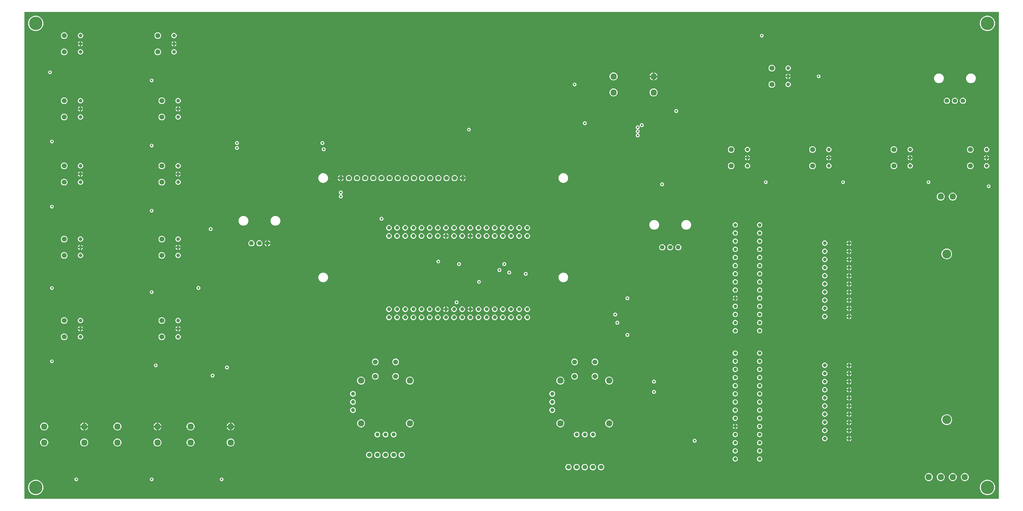
<source format=gbr>
G04 EAGLE Gerber RS-274X export*
G75*
%MOIN*%
%FSLAX34Y34*%
%LPD*%
%INCopper Layer 2*%
%IPPOS*%
%AMOC8*
5,1,8,0,0,1.08239X$1,22.5*%
G01*
%ADD10C,0.049000*%
%ADD11C,0.077165*%
%ADD12C,0.055118*%
%ADD13C,0.060630*%
%ADD14C,0.077000*%
%ADD15C,0.056000*%
%ADD16C,0.110236*%
%ADD17C,0.044094*%
%ADD18C,0.044800*%
%ADD19C,0.061600*%
%ADD20C,0.165000*%
%ADD21C,0.024000*%
%ADD22C,0.025780*%

G36*
X119855Y101D02*
X119855Y101D01*
X119860Y102D01*
X119861Y102D01*
X119862Y102D01*
X119867Y104D01*
X119872Y106D01*
X119873Y106D01*
X119874Y107D01*
X119878Y110D01*
X119882Y113D01*
X119883Y114D01*
X119884Y114D01*
X119887Y118D01*
X119890Y122D01*
X119891Y123D01*
X119892Y124D01*
X119894Y128D01*
X119896Y133D01*
X119896Y134D01*
X119897Y135D01*
X119899Y147D01*
X119899Y149D01*
X119899Y150D01*
X119899Y59850D01*
X119899Y59855D01*
X119898Y59860D01*
X119898Y59861D01*
X119898Y59862D01*
X119896Y59867D01*
X119894Y59872D01*
X119894Y59873D01*
X119893Y59874D01*
X119890Y59878D01*
X119887Y59882D01*
X119886Y59883D01*
X119886Y59884D01*
X119882Y59887D01*
X119878Y59890D01*
X119877Y59891D01*
X119876Y59892D01*
X119872Y59894D01*
X119867Y59896D01*
X119866Y59896D01*
X119865Y59897D01*
X119853Y59899D01*
X119851Y59899D01*
X119850Y59899D01*
X150Y59899D01*
X145Y59899D01*
X140Y59898D01*
X139Y59898D01*
X138Y59898D01*
X133Y59896D01*
X128Y59894D01*
X127Y59894D01*
X126Y59893D01*
X122Y59890D01*
X118Y59887D01*
X117Y59886D01*
X116Y59886D01*
X113Y59882D01*
X110Y59878D01*
X109Y59877D01*
X108Y59876D01*
X106Y59872D01*
X104Y59867D01*
X104Y59866D01*
X103Y59865D01*
X101Y59853D01*
X101Y59851D01*
X101Y59850D01*
X101Y150D01*
X101Y145D01*
X102Y140D01*
X102Y139D01*
X102Y138D01*
X104Y133D01*
X106Y128D01*
X106Y127D01*
X107Y126D01*
X110Y122D01*
X113Y118D01*
X114Y117D01*
X114Y116D01*
X118Y113D01*
X122Y110D01*
X123Y109D01*
X124Y108D01*
X128Y106D01*
X133Y104D01*
X134Y104D01*
X135Y103D01*
X147Y101D01*
X149Y101D01*
X150Y101D01*
X119850Y101D01*
X119855Y101D01*
G37*
%LPC*%
G36*
X118316Y57574D02*
X118316Y57574D01*
X117976Y57715D01*
X117715Y57976D01*
X117574Y58316D01*
X117574Y58684D01*
X117715Y59024D01*
X117976Y59285D01*
X118316Y59426D01*
X118684Y59426D01*
X119024Y59285D01*
X119285Y59024D01*
X119426Y58684D01*
X119426Y58316D01*
X119285Y57976D01*
X119024Y57715D01*
X118684Y57574D01*
X118316Y57574D01*
G37*
%LPD*%
%LPC*%
G36*
X1316Y57574D02*
X1316Y57574D01*
X976Y57715D01*
X715Y57976D01*
X574Y58316D01*
X574Y58684D01*
X715Y59024D01*
X976Y59285D01*
X1316Y59426D01*
X1684Y59426D01*
X2024Y59285D01*
X2285Y59024D01*
X2426Y58684D01*
X2426Y58316D01*
X2285Y57976D01*
X2024Y57715D01*
X1684Y57574D01*
X1316Y57574D01*
G37*
%LPD*%
%LPC*%
G36*
X1316Y574D02*
X1316Y574D01*
X976Y715D01*
X715Y976D01*
X574Y1316D01*
X574Y1684D01*
X715Y2024D01*
X976Y2285D01*
X1316Y2426D01*
X1684Y2426D01*
X2024Y2285D01*
X2285Y2024D01*
X2426Y1684D01*
X2426Y1316D01*
X2285Y976D01*
X2024Y715D01*
X1684Y574D01*
X1316Y574D01*
G37*
%LPD*%
%LPC*%
G36*
X118316Y574D02*
X118316Y574D01*
X117976Y715D01*
X117715Y976D01*
X117574Y1316D01*
X117574Y1684D01*
X117715Y2024D01*
X117976Y2285D01*
X118316Y2426D01*
X118684Y2426D01*
X119024Y2285D01*
X119285Y2024D01*
X119426Y1684D01*
X119426Y1316D01*
X119285Y976D01*
X119024Y715D01*
X118684Y574D01*
X118316Y574D01*
G37*
%LPD*%
%LPC*%
G36*
X113370Y9171D02*
X113370Y9171D01*
X113131Y9270D01*
X112947Y9454D01*
X112848Y9693D01*
X112848Y9953D01*
X112947Y10192D01*
X113131Y10376D01*
X113370Y10475D01*
X113630Y10475D01*
X113869Y10376D01*
X114053Y10192D01*
X114152Y9953D01*
X114152Y9693D01*
X114053Y9454D01*
X113869Y9270D01*
X113630Y9171D01*
X113370Y9171D01*
G37*
%LPD*%
%LPC*%
G36*
X113370Y29525D02*
X113370Y29525D01*
X113131Y29624D01*
X112947Y29808D01*
X112848Y30047D01*
X112848Y30307D01*
X112947Y30546D01*
X113131Y30730D01*
X113370Y30829D01*
X113630Y30829D01*
X113869Y30730D01*
X114053Y30546D01*
X114152Y30307D01*
X114152Y30047D01*
X114053Y29808D01*
X113869Y29624D01*
X113630Y29525D01*
X113370Y29525D01*
G37*
%LPD*%
%LPC*%
G36*
X26914Y33663D02*
X26914Y33663D01*
X26696Y33753D01*
X26529Y33920D01*
X26439Y34138D01*
X26439Y34374D01*
X26529Y34592D01*
X26696Y34759D01*
X26914Y34849D01*
X27149Y34849D01*
X27367Y34759D01*
X27534Y34592D01*
X27624Y34374D01*
X27624Y34138D01*
X27534Y33920D01*
X27367Y33753D01*
X27149Y33663D01*
X26914Y33663D01*
G37*
%LPD*%
%LPC*%
G36*
X30851Y33663D02*
X30851Y33663D01*
X30633Y33753D01*
X30466Y33920D01*
X30376Y34138D01*
X30376Y34374D01*
X30466Y34592D01*
X30633Y34759D01*
X30851Y34849D01*
X31086Y34849D01*
X31304Y34759D01*
X31471Y34592D01*
X31561Y34374D01*
X31561Y34138D01*
X31471Y33920D01*
X31304Y33753D01*
X31086Y33663D01*
X30851Y33663D01*
G37*
%LPD*%
%LPC*%
G36*
X66244Y26702D02*
X66244Y26702D01*
X66026Y26793D01*
X65860Y26959D01*
X65769Y27177D01*
X65769Y27413D01*
X65860Y27631D01*
X66026Y27798D01*
X66244Y27888D01*
X66480Y27888D01*
X66698Y27798D01*
X66865Y27631D01*
X66955Y27413D01*
X66955Y27177D01*
X66865Y26959D01*
X66698Y26793D01*
X66480Y26702D01*
X66244Y26702D01*
G37*
%LPD*%
%LPC*%
G36*
X36717Y26702D02*
X36717Y26702D01*
X36499Y26793D01*
X36332Y26959D01*
X36242Y27177D01*
X36242Y27413D01*
X36332Y27631D01*
X36499Y27798D01*
X36717Y27888D01*
X36953Y27888D01*
X37170Y27798D01*
X37337Y27631D01*
X37428Y27413D01*
X37428Y27177D01*
X37337Y26959D01*
X37170Y26793D01*
X36953Y26702D01*
X36717Y26702D01*
G37*
%LPD*%
%LPC*%
G36*
X116351Y51163D02*
X116351Y51163D01*
X116133Y51253D01*
X115966Y51420D01*
X115876Y51638D01*
X115876Y51874D01*
X115966Y52092D01*
X116133Y52259D01*
X116351Y52349D01*
X116586Y52349D01*
X116804Y52259D01*
X116971Y52092D01*
X117061Y51874D01*
X117061Y51638D01*
X116971Y51420D01*
X116804Y51253D01*
X116586Y51163D01*
X116351Y51163D01*
G37*
%LPD*%
%LPC*%
G36*
X77414Y33163D02*
X77414Y33163D01*
X77196Y33253D01*
X77029Y33420D01*
X76939Y33638D01*
X76939Y33874D01*
X77029Y34092D01*
X77196Y34259D01*
X77414Y34349D01*
X77649Y34349D01*
X77867Y34259D01*
X78034Y34092D01*
X78124Y33874D01*
X78124Y33638D01*
X78034Y33420D01*
X77867Y33253D01*
X77649Y33163D01*
X77414Y33163D01*
G37*
%LPD*%
%LPC*%
G36*
X112414Y51163D02*
X112414Y51163D01*
X112196Y51253D01*
X112029Y51420D01*
X111939Y51638D01*
X111939Y51874D01*
X112029Y52092D01*
X112196Y52259D01*
X112414Y52349D01*
X112649Y52349D01*
X112867Y52259D01*
X113034Y52092D01*
X113124Y51874D01*
X113124Y51638D01*
X113034Y51420D01*
X112867Y51253D01*
X112649Y51163D01*
X112414Y51163D01*
G37*
%LPD*%
%LPC*%
G36*
X81351Y33163D02*
X81351Y33163D01*
X81133Y33253D01*
X80966Y33420D01*
X80876Y33638D01*
X80876Y33874D01*
X80966Y34092D01*
X81133Y34259D01*
X81351Y34349D01*
X81586Y34349D01*
X81804Y34259D01*
X81971Y34092D01*
X82061Y33874D01*
X82061Y33638D01*
X81971Y33420D01*
X81804Y33253D01*
X81586Y33163D01*
X81351Y33163D01*
G37*
%LPD*%
%LPC*%
G36*
X36717Y38907D02*
X36717Y38907D01*
X36499Y38997D01*
X36332Y39164D01*
X36242Y39382D01*
X36242Y39618D01*
X36332Y39836D01*
X36499Y40003D01*
X36717Y40093D01*
X36953Y40093D01*
X37170Y40003D01*
X37337Y39836D01*
X37428Y39618D01*
X37428Y39382D01*
X37337Y39164D01*
X37170Y38997D01*
X36953Y38907D01*
X36717Y38907D01*
G37*
%LPD*%
%LPC*%
G36*
X66244Y38907D02*
X66244Y38907D01*
X66026Y38997D01*
X65860Y39164D01*
X65769Y39382D01*
X65769Y39618D01*
X65860Y39836D01*
X66026Y40003D01*
X66244Y40093D01*
X66480Y40093D01*
X66698Y40003D01*
X66865Y39836D01*
X66955Y39618D01*
X66955Y39382D01*
X66865Y39164D01*
X66698Y38997D01*
X66480Y38907D01*
X66244Y38907D01*
G37*
%LPD*%
%LPC*%
G36*
X72443Y49529D02*
X72443Y49529D01*
X72264Y49603D01*
X72127Y49740D01*
X72053Y49919D01*
X72053Y50113D01*
X72127Y50291D01*
X72264Y50428D01*
X72443Y50502D01*
X72636Y50502D01*
X72815Y50428D01*
X72952Y50291D01*
X73026Y50113D01*
X73026Y49919D01*
X72952Y49740D01*
X72815Y49603D01*
X72636Y49529D01*
X72443Y49529D01*
G37*
%LPD*%
%LPC*%
G36*
X77364Y49529D02*
X77364Y49529D01*
X77185Y49603D01*
X77048Y49740D01*
X76974Y49919D01*
X76974Y50113D01*
X77048Y50291D01*
X77185Y50428D01*
X77364Y50502D01*
X77557Y50502D01*
X77736Y50428D01*
X77873Y50291D01*
X77947Y50113D01*
X77947Y49919D01*
X77873Y49740D01*
X77736Y49603D01*
X77557Y49529D01*
X77364Y49529D01*
G37*
%LPD*%
%LPC*%
G36*
X114141Y2289D02*
X114141Y2289D01*
X113963Y2363D01*
X113826Y2500D01*
X113752Y2679D01*
X113752Y2872D01*
X113826Y3051D01*
X113963Y3188D01*
X114141Y3262D01*
X114335Y3262D01*
X114514Y3188D01*
X114651Y3051D01*
X114725Y2872D01*
X114725Y2679D01*
X114651Y2500D01*
X114514Y2363D01*
X114335Y2289D01*
X114141Y2289D01*
G37*
%LPD*%
%LPC*%
G36*
X111189Y2289D02*
X111189Y2289D01*
X111010Y2363D01*
X110873Y2500D01*
X110799Y2679D01*
X110799Y2872D01*
X110873Y3051D01*
X111010Y3188D01*
X111189Y3262D01*
X111382Y3262D01*
X111561Y3188D01*
X111698Y3051D01*
X111772Y2872D01*
X111772Y2679D01*
X111698Y2500D01*
X111561Y2363D01*
X111382Y2289D01*
X111189Y2289D01*
G37*
%LPD*%
%LPC*%
G36*
X112665Y36738D02*
X112665Y36738D01*
X112486Y36812D01*
X112349Y36949D01*
X112275Y37128D01*
X112275Y37321D01*
X112349Y37500D01*
X112486Y37637D01*
X112665Y37711D01*
X112859Y37711D01*
X113037Y37637D01*
X113174Y37500D01*
X113248Y37321D01*
X113248Y37128D01*
X113174Y36949D01*
X113037Y36812D01*
X112859Y36738D01*
X112665Y36738D01*
G37*
%LPD*%
%LPC*%
G36*
X11443Y6529D02*
X11443Y6529D01*
X11264Y6603D01*
X11127Y6740D01*
X11053Y6919D01*
X11053Y7113D01*
X11127Y7291D01*
X11264Y7428D01*
X11443Y7502D01*
X11636Y7502D01*
X11815Y7428D01*
X11952Y7291D01*
X12026Y7113D01*
X12026Y6919D01*
X11952Y6740D01*
X11815Y6603D01*
X11636Y6529D01*
X11443Y6529D01*
G37*
%LPD*%
%LPC*%
G36*
X72443Y51498D02*
X72443Y51498D01*
X72264Y51572D01*
X72127Y51709D01*
X72053Y51887D01*
X72053Y52081D01*
X72127Y52260D01*
X72264Y52397D01*
X72443Y52471D01*
X72636Y52471D01*
X72815Y52397D01*
X72952Y52260D01*
X73026Y52081D01*
X73026Y51887D01*
X72952Y51709D01*
X72815Y51572D01*
X72636Y51498D01*
X72443Y51498D01*
G37*
%LPD*%
%LPC*%
G36*
X16364Y6529D02*
X16364Y6529D01*
X16185Y6603D01*
X16048Y6740D01*
X15974Y6919D01*
X15974Y7113D01*
X16048Y7291D01*
X16185Y7428D01*
X16364Y7502D01*
X16557Y7502D01*
X16736Y7428D01*
X16873Y7291D01*
X16947Y7113D01*
X16947Y6919D01*
X16873Y6740D01*
X16736Y6603D01*
X16557Y6529D01*
X16364Y6529D01*
G37*
%LPD*%
%LPC*%
G36*
X20443Y6529D02*
X20443Y6529D01*
X20264Y6603D01*
X20127Y6740D01*
X20053Y6919D01*
X20053Y7113D01*
X20127Y7291D01*
X20264Y7428D01*
X20443Y7502D01*
X20636Y7502D01*
X20815Y7428D01*
X20952Y7291D01*
X21026Y7113D01*
X21026Y6919D01*
X20952Y6740D01*
X20815Y6603D01*
X20636Y6529D01*
X20443Y6529D01*
G37*
%LPD*%
%LPC*%
G36*
X115618Y2289D02*
X115618Y2289D01*
X115439Y2363D01*
X115302Y2500D01*
X115228Y2679D01*
X115228Y2872D01*
X115302Y3051D01*
X115439Y3188D01*
X115618Y3262D01*
X115811Y3262D01*
X115990Y3188D01*
X116127Y3051D01*
X116201Y2872D01*
X116201Y2679D01*
X116127Y2500D01*
X115990Y2363D01*
X115811Y2289D01*
X115618Y2289D01*
G37*
%LPD*%
%LPC*%
G36*
X112665Y2289D02*
X112665Y2289D01*
X112486Y2363D01*
X112349Y2500D01*
X112275Y2679D01*
X112275Y2872D01*
X112349Y3051D01*
X112486Y3188D01*
X112665Y3262D01*
X112859Y3262D01*
X113037Y3188D01*
X113174Y3051D01*
X113248Y2872D01*
X113248Y2679D01*
X113174Y2500D01*
X113037Y2363D01*
X112859Y2289D01*
X112665Y2289D01*
G37*
%LPD*%
%LPC*%
G36*
X25364Y6529D02*
X25364Y6529D01*
X25185Y6603D01*
X25048Y6740D01*
X24974Y6919D01*
X24974Y7113D01*
X25048Y7291D01*
X25185Y7428D01*
X25364Y7502D01*
X25557Y7502D01*
X25736Y7428D01*
X25873Y7291D01*
X25947Y7113D01*
X25947Y6919D01*
X25873Y6740D01*
X25736Y6603D01*
X25557Y6529D01*
X25364Y6529D01*
G37*
%LPD*%
%LPC*%
G36*
X2443Y6529D02*
X2443Y6529D01*
X2264Y6603D01*
X2127Y6740D01*
X2053Y6919D01*
X2053Y7113D01*
X2127Y7291D01*
X2264Y7428D01*
X2443Y7502D01*
X2636Y7502D01*
X2815Y7428D01*
X2952Y7291D01*
X3026Y7113D01*
X3026Y6919D01*
X2952Y6740D01*
X2815Y6603D01*
X2636Y6529D01*
X2443Y6529D01*
G37*
%LPD*%
%LPC*%
G36*
X7364Y6529D02*
X7364Y6529D01*
X7185Y6603D01*
X7048Y6740D01*
X6974Y6919D01*
X6974Y7113D01*
X7048Y7291D01*
X7185Y7428D01*
X7364Y7502D01*
X7557Y7502D01*
X7736Y7428D01*
X7873Y7291D01*
X7947Y7113D01*
X7947Y6919D01*
X7873Y6740D01*
X7736Y6603D01*
X7557Y6529D01*
X7364Y6529D01*
G37*
%LPD*%
%LPC*%
G36*
X20443Y8498D02*
X20443Y8498D01*
X20264Y8572D01*
X20127Y8709D01*
X20053Y8887D01*
X20053Y9081D01*
X20127Y9260D01*
X20264Y9397D01*
X20443Y9471D01*
X20636Y9471D01*
X20815Y9397D01*
X20952Y9260D01*
X21026Y9081D01*
X21026Y8887D01*
X20952Y8709D01*
X20815Y8572D01*
X20636Y8498D01*
X20443Y8498D01*
G37*
%LPD*%
%LPC*%
G36*
X2443Y8498D02*
X2443Y8498D01*
X2264Y8572D01*
X2127Y8709D01*
X2053Y8887D01*
X2053Y9081D01*
X2127Y9260D01*
X2264Y9397D01*
X2443Y9471D01*
X2636Y9471D01*
X2815Y9397D01*
X2952Y9260D01*
X3026Y9081D01*
X3026Y8887D01*
X2952Y8709D01*
X2815Y8572D01*
X2636Y8498D01*
X2443Y8498D01*
G37*
%LPD*%
%LPC*%
G36*
X114141Y36738D02*
X114141Y36738D01*
X113963Y36812D01*
X113826Y36949D01*
X113752Y37128D01*
X113752Y37321D01*
X113826Y37500D01*
X113963Y37637D01*
X114141Y37711D01*
X114335Y37711D01*
X114514Y37637D01*
X114651Y37500D01*
X114725Y37321D01*
X114725Y37128D01*
X114651Y36949D01*
X114514Y36812D01*
X114335Y36738D01*
X114141Y36738D01*
G37*
%LPD*%
%LPC*%
G36*
X11443Y8498D02*
X11443Y8498D01*
X11264Y8572D01*
X11127Y8709D01*
X11053Y8887D01*
X11053Y9081D01*
X11127Y9260D01*
X11264Y9397D01*
X11443Y9471D01*
X11636Y9471D01*
X11815Y9397D01*
X11952Y9260D01*
X12026Y9081D01*
X12026Y8887D01*
X11952Y8709D01*
X11815Y8572D01*
X11636Y8498D01*
X11443Y8498D01*
G37*
%LPD*%
%LPC*%
G36*
X65903Y14139D02*
X65903Y14139D01*
X65725Y14213D01*
X65588Y14350D01*
X65514Y14528D01*
X65514Y14722D01*
X65588Y14900D01*
X65725Y15037D01*
X65903Y15111D01*
X66097Y15111D01*
X66275Y15037D01*
X66412Y14900D01*
X66486Y14722D01*
X66486Y14528D01*
X66412Y14350D01*
X66275Y14213D01*
X66097Y14139D01*
X65903Y14139D01*
G37*
%LPD*%
%LPC*%
G36*
X71903Y14139D02*
X71903Y14139D01*
X71725Y14213D01*
X71588Y14350D01*
X71514Y14528D01*
X71514Y14722D01*
X71588Y14900D01*
X71725Y15037D01*
X71903Y15111D01*
X72097Y15111D01*
X72275Y15037D01*
X72412Y14900D01*
X72486Y14722D01*
X72486Y14528D01*
X72412Y14350D01*
X72275Y14213D01*
X72097Y14139D01*
X71903Y14139D01*
G37*
%LPD*%
%LPC*%
G36*
X47403Y8889D02*
X47403Y8889D01*
X47225Y8963D01*
X47088Y9100D01*
X47014Y9278D01*
X47014Y9472D01*
X47088Y9650D01*
X47225Y9787D01*
X47403Y9861D01*
X47597Y9861D01*
X47775Y9787D01*
X47912Y9650D01*
X47986Y9472D01*
X47986Y9278D01*
X47912Y9100D01*
X47775Y8963D01*
X47597Y8889D01*
X47403Y8889D01*
G37*
%LPD*%
%LPC*%
G36*
X41403Y8889D02*
X41403Y8889D01*
X41225Y8963D01*
X41088Y9100D01*
X41014Y9278D01*
X41014Y9472D01*
X41088Y9650D01*
X41225Y9787D01*
X41403Y9861D01*
X41597Y9861D01*
X41775Y9787D01*
X41912Y9650D01*
X41986Y9472D01*
X41986Y9278D01*
X41912Y9100D01*
X41775Y8963D01*
X41597Y8889D01*
X41403Y8889D01*
G37*
%LPD*%
%LPC*%
G36*
X65903Y8889D02*
X65903Y8889D01*
X65725Y8963D01*
X65588Y9100D01*
X65514Y9278D01*
X65514Y9472D01*
X65588Y9650D01*
X65725Y9787D01*
X65903Y9861D01*
X66097Y9861D01*
X66275Y9787D01*
X66412Y9650D01*
X66486Y9472D01*
X66486Y9278D01*
X66412Y9100D01*
X66275Y8963D01*
X66097Y8889D01*
X65903Y8889D01*
G37*
%LPD*%
%LPC*%
G36*
X71903Y8889D02*
X71903Y8889D01*
X71725Y8963D01*
X71588Y9100D01*
X71514Y9278D01*
X71514Y9472D01*
X71588Y9650D01*
X71725Y9787D01*
X71903Y9861D01*
X72097Y9861D01*
X72275Y9787D01*
X72412Y9650D01*
X72486Y9472D01*
X72486Y9278D01*
X72412Y9100D01*
X72275Y8963D01*
X72097Y8889D01*
X71903Y8889D01*
G37*
%LPD*%
%LPC*%
G36*
X41403Y14139D02*
X41403Y14139D01*
X41225Y14213D01*
X41088Y14350D01*
X41014Y14528D01*
X41014Y14722D01*
X41088Y14900D01*
X41225Y15037D01*
X41403Y15111D01*
X41597Y15111D01*
X41775Y15037D01*
X41912Y14900D01*
X41986Y14722D01*
X41986Y14528D01*
X41912Y14350D01*
X41775Y14213D01*
X41597Y14139D01*
X41403Y14139D01*
G37*
%LPD*%
%LPC*%
G36*
X47403Y14139D02*
X47403Y14139D01*
X47225Y14213D01*
X47088Y14350D01*
X47014Y14528D01*
X47014Y14722D01*
X47088Y14900D01*
X47225Y15037D01*
X47403Y15111D01*
X47597Y15111D01*
X47775Y15037D01*
X47912Y14900D01*
X47986Y14722D01*
X47986Y14528D01*
X47912Y14350D01*
X47775Y14213D01*
X47597Y14139D01*
X47403Y14139D01*
G37*
%LPD*%
%LPC*%
G36*
X16419Y56591D02*
X16419Y56591D01*
X16268Y56653D01*
X16153Y56768D01*
X16091Y56919D01*
X16091Y57081D01*
X16153Y57232D01*
X16268Y57347D01*
X16419Y57409D01*
X16581Y57409D01*
X16732Y57347D01*
X16847Y57232D01*
X16909Y57081D01*
X16909Y56919D01*
X16847Y56768D01*
X16732Y56653D01*
X16581Y56591D01*
X16419Y56591D01*
G37*
%LPD*%
%LPC*%
G36*
X4919Y56591D02*
X4919Y56591D01*
X4768Y56653D01*
X4653Y56768D01*
X4591Y56919D01*
X4591Y57081D01*
X4653Y57232D01*
X4768Y57347D01*
X4919Y57409D01*
X5081Y57409D01*
X5232Y57347D01*
X5347Y57232D01*
X5409Y57081D01*
X5409Y56919D01*
X5347Y56768D01*
X5232Y56653D01*
X5081Y56591D01*
X4919Y56591D01*
G37*
%LPD*%
%LPC*%
G36*
X96919Y40591D02*
X96919Y40591D01*
X96768Y40653D01*
X96653Y40768D01*
X96591Y40919D01*
X96591Y41081D01*
X96653Y41232D01*
X96768Y41347D01*
X96919Y41409D01*
X97081Y41409D01*
X97232Y41347D01*
X97347Y41232D01*
X97409Y41081D01*
X97409Y40919D01*
X97347Y40768D01*
X97232Y40653D01*
X97081Y40591D01*
X96919Y40591D01*
G37*
%LPD*%
%LPC*%
G36*
X91919Y50591D02*
X91919Y50591D01*
X91768Y50653D01*
X91653Y50768D01*
X91591Y50919D01*
X91591Y51081D01*
X91653Y51232D01*
X91768Y51347D01*
X91919Y51409D01*
X92081Y51409D01*
X92232Y51347D01*
X92347Y51232D01*
X92409Y51081D01*
X92409Y50919D01*
X92347Y50768D01*
X92232Y50653D01*
X92081Y50591D01*
X91919Y50591D01*
G37*
%LPD*%
%LPC*%
G36*
X86919Y40591D02*
X86919Y40591D01*
X86768Y40653D01*
X86653Y40768D01*
X86591Y40919D01*
X86591Y41081D01*
X86653Y41232D01*
X86768Y41347D01*
X86919Y41409D01*
X87081Y41409D01*
X87232Y41347D01*
X87347Y41232D01*
X87409Y41081D01*
X87409Y40919D01*
X87347Y40768D01*
X87232Y40653D01*
X87081Y40591D01*
X86919Y40591D01*
G37*
%LPD*%
%LPC*%
G36*
X16919Y40591D02*
X16919Y40591D01*
X16768Y40653D01*
X16653Y40768D01*
X16591Y40919D01*
X16591Y41081D01*
X16653Y41232D01*
X16768Y41347D01*
X16919Y41409D01*
X17081Y41409D01*
X17232Y41347D01*
X17347Y41232D01*
X17409Y41081D01*
X17409Y40919D01*
X17347Y40768D01*
X17232Y40653D01*
X17081Y40591D01*
X16919Y40591D01*
G37*
%LPD*%
%LPC*%
G36*
X4919Y38591D02*
X4919Y38591D01*
X4768Y38653D01*
X4653Y38768D01*
X4591Y38919D01*
X4591Y39081D01*
X4653Y39232D01*
X4768Y39347D01*
X4919Y39409D01*
X5081Y39409D01*
X5232Y39347D01*
X5347Y39232D01*
X5409Y39081D01*
X5409Y38919D01*
X5347Y38768D01*
X5232Y38653D01*
X5081Y38591D01*
X4919Y38591D01*
G37*
%LPD*%
%LPC*%
G36*
X106919Y40591D02*
X106919Y40591D01*
X106768Y40653D01*
X106653Y40768D01*
X106591Y40919D01*
X106591Y41081D01*
X106653Y41232D01*
X106768Y41347D01*
X106919Y41409D01*
X107081Y41409D01*
X107232Y41347D01*
X107347Y41232D01*
X107409Y41081D01*
X107409Y40919D01*
X107347Y40768D01*
X107232Y40653D01*
X107081Y40591D01*
X106919Y40591D01*
G37*
%LPD*%
%LPC*%
G36*
X91919Y52591D02*
X91919Y52591D01*
X91768Y52653D01*
X91653Y52768D01*
X91591Y52919D01*
X91591Y53081D01*
X91653Y53232D01*
X91768Y53347D01*
X91919Y53409D01*
X92081Y53409D01*
X92232Y53347D01*
X92347Y53232D01*
X92409Y53081D01*
X92409Y52919D01*
X92347Y52768D01*
X92232Y52653D01*
X92081Y52591D01*
X91919Y52591D01*
G37*
%LPD*%
%LPC*%
G36*
X4919Y21591D02*
X4919Y21591D01*
X4768Y21653D01*
X4653Y21768D01*
X4591Y21919D01*
X4591Y22081D01*
X4653Y22232D01*
X4768Y22347D01*
X4919Y22409D01*
X5081Y22409D01*
X5232Y22347D01*
X5347Y22232D01*
X5409Y22081D01*
X5409Y21919D01*
X5347Y21768D01*
X5232Y21653D01*
X5081Y21591D01*
X4919Y21591D01*
G37*
%LPD*%
%LPC*%
G36*
X4919Y54591D02*
X4919Y54591D01*
X4768Y54653D01*
X4653Y54768D01*
X4591Y54919D01*
X4591Y55081D01*
X4653Y55232D01*
X4768Y55347D01*
X4919Y55409D01*
X5081Y55409D01*
X5232Y55347D01*
X5347Y55232D01*
X5409Y55081D01*
X5409Y54919D01*
X5347Y54768D01*
X5232Y54653D01*
X5081Y54591D01*
X4919Y54591D01*
G37*
%LPD*%
%LPC*%
G36*
X16419Y54591D02*
X16419Y54591D01*
X16268Y54653D01*
X16153Y54768D01*
X16091Y54919D01*
X16091Y55081D01*
X16153Y55232D01*
X16268Y55347D01*
X16419Y55409D01*
X16581Y55409D01*
X16732Y55347D01*
X16847Y55232D01*
X16909Y55081D01*
X16909Y54919D01*
X16847Y54768D01*
X16732Y54653D01*
X16581Y54591D01*
X16419Y54591D01*
G37*
%LPD*%
%LPC*%
G36*
X4919Y29591D02*
X4919Y29591D01*
X4768Y29653D01*
X4653Y29768D01*
X4591Y29919D01*
X4591Y30081D01*
X4653Y30232D01*
X4768Y30347D01*
X4919Y30409D01*
X5081Y30409D01*
X5232Y30347D01*
X5347Y30232D01*
X5409Y30081D01*
X5409Y29919D01*
X5347Y29768D01*
X5232Y29653D01*
X5081Y29591D01*
X4919Y29591D01*
G37*
%LPD*%
%LPC*%
G36*
X116319Y40591D02*
X116319Y40591D01*
X116168Y40653D01*
X116053Y40768D01*
X115991Y40919D01*
X115991Y41081D01*
X116053Y41232D01*
X116168Y41347D01*
X116319Y41409D01*
X116481Y41409D01*
X116632Y41347D01*
X116747Y41232D01*
X116809Y41081D01*
X116809Y40919D01*
X116747Y40768D01*
X116632Y40653D01*
X116481Y40591D01*
X116319Y40591D01*
G37*
%LPD*%
%LPC*%
G36*
X16919Y29591D02*
X16919Y29591D01*
X16768Y29653D01*
X16653Y29768D01*
X16591Y29919D01*
X16591Y30081D01*
X16653Y30232D01*
X16768Y30347D01*
X16919Y30409D01*
X17081Y30409D01*
X17232Y30347D01*
X17347Y30232D01*
X17409Y30081D01*
X17409Y29919D01*
X17347Y29768D01*
X17232Y29653D01*
X17081Y29591D01*
X16919Y29591D01*
G37*
%LPD*%
%LPC*%
G36*
X16919Y46591D02*
X16919Y46591D01*
X16768Y46653D01*
X16653Y46768D01*
X16591Y46919D01*
X16591Y47081D01*
X16653Y47232D01*
X16768Y47347D01*
X16919Y47409D01*
X17081Y47409D01*
X17232Y47347D01*
X17347Y47232D01*
X17409Y47081D01*
X17409Y46919D01*
X17347Y46768D01*
X17232Y46653D01*
X17081Y46591D01*
X16919Y46591D01*
G37*
%LPD*%
%LPC*%
G36*
X4919Y46591D02*
X4919Y46591D01*
X4768Y46653D01*
X4653Y46768D01*
X4591Y46919D01*
X4591Y47081D01*
X4653Y47232D01*
X4768Y47347D01*
X4919Y47409D01*
X5081Y47409D01*
X5232Y47347D01*
X5347Y47232D01*
X5409Y47081D01*
X5409Y46919D01*
X5347Y46768D01*
X5232Y46653D01*
X5081Y46591D01*
X4919Y46591D01*
G37*
%LPD*%
%LPC*%
G36*
X16919Y21591D02*
X16919Y21591D01*
X16768Y21653D01*
X16653Y21768D01*
X16591Y21919D01*
X16591Y22081D01*
X16653Y22232D01*
X16768Y22347D01*
X16919Y22409D01*
X17081Y22409D01*
X17232Y22347D01*
X17347Y22232D01*
X17409Y22081D01*
X17409Y21919D01*
X17347Y21768D01*
X17232Y21653D01*
X17081Y21591D01*
X16919Y21591D01*
G37*
%LPD*%
%LPC*%
G36*
X16919Y48591D02*
X16919Y48591D01*
X16768Y48653D01*
X16653Y48768D01*
X16591Y48919D01*
X16591Y49081D01*
X16653Y49232D01*
X16768Y49347D01*
X16919Y49409D01*
X17081Y49409D01*
X17232Y49347D01*
X17347Y49232D01*
X17409Y49081D01*
X17409Y48919D01*
X17347Y48768D01*
X17232Y48653D01*
X17081Y48591D01*
X16919Y48591D01*
G37*
%LPD*%
%LPC*%
G36*
X4919Y48591D02*
X4919Y48591D01*
X4768Y48653D01*
X4653Y48768D01*
X4591Y48919D01*
X4591Y49081D01*
X4653Y49232D01*
X4768Y49347D01*
X4919Y49409D01*
X5081Y49409D01*
X5232Y49347D01*
X5347Y49232D01*
X5409Y49081D01*
X5409Y48919D01*
X5347Y48768D01*
X5232Y48653D01*
X5081Y48591D01*
X4919Y48591D01*
G37*
%LPD*%
%LPC*%
G36*
X4919Y40591D02*
X4919Y40591D01*
X4768Y40653D01*
X4653Y40768D01*
X4591Y40919D01*
X4591Y41081D01*
X4653Y41232D01*
X4768Y41347D01*
X4919Y41409D01*
X5081Y41409D01*
X5232Y41347D01*
X5347Y41232D01*
X5409Y41081D01*
X5409Y40919D01*
X5347Y40768D01*
X5232Y40653D01*
X5081Y40591D01*
X4919Y40591D01*
G37*
%LPD*%
%LPC*%
G36*
X96919Y42591D02*
X96919Y42591D01*
X96768Y42653D01*
X96653Y42768D01*
X96591Y42919D01*
X96591Y43081D01*
X96653Y43232D01*
X96768Y43347D01*
X96919Y43409D01*
X97081Y43409D01*
X97232Y43347D01*
X97347Y43232D01*
X97409Y43081D01*
X97409Y42919D01*
X97347Y42768D01*
X97232Y42653D01*
X97081Y42591D01*
X96919Y42591D01*
G37*
%LPD*%
%LPC*%
G36*
X4919Y31591D02*
X4919Y31591D01*
X4768Y31653D01*
X4653Y31768D01*
X4591Y31919D01*
X4591Y32081D01*
X4653Y32232D01*
X4768Y32347D01*
X4919Y32409D01*
X5081Y32409D01*
X5232Y32347D01*
X5347Y32232D01*
X5409Y32081D01*
X5409Y31919D01*
X5347Y31768D01*
X5232Y31653D01*
X5081Y31591D01*
X4919Y31591D01*
G37*
%LPD*%
%LPC*%
G36*
X4919Y19591D02*
X4919Y19591D01*
X4768Y19653D01*
X4653Y19768D01*
X4591Y19919D01*
X4591Y20081D01*
X4653Y20232D01*
X4768Y20347D01*
X4919Y20409D01*
X5081Y20409D01*
X5232Y20347D01*
X5347Y20232D01*
X5409Y20081D01*
X5409Y19919D01*
X5347Y19768D01*
X5232Y19653D01*
X5081Y19591D01*
X4919Y19591D01*
G37*
%LPD*%
%LPC*%
G36*
X16919Y19591D02*
X16919Y19591D01*
X16768Y19653D01*
X16653Y19768D01*
X16591Y19919D01*
X16591Y20081D01*
X16653Y20232D01*
X16768Y20347D01*
X16919Y20409D01*
X17081Y20409D01*
X17232Y20347D01*
X17347Y20232D01*
X17409Y20081D01*
X17409Y19919D01*
X17347Y19768D01*
X17232Y19653D01*
X17081Y19591D01*
X16919Y19591D01*
G37*
%LPD*%
%LPC*%
G36*
X16919Y38591D02*
X16919Y38591D01*
X16768Y38653D01*
X16653Y38768D01*
X16591Y38919D01*
X16591Y39081D01*
X16653Y39232D01*
X16768Y39347D01*
X16919Y39409D01*
X17081Y39409D01*
X17232Y39347D01*
X17347Y39232D01*
X17409Y39081D01*
X17409Y38919D01*
X17347Y38768D01*
X17232Y38653D01*
X17081Y38591D01*
X16919Y38591D01*
G37*
%LPD*%
%LPC*%
G36*
X16919Y31591D02*
X16919Y31591D01*
X16768Y31653D01*
X16653Y31768D01*
X16591Y31919D01*
X16591Y32081D01*
X16653Y32232D01*
X16768Y32347D01*
X16919Y32409D01*
X17081Y32409D01*
X17232Y32347D01*
X17347Y32232D01*
X17409Y32081D01*
X17409Y31919D01*
X17347Y31768D01*
X17232Y31653D01*
X17081Y31591D01*
X16919Y31591D01*
G37*
%LPD*%
%LPC*%
G36*
X86919Y42591D02*
X86919Y42591D01*
X86768Y42653D01*
X86653Y42768D01*
X86591Y42919D01*
X86591Y43081D01*
X86653Y43232D01*
X86768Y43347D01*
X86919Y43409D01*
X87081Y43409D01*
X87232Y43347D01*
X87347Y43232D01*
X87409Y43081D01*
X87409Y42919D01*
X87347Y42768D01*
X87232Y42653D01*
X87081Y42591D01*
X86919Y42591D01*
G37*
%LPD*%
%LPC*%
G36*
X116319Y42591D02*
X116319Y42591D01*
X116168Y42653D01*
X116053Y42768D01*
X115991Y42919D01*
X115991Y43081D01*
X116053Y43232D01*
X116168Y43347D01*
X116319Y43409D01*
X116481Y43409D01*
X116632Y43347D01*
X116747Y43232D01*
X116809Y43081D01*
X116809Y42919D01*
X116747Y42768D01*
X116632Y42653D01*
X116481Y42591D01*
X116319Y42591D01*
G37*
%LPD*%
%LPC*%
G36*
X106919Y42591D02*
X106919Y42591D01*
X106768Y42653D01*
X106653Y42768D01*
X106591Y42919D01*
X106591Y43081D01*
X106653Y43232D01*
X106768Y43347D01*
X106919Y43409D01*
X107081Y43409D01*
X107232Y43347D01*
X107347Y43232D01*
X107409Y43081D01*
X107409Y42919D01*
X107347Y42768D01*
X107232Y42653D01*
X107081Y42591D01*
X106919Y42591D01*
G37*
%LPD*%
%LPC*%
G36*
X75454Y44520D02*
X75454Y44520D01*
X75370Y44555D01*
X75305Y44620D01*
X75270Y44704D01*
X75270Y44796D01*
X75305Y44880D01*
X75370Y44945D01*
X75394Y44954D01*
X75398Y44957D01*
X75403Y44960D01*
X75404Y44960D01*
X75404Y44961D01*
X75408Y44965D01*
X75412Y44968D01*
X75413Y44969D01*
X75416Y44974D01*
X75419Y44979D01*
X75420Y44980D01*
X75421Y44985D01*
X75423Y44991D01*
X75423Y44992D01*
X75424Y44997D01*
X75424Y45003D01*
X75424Y45004D01*
X75423Y45010D01*
X75422Y45015D01*
X75421Y45016D01*
X75419Y45021D01*
X75416Y45026D01*
X75416Y45027D01*
X75416Y45028D01*
X75412Y45032D01*
X75408Y45036D01*
X75407Y45037D01*
X75397Y45044D01*
X75395Y45045D01*
X75394Y45046D01*
X75370Y45055D01*
X75305Y45120D01*
X75270Y45204D01*
X75270Y45296D01*
X75305Y45380D01*
X75370Y45445D01*
X75394Y45454D01*
X75398Y45457D01*
X75403Y45460D01*
X75404Y45460D01*
X75404Y45461D01*
X75408Y45465D01*
X75412Y45468D01*
X75413Y45469D01*
X75416Y45474D01*
X75419Y45479D01*
X75420Y45480D01*
X75421Y45485D01*
X75423Y45491D01*
X75423Y45492D01*
X75424Y45497D01*
X75424Y45503D01*
X75424Y45504D01*
X75423Y45510D01*
X75422Y45515D01*
X75421Y45516D01*
X75419Y45521D01*
X75416Y45526D01*
X75416Y45527D01*
X75416Y45528D01*
X75412Y45532D01*
X75408Y45536D01*
X75407Y45537D01*
X75397Y45544D01*
X75395Y45545D01*
X75394Y45546D01*
X75370Y45555D01*
X75305Y45620D01*
X75270Y45704D01*
X75270Y45796D01*
X75305Y45880D01*
X75370Y45945D01*
X75454Y45980D01*
X75546Y45980D01*
X75630Y45945D01*
X75701Y45873D01*
X75703Y45872D01*
X75705Y45870D01*
X75708Y45868D01*
X75711Y45866D01*
X75714Y45865D01*
X75716Y45863D01*
X75719Y45862D01*
X75719Y45861D01*
X75717Y45858D01*
X75717Y45855D01*
X75716Y45852D01*
X75716Y45849D01*
X75715Y45846D01*
X75715Y45843D01*
X75715Y45840D01*
X75715Y45838D01*
X75715Y45833D01*
X75718Y45825D01*
X75718Y45823D01*
X75730Y45796D01*
X75730Y45704D01*
X75695Y45620D01*
X75630Y45555D01*
X75606Y45546D01*
X75602Y45543D01*
X75597Y45540D01*
X75596Y45540D01*
X75596Y45539D01*
X75592Y45535D01*
X75588Y45532D01*
X75587Y45531D01*
X75584Y45526D01*
X75581Y45521D01*
X75580Y45520D01*
X75579Y45515D01*
X75577Y45509D01*
X75577Y45508D01*
X75576Y45503D01*
X75576Y45497D01*
X75576Y45496D01*
X75577Y45490D01*
X75578Y45485D01*
X75579Y45484D01*
X75581Y45479D01*
X75584Y45474D01*
X75584Y45473D01*
X75584Y45472D01*
X75588Y45468D01*
X75592Y45464D01*
X75593Y45463D01*
X75603Y45456D01*
X75605Y45455D01*
X75606Y45454D01*
X75630Y45445D01*
X75695Y45380D01*
X75730Y45296D01*
X75730Y45204D01*
X75695Y45120D01*
X75630Y45055D01*
X75606Y45046D01*
X75602Y45043D01*
X75597Y45040D01*
X75596Y45040D01*
X75596Y45039D01*
X75592Y45035D01*
X75588Y45032D01*
X75587Y45031D01*
X75584Y45026D01*
X75581Y45021D01*
X75580Y45020D01*
X75579Y45015D01*
X75577Y45009D01*
X75577Y45008D01*
X75576Y45003D01*
X75576Y44997D01*
X75576Y44996D01*
X75577Y44990D01*
X75578Y44985D01*
X75579Y44984D01*
X75581Y44979D01*
X75584Y44974D01*
X75584Y44973D01*
X75584Y44972D01*
X75588Y44968D01*
X75592Y44964D01*
X75593Y44963D01*
X75603Y44956D01*
X75605Y44955D01*
X75606Y44954D01*
X75630Y44945D01*
X75695Y44880D01*
X75730Y44796D01*
X75730Y44704D01*
X75695Y44620D01*
X75630Y44555D01*
X75546Y44520D01*
X75454Y44520D01*
G37*
%LPD*%
%LPC*%
G36*
X67670Y16518D02*
X67670Y16518D01*
X67521Y16579D01*
X67408Y16693D01*
X67346Y16841D01*
X67346Y17002D01*
X67408Y17150D01*
X67521Y17264D01*
X67670Y17326D01*
X67830Y17326D01*
X67979Y17264D01*
X68092Y17150D01*
X68154Y17002D01*
X68154Y16841D01*
X68092Y16693D01*
X67979Y16579D01*
X67830Y16518D01*
X67670Y16518D01*
G37*
%LPD*%
%LPC*%
G36*
X45670Y16518D02*
X45670Y16518D01*
X45521Y16579D01*
X45408Y16693D01*
X45346Y16841D01*
X45346Y17002D01*
X45408Y17150D01*
X45521Y17264D01*
X45670Y17326D01*
X45830Y17326D01*
X45979Y17264D01*
X46092Y17150D01*
X46154Y17002D01*
X46154Y16841D01*
X46092Y16693D01*
X45979Y16579D01*
X45830Y16518D01*
X45670Y16518D01*
G37*
%LPD*%
%LPC*%
G36*
X43170Y16518D02*
X43170Y16518D01*
X43021Y16579D01*
X42908Y16693D01*
X42846Y16841D01*
X42846Y17002D01*
X42908Y17150D01*
X43021Y17264D01*
X43170Y17326D01*
X43330Y17326D01*
X43479Y17264D01*
X43592Y17150D01*
X43654Y17002D01*
X43654Y16841D01*
X43592Y16693D01*
X43479Y16579D01*
X43330Y16518D01*
X43170Y16518D01*
G37*
%LPD*%
%LPC*%
G36*
X45670Y14746D02*
X45670Y14746D01*
X45521Y14808D01*
X45408Y14921D01*
X45346Y15070D01*
X45346Y15230D01*
X45408Y15379D01*
X45521Y15492D01*
X45670Y15554D01*
X45830Y15554D01*
X45979Y15492D01*
X46092Y15379D01*
X46154Y15230D01*
X46154Y15070D01*
X46092Y14921D01*
X45979Y14808D01*
X45830Y14746D01*
X45670Y14746D01*
G37*
%LPD*%
%LPC*%
G36*
X43170Y14746D02*
X43170Y14746D01*
X43021Y14808D01*
X42908Y14921D01*
X42846Y15070D01*
X42846Y15230D01*
X42908Y15379D01*
X43021Y15492D01*
X43170Y15554D01*
X43330Y15554D01*
X43479Y15492D01*
X43592Y15379D01*
X43654Y15230D01*
X43654Y15070D01*
X43592Y14921D01*
X43479Y14808D01*
X43330Y14746D01*
X43170Y14746D01*
G37*
%LPD*%
%LPC*%
G36*
X67670Y14746D02*
X67670Y14746D01*
X67521Y14808D01*
X67408Y14921D01*
X67346Y15070D01*
X67346Y15230D01*
X67408Y15379D01*
X67521Y15492D01*
X67670Y15554D01*
X67830Y15554D01*
X67979Y15492D01*
X68092Y15379D01*
X68154Y15230D01*
X68154Y15070D01*
X68092Y14921D01*
X67979Y14808D01*
X67830Y14746D01*
X67670Y14746D01*
G37*
%LPD*%
%LPC*%
G36*
X70170Y14746D02*
X70170Y14746D01*
X70021Y14808D01*
X69908Y14921D01*
X69846Y15070D01*
X69846Y15230D01*
X69908Y15379D01*
X70021Y15492D01*
X70170Y15554D01*
X70330Y15554D01*
X70479Y15492D01*
X70592Y15379D01*
X70654Y15230D01*
X70654Y15070D01*
X70592Y14921D01*
X70479Y14808D01*
X70330Y14746D01*
X70170Y14746D01*
G37*
%LPD*%
%LPC*%
G36*
X70170Y16518D02*
X70170Y16518D01*
X70021Y16579D01*
X69908Y16693D01*
X69846Y16841D01*
X69846Y17002D01*
X69908Y17150D01*
X70021Y17264D01*
X70170Y17326D01*
X70330Y17326D01*
X70479Y17264D01*
X70592Y17150D01*
X70654Y17002D01*
X70654Y16841D01*
X70592Y16693D01*
X70479Y16579D01*
X70330Y16518D01*
X70170Y16518D01*
G37*
%LPD*%
%LPC*%
G36*
X45424Y5119D02*
X45424Y5119D01*
X45284Y5177D01*
X45177Y5284D01*
X45119Y5424D01*
X45119Y5576D01*
X45177Y5716D01*
X45284Y5823D01*
X45424Y5881D01*
X45576Y5881D01*
X45716Y5823D01*
X45823Y5716D01*
X45881Y5576D01*
X45881Y5424D01*
X45823Y5284D01*
X45716Y5177D01*
X45576Y5119D01*
X45424Y5119D01*
G37*
%LPD*%
%LPC*%
G36*
X46424Y5119D02*
X46424Y5119D01*
X46284Y5177D01*
X46177Y5284D01*
X46119Y5424D01*
X46119Y5576D01*
X46177Y5716D01*
X46284Y5823D01*
X46424Y5881D01*
X46576Y5881D01*
X46716Y5823D01*
X46823Y5716D01*
X46881Y5576D01*
X46881Y5424D01*
X46823Y5284D01*
X46716Y5177D01*
X46576Y5119D01*
X46424Y5119D01*
G37*
%LPD*%
%LPC*%
G36*
X66924Y3619D02*
X66924Y3619D01*
X66784Y3677D01*
X66677Y3784D01*
X66619Y3924D01*
X66619Y4076D01*
X66677Y4216D01*
X66784Y4323D01*
X66924Y4381D01*
X67076Y4381D01*
X67216Y4323D01*
X67323Y4216D01*
X67381Y4076D01*
X67381Y3924D01*
X67323Y3784D01*
X67216Y3677D01*
X67076Y3619D01*
X66924Y3619D01*
G37*
%LPD*%
%LPC*%
G36*
X67924Y3619D02*
X67924Y3619D01*
X67784Y3677D01*
X67677Y3784D01*
X67619Y3924D01*
X67619Y4076D01*
X67677Y4216D01*
X67784Y4323D01*
X67924Y4381D01*
X68076Y4381D01*
X68216Y4323D01*
X68323Y4216D01*
X68381Y4076D01*
X68381Y3924D01*
X68323Y3784D01*
X68216Y3677D01*
X68076Y3619D01*
X67924Y3619D01*
G37*
%LPD*%
%LPC*%
G36*
X68924Y3619D02*
X68924Y3619D01*
X68784Y3677D01*
X68677Y3784D01*
X68619Y3924D01*
X68619Y4076D01*
X68677Y4216D01*
X68784Y4323D01*
X68924Y4381D01*
X69076Y4381D01*
X69216Y4323D01*
X69323Y4216D01*
X69381Y4076D01*
X69381Y3924D01*
X69323Y3784D01*
X69216Y3677D01*
X69076Y3619D01*
X68924Y3619D01*
G37*
%LPD*%
%LPC*%
G36*
X69924Y3619D02*
X69924Y3619D01*
X69784Y3677D01*
X69677Y3784D01*
X69619Y3924D01*
X69619Y4076D01*
X69677Y4216D01*
X69784Y4323D01*
X69924Y4381D01*
X70076Y4381D01*
X70216Y4323D01*
X70323Y4216D01*
X70381Y4076D01*
X70381Y3924D01*
X70323Y3784D01*
X70216Y3677D01*
X70076Y3619D01*
X69924Y3619D01*
G37*
%LPD*%
%LPC*%
G36*
X70924Y3619D02*
X70924Y3619D01*
X70784Y3677D01*
X70677Y3784D01*
X70619Y3924D01*
X70619Y4076D01*
X70677Y4216D01*
X70784Y4323D01*
X70924Y4381D01*
X71076Y4381D01*
X71216Y4323D01*
X71323Y4216D01*
X71381Y4076D01*
X71381Y3924D01*
X71323Y3784D01*
X71216Y3677D01*
X71076Y3619D01*
X70924Y3619D01*
G37*
%LPD*%
%LPC*%
G36*
X42424Y5119D02*
X42424Y5119D01*
X42284Y5177D01*
X42177Y5284D01*
X42119Y5424D01*
X42119Y5576D01*
X42177Y5716D01*
X42284Y5823D01*
X42424Y5881D01*
X42576Y5881D01*
X42716Y5823D01*
X42823Y5716D01*
X42881Y5576D01*
X42881Y5424D01*
X42823Y5284D01*
X42716Y5177D01*
X42576Y5119D01*
X42424Y5119D01*
G37*
%LPD*%
%LPC*%
G36*
X43424Y5119D02*
X43424Y5119D01*
X43284Y5177D01*
X43177Y5284D01*
X43119Y5424D01*
X43119Y5576D01*
X43177Y5716D01*
X43284Y5823D01*
X43424Y5881D01*
X43576Y5881D01*
X43716Y5823D01*
X43823Y5716D01*
X43881Y5576D01*
X43881Y5424D01*
X43823Y5284D01*
X43716Y5177D01*
X43576Y5119D01*
X43424Y5119D01*
G37*
%LPD*%
%LPC*%
G36*
X44424Y5119D02*
X44424Y5119D01*
X44284Y5177D01*
X44177Y5284D01*
X44119Y5424D01*
X44119Y5576D01*
X44177Y5716D01*
X44284Y5823D01*
X44424Y5881D01*
X44576Y5881D01*
X44716Y5823D01*
X44823Y5716D01*
X44881Y5576D01*
X44881Y5424D01*
X44823Y5284D01*
X44716Y5177D01*
X44576Y5119D01*
X44424Y5119D01*
G37*
%LPD*%
%LPC*%
G36*
X50925Y39124D02*
X50925Y39124D01*
X50787Y39181D01*
X50681Y39287D01*
X50624Y39425D01*
X50624Y39575D01*
X50681Y39713D01*
X50787Y39819D01*
X50925Y39876D01*
X51075Y39876D01*
X51213Y39819D01*
X51319Y39713D01*
X51376Y39575D01*
X51376Y39425D01*
X51319Y39287D01*
X51213Y39181D01*
X51075Y39124D01*
X50925Y39124D01*
G37*
%LPD*%
%LPC*%
G36*
X49925Y39124D02*
X49925Y39124D01*
X49787Y39181D01*
X49681Y39287D01*
X49624Y39425D01*
X49624Y39575D01*
X49681Y39713D01*
X49787Y39819D01*
X49925Y39876D01*
X50075Y39876D01*
X50213Y39819D01*
X50319Y39713D01*
X50376Y39575D01*
X50376Y39425D01*
X50319Y39287D01*
X50213Y39181D01*
X50075Y39124D01*
X49925Y39124D01*
G37*
%LPD*%
%LPC*%
G36*
X48925Y39124D02*
X48925Y39124D01*
X48787Y39181D01*
X48681Y39287D01*
X48624Y39425D01*
X48624Y39575D01*
X48681Y39713D01*
X48787Y39819D01*
X48925Y39876D01*
X49075Y39876D01*
X49213Y39819D01*
X49319Y39713D01*
X49376Y39575D01*
X49376Y39425D01*
X49319Y39287D01*
X49213Y39181D01*
X49075Y39124D01*
X48925Y39124D01*
G37*
%LPD*%
%LPC*%
G36*
X47925Y39124D02*
X47925Y39124D01*
X47787Y39181D01*
X47681Y39287D01*
X47624Y39425D01*
X47624Y39575D01*
X47681Y39713D01*
X47787Y39819D01*
X47925Y39876D01*
X48075Y39876D01*
X48213Y39819D01*
X48319Y39713D01*
X48376Y39575D01*
X48376Y39425D01*
X48319Y39287D01*
X48213Y39181D01*
X48075Y39124D01*
X47925Y39124D01*
G37*
%LPD*%
%LPC*%
G36*
X46925Y39124D02*
X46925Y39124D01*
X46787Y39181D01*
X46681Y39287D01*
X46624Y39425D01*
X46624Y39575D01*
X46681Y39713D01*
X46787Y39819D01*
X46925Y39876D01*
X47075Y39876D01*
X47213Y39819D01*
X47319Y39713D01*
X47376Y39575D01*
X47376Y39425D01*
X47319Y39287D01*
X47213Y39181D01*
X47075Y39124D01*
X46925Y39124D01*
G37*
%LPD*%
%LPC*%
G36*
X45925Y39124D02*
X45925Y39124D01*
X45787Y39181D01*
X45681Y39287D01*
X45624Y39425D01*
X45624Y39575D01*
X45681Y39713D01*
X45787Y39819D01*
X45925Y39876D01*
X46075Y39876D01*
X46213Y39819D01*
X46319Y39713D01*
X46376Y39575D01*
X46376Y39425D01*
X46319Y39287D01*
X46213Y39181D01*
X46075Y39124D01*
X45925Y39124D01*
G37*
%LPD*%
%LPC*%
G36*
X44925Y39124D02*
X44925Y39124D01*
X44787Y39181D01*
X44681Y39287D01*
X44624Y39425D01*
X44624Y39575D01*
X44681Y39713D01*
X44787Y39819D01*
X44925Y39876D01*
X45075Y39876D01*
X45213Y39819D01*
X45319Y39713D01*
X45376Y39575D01*
X45376Y39425D01*
X45319Y39287D01*
X45213Y39181D01*
X45075Y39124D01*
X44925Y39124D01*
G37*
%LPD*%
%LPC*%
G36*
X43925Y39124D02*
X43925Y39124D01*
X43787Y39181D01*
X43681Y39287D01*
X43624Y39425D01*
X43624Y39575D01*
X43681Y39713D01*
X43787Y39819D01*
X43925Y39876D01*
X44075Y39876D01*
X44213Y39819D01*
X44319Y39713D01*
X44376Y39575D01*
X44376Y39425D01*
X44319Y39287D01*
X44213Y39181D01*
X44075Y39124D01*
X43925Y39124D01*
G37*
%LPD*%
%LPC*%
G36*
X42925Y39124D02*
X42925Y39124D01*
X42787Y39181D01*
X42681Y39287D01*
X42624Y39425D01*
X42624Y39575D01*
X42681Y39713D01*
X42787Y39819D01*
X42925Y39876D01*
X43075Y39876D01*
X43213Y39819D01*
X43319Y39713D01*
X43376Y39575D01*
X43376Y39425D01*
X43319Y39287D01*
X43213Y39181D01*
X43075Y39124D01*
X42925Y39124D01*
G37*
%LPD*%
%LPC*%
G36*
X41925Y39124D02*
X41925Y39124D01*
X41787Y39181D01*
X41681Y39287D01*
X41624Y39425D01*
X41624Y39575D01*
X41681Y39713D01*
X41787Y39819D01*
X41925Y39876D01*
X42075Y39876D01*
X42213Y39819D01*
X42319Y39713D01*
X42376Y39575D01*
X42376Y39425D01*
X42319Y39287D01*
X42213Y39181D01*
X42075Y39124D01*
X41925Y39124D01*
G37*
%LPD*%
%LPC*%
G36*
X78441Y30624D02*
X78441Y30624D01*
X78303Y30681D01*
X78197Y30787D01*
X78139Y30925D01*
X78139Y31075D01*
X78197Y31213D01*
X78303Y31319D01*
X78441Y31376D01*
X78591Y31376D01*
X78729Y31319D01*
X78835Y31213D01*
X78892Y31075D01*
X78892Y30925D01*
X78835Y30787D01*
X78729Y30681D01*
X78591Y30624D01*
X78441Y30624D01*
G37*
%LPD*%
%LPC*%
G36*
X79425Y30624D02*
X79425Y30624D01*
X79287Y30681D01*
X79181Y30787D01*
X79124Y30925D01*
X79124Y31075D01*
X79181Y31213D01*
X79287Y31319D01*
X79425Y31376D01*
X79575Y31376D01*
X79713Y31319D01*
X79819Y31213D01*
X79876Y31075D01*
X79876Y30925D01*
X79819Y30787D01*
X79713Y30681D01*
X79575Y30624D01*
X79425Y30624D01*
G37*
%LPD*%
%LPC*%
G36*
X80409Y30624D02*
X80409Y30624D01*
X80271Y30681D01*
X80165Y30787D01*
X80108Y30925D01*
X80108Y31075D01*
X80165Y31213D01*
X80271Y31319D01*
X80409Y31376D01*
X80559Y31376D01*
X80697Y31319D01*
X80803Y31213D01*
X80861Y31075D01*
X80861Y30925D01*
X80803Y30787D01*
X80697Y30681D01*
X80559Y30624D01*
X80409Y30624D01*
G37*
%LPD*%
%LPC*%
G36*
X27941Y31124D02*
X27941Y31124D01*
X27803Y31181D01*
X27697Y31287D01*
X27639Y31425D01*
X27639Y31575D01*
X27697Y31713D01*
X27803Y31819D01*
X27941Y31876D01*
X28091Y31876D01*
X28229Y31819D01*
X28335Y31713D01*
X28392Y31575D01*
X28392Y31425D01*
X28335Y31287D01*
X28229Y31181D01*
X28091Y31124D01*
X27941Y31124D01*
G37*
%LPD*%
%LPC*%
G36*
X28925Y31124D02*
X28925Y31124D01*
X28787Y31181D01*
X28681Y31287D01*
X28624Y31425D01*
X28624Y31575D01*
X28681Y31713D01*
X28787Y31819D01*
X28925Y31876D01*
X29075Y31876D01*
X29213Y31819D01*
X29319Y31713D01*
X29376Y31575D01*
X29376Y31425D01*
X29319Y31287D01*
X29213Y31181D01*
X29075Y31124D01*
X28925Y31124D01*
G37*
%LPD*%
%LPC*%
G36*
X40925Y39124D02*
X40925Y39124D01*
X40787Y39181D01*
X40681Y39287D01*
X40624Y39425D01*
X40624Y39575D01*
X40681Y39713D01*
X40787Y39819D01*
X40925Y39876D01*
X41075Y39876D01*
X41213Y39819D01*
X41319Y39713D01*
X41376Y39575D01*
X41376Y39425D01*
X41319Y39287D01*
X41213Y39181D01*
X41075Y39124D01*
X40925Y39124D01*
G37*
%LPD*%
%LPC*%
G36*
X39925Y39124D02*
X39925Y39124D01*
X39787Y39181D01*
X39681Y39287D01*
X39624Y39425D01*
X39624Y39575D01*
X39681Y39713D01*
X39787Y39819D01*
X39925Y39876D01*
X40075Y39876D01*
X40213Y39819D01*
X40319Y39713D01*
X40376Y39575D01*
X40376Y39425D01*
X40319Y39287D01*
X40213Y39181D01*
X40075Y39124D01*
X39925Y39124D01*
G37*
%LPD*%
%LPC*%
G36*
X52925Y39124D02*
X52925Y39124D01*
X52787Y39181D01*
X52681Y39287D01*
X52624Y39425D01*
X52624Y39575D01*
X52681Y39713D01*
X52787Y39819D01*
X52925Y39876D01*
X53075Y39876D01*
X53213Y39819D01*
X53319Y39713D01*
X53376Y39575D01*
X53376Y39425D01*
X53319Y39287D01*
X53213Y39181D01*
X53075Y39124D01*
X52925Y39124D01*
G37*
%LPD*%
%LPC*%
G36*
X114425Y48624D02*
X114425Y48624D01*
X114287Y48681D01*
X114181Y48787D01*
X114124Y48925D01*
X114124Y49075D01*
X114181Y49213D01*
X114287Y49319D01*
X114425Y49376D01*
X114575Y49376D01*
X114713Y49319D01*
X114819Y49213D01*
X114876Y49075D01*
X114876Y48925D01*
X114819Y48787D01*
X114713Y48681D01*
X114575Y48624D01*
X114425Y48624D01*
G37*
%LPD*%
%LPC*%
G36*
X113441Y48624D02*
X113441Y48624D01*
X113303Y48681D01*
X113197Y48787D01*
X113139Y48925D01*
X113139Y49075D01*
X113197Y49213D01*
X113303Y49319D01*
X113441Y49376D01*
X113591Y49376D01*
X113729Y49319D01*
X113835Y49213D01*
X113892Y49075D01*
X113892Y48925D01*
X113835Y48787D01*
X113729Y48681D01*
X113591Y48624D01*
X113441Y48624D01*
G37*
%LPD*%
%LPC*%
G36*
X115409Y48624D02*
X115409Y48624D01*
X115271Y48681D01*
X115165Y48787D01*
X115108Y48925D01*
X115108Y49075D01*
X115165Y49213D01*
X115271Y49319D01*
X115409Y49376D01*
X115559Y49376D01*
X115697Y49319D01*
X115803Y49213D01*
X115861Y49075D01*
X115861Y48925D01*
X115803Y48787D01*
X115697Y48681D01*
X115559Y48624D01*
X115409Y48624D01*
G37*
%LPD*%
%LPC*%
G36*
X51925Y39124D02*
X51925Y39124D01*
X51787Y39181D01*
X51681Y39287D01*
X51624Y39425D01*
X51624Y39575D01*
X51681Y39713D01*
X51787Y39819D01*
X51925Y39876D01*
X52075Y39876D01*
X52213Y39819D01*
X52319Y39713D01*
X52376Y39575D01*
X52376Y39425D01*
X52319Y39287D01*
X52213Y39181D01*
X52075Y39124D01*
X51925Y39124D01*
G37*
%LPD*%
%LPC*%
G36*
X40431Y11654D02*
X40431Y11654D01*
X40304Y11707D01*
X40207Y11804D01*
X40154Y11931D01*
X40154Y12069D01*
X40207Y12196D01*
X40304Y12293D01*
X40431Y12346D01*
X40569Y12346D01*
X40696Y12293D01*
X40793Y12196D01*
X40846Y12069D01*
X40846Y11931D01*
X40793Y11804D01*
X40696Y11707D01*
X40569Y11654D01*
X40431Y11654D01*
G37*
%LPD*%
%LPC*%
G36*
X56854Y23044D02*
X56854Y23044D01*
X56727Y23097D01*
X56630Y23194D01*
X56577Y23321D01*
X56577Y23459D01*
X56630Y23586D01*
X56727Y23683D01*
X56854Y23736D01*
X56992Y23736D01*
X57119Y23683D01*
X57216Y23586D01*
X57269Y23459D01*
X57269Y23321D01*
X57216Y23194D01*
X57119Y23097D01*
X56992Y23044D01*
X56854Y23044D01*
G37*
%LPD*%
%LPC*%
G36*
X57854Y23044D02*
X57854Y23044D01*
X57727Y23097D01*
X57630Y23194D01*
X57577Y23321D01*
X57577Y23459D01*
X57630Y23586D01*
X57727Y23683D01*
X57854Y23736D01*
X57992Y23736D01*
X58119Y23683D01*
X58216Y23586D01*
X58269Y23459D01*
X58269Y23321D01*
X58216Y23194D01*
X58119Y23097D01*
X57992Y23044D01*
X57854Y23044D01*
G37*
%LPD*%
%LPC*%
G36*
X61854Y23044D02*
X61854Y23044D01*
X61727Y23097D01*
X61630Y23194D01*
X61577Y23321D01*
X61577Y23459D01*
X61630Y23586D01*
X61727Y23683D01*
X61854Y23736D01*
X61992Y23736D01*
X62119Y23683D01*
X62216Y23586D01*
X62269Y23459D01*
X62269Y23321D01*
X62216Y23194D01*
X62119Y23097D01*
X61992Y23044D01*
X61854Y23044D01*
G37*
%LPD*%
%LPC*%
G36*
X60854Y23044D02*
X60854Y23044D01*
X60727Y23097D01*
X60630Y23194D01*
X60577Y23321D01*
X60577Y23459D01*
X60630Y23586D01*
X60727Y23683D01*
X60854Y23736D01*
X60992Y23736D01*
X61119Y23683D01*
X61216Y23586D01*
X61269Y23459D01*
X61269Y23321D01*
X61216Y23194D01*
X61119Y23097D01*
X60992Y23044D01*
X60854Y23044D01*
G37*
%LPD*%
%LPC*%
G36*
X68931Y7654D02*
X68931Y7654D01*
X68804Y7707D01*
X68707Y7804D01*
X68654Y7931D01*
X68654Y8069D01*
X68707Y8196D01*
X68804Y8293D01*
X68931Y8346D01*
X69069Y8346D01*
X69196Y8293D01*
X69293Y8196D01*
X69346Y8069D01*
X69346Y7931D01*
X69293Y7804D01*
X69196Y7707D01*
X69069Y7654D01*
X68931Y7654D01*
G37*
%LPD*%
%LPC*%
G36*
X67931Y7654D02*
X67931Y7654D01*
X67804Y7707D01*
X67707Y7804D01*
X67654Y7931D01*
X67654Y8069D01*
X67707Y8196D01*
X67804Y8293D01*
X67931Y8346D01*
X68069Y8346D01*
X68196Y8293D01*
X68293Y8196D01*
X68346Y8069D01*
X68346Y7931D01*
X68293Y7804D01*
X68196Y7707D01*
X68069Y7654D01*
X67931Y7654D01*
G37*
%LPD*%
%LPC*%
G36*
X45431Y7654D02*
X45431Y7654D01*
X45304Y7707D01*
X45207Y7804D01*
X45154Y7931D01*
X45154Y8069D01*
X45207Y8196D01*
X45304Y8293D01*
X45431Y8346D01*
X45569Y8346D01*
X45696Y8293D01*
X45793Y8196D01*
X45846Y8069D01*
X45846Y7931D01*
X45793Y7804D01*
X45696Y7707D01*
X45569Y7654D01*
X45431Y7654D01*
G37*
%LPD*%
%LPC*%
G36*
X44431Y7654D02*
X44431Y7654D01*
X44304Y7707D01*
X44207Y7804D01*
X44154Y7931D01*
X44154Y8069D01*
X44207Y8196D01*
X44304Y8293D01*
X44431Y8346D01*
X44569Y8346D01*
X44696Y8293D01*
X44793Y8196D01*
X44846Y8069D01*
X44846Y7931D01*
X44793Y7804D01*
X44696Y7707D01*
X44569Y7654D01*
X44431Y7654D01*
G37*
%LPD*%
%LPC*%
G36*
X46854Y33044D02*
X46854Y33044D01*
X46727Y33097D01*
X46630Y33194D01*
X46577Y33321D01*
X46577Y33459D01*
X46630Y33586D01*
X46727Y33683D01*
X46854Y33736D01*
X46992Y33736D01*
X47119Y33683D01*
X47216Y33586D01*
X47269Y33459D01*
X47269Y33321D01*
X47216Y33194D01*
X47119Y33097D01*
X46992Y33044D01*
X46854Y33044D01*
G37*
%LPD*%
%LPC*%
G36*
X43431Y7654D02*
X43431Y7654D01*
X43304Y7707D01*
X43207Y7804D01*
X43154Y7931D01*
X43154Y8069D01*
X43207Y8196D01*
X43304Y8293D01*
X43431Y8346D01*
X43569Y8346D01*
X43696Y8293D01*
X43793Y8196D01*
X43846Y8069D01*
X43846Y7931D01*
X43793Y7804D01*
X43696Y7707D01*
X43569Y7654D01*
X43431Y7654D01*
G37*
%LPD*%
%LPC*%
G36*
X56854Y33044D02*
X56854Y33044D01*
X56727Y33097D01*
X56630Y33194D01*
X56577Y33321D01*
X56577Y33459D01*
X56630Y33586D01*
X56727Y33683D01*
X56854Y33736D01*
X56992Y33736D01*
X57119Y33683D01*
X57216Y33586D01*
X57269Y33459D01*
X57269Y33321D01*
X57216Y33194D01*
X57119Y33097D01*
X56992Y33044D01*
X56854Y33044D01*
G37*
%LPD*%
%LPC*%
G36*
X55854Y33044D02*
X55854Y33044D01*
X55727Y33097D01*
X55630Y33194D01*
X55577Y33321D01*
X55577Y33459D01*
X55630Y33586D01*
X55727Y33683D01*
X55854Y33736D01*
X55992Y33736D01*
X56119Y33683D01*
X56216Y33586D01*
X56269Y33459D01*
X56269Y33321D01*
X56216Y33194D01*
X56119Y33097D01*
X55992Y33044D01*
X55854Y33044D01*
G37*
%LPD*%
%LPC*%
G36*
X61854Y33044D02*
X61854Y33044D01*
X61727Y33097D01*
X61630Y33194D01*
X61577Y33321D01*
X61577Y33459D01*
X61630Y33586D01*
X61727Y33683D01*
X61854Y33736D01*
X61992Y33736D01*
X62119Y33683D01*
X62216Y33586D01*
X62269Y33459D01*
X62269Y33321D01*
X62216Y33194D01*
X62119Y33097D01*
X61992Y33044D01*
X61854Y33044D01*
G37*
%LPD*%
%LPC*%
G36*
X60854Y33044D02*
X60854Y33044D01*
X60727Y33097D01*
X60630Y33194D01*
X60577Y33321D01*
X60577Y33459D01*
X60630Y33586D01*
X60727Y33683D01*
X60854Y33736D01*
X60992Y33736D01*
X61119Y33683D01*
X61216Y33586D01*
X61269Y33459D01*
X61269Y33321D01*
X61216Y33194D01*
X61119Y33097D01*
X60992Y33044D01*
X60854Y33044D01*
G37*
%LPD*%
%LPC*%
G36*
X59854Y33044D02*
X59854Y33044D01*
X59727Y33097D01*
X59630Y33194D01*
X59577Y33321D01*
X59577Y33459D01*
X59630Y33586D01*
X59727Y33683D01*
X59854Y33736D01*
X59992Y33736D01*
X60119Y33683D01*
X60216Y33586D01*
X60269Y33459D01*
X60269Y33321D01*
X60216Y33194D01*
X60119Y33097D01*
X59992Y33044D01*
X59854Y33044D01*
G37*
%LPD*%
%LPC*%
G36*
X59854Y23044D02*
X59854Y23044D01*
X59727Y23097D01*
X59630Y23194D01*
X59577Y23321D01*
X59577Y23459D01*
X59630Y23586D01*
X59727Y23683D01*
X59854Y23736D01*
X59992Y23736D01*
X60119Y23683D01*
X60216Y23586D01*
X60269Y23459D01*
X60269Y23321D01*
X60216Y23194D01*
X60119Y23097D01*
X59992Y23044D01*
X59854Y23044D01*
G37*
%LPD*%
%LPC*%
G36*
X58854Y33044D02*
X58854Y33044D01*
X58727Y33097D01*
X58630Y33194D01*
X58577Y33321D01*
X58577Y33459D01*
X58630Y33586D01*
X58727Y33683D01*
X58854Y33736D01*
X58992Y33736D01*
X59119Y33683D01*
X59216Y33586D01*
X59269Y33459D01*
X59269Y33321D01*
X59216Y33194D01*
X59119Y33097D01*
X58992Y33044D01*
X58854Y33044D01*
G37*
%LPD*%
%LPC*%
G36*
X40431Y10654D02*
X40431Y10654D01*
X40304Y10707D01*
X40207Y10804D01*
X40154Y10931D01*
X40154Y11069D01*
X40207Y11196D01*
X40304Y11293D01*
X40431Y11346D01*
X40569Y11346D01*
X40696Y11293D01*
X40793Y11196D01*
X40846Y11069D01*
X40846Y10931D01*
X40793Y10804D01*
X40696Y10707D01*
X40569Y10654D01*
X40431Y10654D01*
G37*
%LPD*%
%LPC*%
G36*
X57854Y33044D02*
X57854Y33044D01*
X57727Y33097D01*
X57630Y33194D01*
X57577Y33321D01*
X57577Y33459D01*
X57630Y33586D01*
X57727Y33683D01*
X57854Y33736D01*
X57992Y33736D01*
X58119Y33683D01*
X58216Y33586D01*
X58269Y33459D01*
X58269Y33321D01*
X58216Y33194D01*
X58119Y33097D01*
X57992Y33044D01*
X57854Y33044D01*
G37*
%LPD*%
%LPC*%
G36*
X64931Y10654D02*
X64931Y10654D01*
X64804Y10707D01*
X64707Y10804D01*
X64654Y10931D01*
X64654Y11069D01*
X64707Y11196D01*
X64804Y11293D01*
X64931Y11346D01*
X65069Y11346D01*
X65196Y11293D01*
X65293Y11196D01*
X65346Y11069D01*
X65346Y10931D01*
X65293Y10804D01*
X65196Y10707D01*
X65069Y10654D01*
X64931Y10654D01*
G37*
%LPD*%
%LPC*%
G36*
X45854Y33044D02*
X45854Y33044D01*
X45727Y33097D01*
X45630Y33194D01*
X45577Y33321D01*
X45577Y33459D01*
X45630Y33586D01*
X45727Y33683D01*
X45854Y33736D01*
X45992Y33736D01*
X46119Y33683D01*
X46216Y33586D01*
X46269Y33459D01*
X46269Y33321D01*
X46216Y33194D01*
X46119Y33097D01*
X45992Y33044D01*
X45854Y33044D01*
G37*
%LPD*%
%LPC*%
G36*
X44854Y33044D02*
X44854Y33044D01*
X44727Y33097D01*
X44630Y33194D01*
X44577Y33321D01*
X44577Y33459D01*
X44630Y33586D01*
X44727Y33683D01*
X44854Y33736D01*
X44992Y33736D01*
X45119Y33683D01*
X45216Y33586D01*
X45269Y33459D01*
X45269Y33321D01*
X45216Y33194D01*
X45119Y33097D01*
X44992Y33044D01*
X44854Y33044D01*
G37*
%LPD*%
%LPC*%
G36*
X54854Y33044D02*
X54854Y33044D01*
X54727Y33097D01*
X54630Y33194D01*
X54577Y33321D01*
X54577Y33459D01*
X54630Y33586D01*
X54727Y33683D01*
X54854Y33736D01*
X54992Y33736D01*
X55119Y33683D01*
X55216Y33586D01*
X55269Y33459D01*
X55269Y33321D01*
X55216Y33194D01*
X55119Y33097D01*
X54992Y33044D01*
X54854Y33044D01*
G37*
%LPD*%
%LPC*%
G36*
X53854Y33044D02*
X53854Y33044D01*
X53727Y33097D01*
X53630Y33194D01*
X53577Y33321D01*
X53577Y33459D01*
X53630Y33586D01*
X53727Y33683D01*
X53854Y33736D01*
X53992Y33736D01*
X54119Y33683D01*
X54216Y33586D01*
X54269Y33459D01*
X54269Y33321D01*
X54216Y33194D01*
X54119Y33097D01*
X53992Y33044D01*
X53854Y33044D01*
G37*
%LPD*%
%LPC*%
G36*
X52854Y33044D02*
X52854Y33044D01*
X52727Y33097D01*
X52630Y33194D01*
X52577Y33321D01*
X52577Y33459D01*
X52630Y33586D01*
X52727Y33683D01*
X52854Y33736D01*
X52992Y33736D01*
X53119Y33683D01*
X53216Y33586D01*
X53269Y33459D01*
X53269Y33321D01*
X53216Y33194D01*
X53119Y33097D01*
X52992Y33044D01*
X52854Y33044D01*
G37*
%LPD*%
%LPC*%
G36*
X51854Y33044D02*
X51854Y33044D01*
X51727Y33097D01*
X51630Y33194D01*
X51577Y33321D01*
X51577Y33459D01*
X51630Y33586D01*
X51727Y33683D01*
X51854Y33736D01*
X51992Y33736D01*
X52119Y33683D01*
X52216Y33586D01*
X52269Y33459D01*
X52269Y33321D01*
X52216Y33194D01*
X52119Y33097D01*
X51992Y33044D01*
X51854Y33044D01*
G37*
%LPD*%
%LPC*%
G36*
X50854Y33044D02*
X50854Y33044D01*
X50727Y33097D01*
X50630Y33194D01*
X50577Y33321D01*
X50577Y33459D01*
X50630Y33586D01*
X50727Y33683D01*
X50854Y33736D01*
X50992Y33736D01*
X51119Y33683D01*
X51216Y33586D01*
X51269Y33459D01*
X51269Y33321D01*
X51216Y33194D01*
X51119Y33097D01*
X50992Y33044D01*
X50854Y33044D01*
G37*
%LPD*%
%LPC*%
G36*
X49854Y33044D02*
X49854Y33044D01*
X49727Y33097D01*
X49630Y33194D01*
X49577Y33321D01*
X49577Y33459D01*
X49630Y33586D01*
X49727Y33683D01*
X49854Y33736D01*
X49992Y33736D01*
X50119Y33683D01*
X50216Y33586D01*
X50269Y33459D01*
X50269Y33321D01*
X50216Y33194D01*
X50119Y33097D01*
X49992Y33044D01*
X49854Y33044D01*
G37*
%LPD*%
%LPC*%
G36*
X48854Y33044D02*
X48854Y33044D01*
X48727Y33097D01*
X48630Y33194D01*
X48577Y33321D01*
X48577Y33459D01*
X48630Y33586D01*
X48727Y33683D01*
X48854Y33736D01*
X48992Y33736D01*
X49119Y33683D01*
X49216Y33586D01*
X49269Y33459D01*
X49269Y33321D01*
X49216Y33194D01*
X49119Y33097D01*
X48992Y33044D01*
X48854Y33044D01*
G37*
%LPD*%
%LPC*%
G36*
X47854Y33044D02*
X47854Y33044D01*
X47727Y33097D01*
X47630Y33194D01*
X47577Y33321D01*
X47577Y33459D01*
X47630Y33586D01*
X47727Y33683D01*
X47854Y33736D01*
X47992Y33736D01*
X48119Y33683D01*
X48216Y33586D01*
X48269Y33459D01*
X48269Y33321D01*
X48216Y33194D01*
X48119Y33097D01*
X47992Y33044D01*
X47854Y33044D01*
G37*
%LPD*%
%LPC*%
G36*
X44854Y22044D02*
X44854Y22044D01*
X44727Y22097D01*
X44630Y22194D01*
X44577Y22321D01*
X44577Y22459D01*
X44630Y22586D01*
X44727Y22683D01*
X44854Y22736D01*
X44992Y22736D01*
X45119Y22683D01*
X45216Y22586D01*
X45269Y22459D01*
X45269Y22321D01*
X45216Y22194D01*
X45119Y22097D01*
X44992Y22044D01*
X44854Y22044D01*
G37*
%LPD*%
%LPC*%
G36*
X64931Y11654D02*
X64931Y11654D01*
X64804Y11707D01*
X64707Y11804D01*
X64654Y11931D01*
X64654Y12069D01*
X64707Y12196D01*
X64804Y12293D01*
X64931Y12346D01*
X65069Y12346D01*
X65196Y12293D01*
X65293Y12196D01*
X65346Y12069D01*
X65346Y11931D01*
X65293Y11804D01*
X65196Y11707D01*
X65069Y11654D01*
X64931Y11654D01*
G37*
%LPD*%
%LPC*%
G36*
X69931Y7654D02*
X69931Y7654D01*
X69804Y7707D01*
X69707Y7804D01*
X69654Y7931D01*
X69654Y8069D01*
X69707Y8196D01*
X69804Y8293D01*
X69931Y8346D01*
X70069Y8346D01*
X70196Y8293D01*
X70293Y8196D01*
X70346Y8069D01*
X70346Y7931D01*
X70293Y7804D01*
X70196Y7707D01*
X70069Y7654D01*
X69931Y7654D01*
G37*
%LPD*%
%LPC*%
G36*
X61854Y32044D02*
X61854Y32044D01*
X61727Y32097D01*
X61630Y32194D01*
X61577Y32321D01*
X61577Y32459D01*
X61630Y32586D01*
X61727Y32683D01*
X61854Y32736D01*
X61992Y32736D01*
X62119Y32683D01*
X62216Y32586D01*
X62269Y32459D01*
X62269Y32321D01*
X62216Y32194D01*
X62119Y32097D01*
X61992Y32044D01*
X61854Y32044D01*
G37*
%LPD*%
%LPC*%
G36*
X60854Y32044D02*
X60854Y32044D01*
X60727Y32097D01*
X60630Y32194D01*
X60577Y32321D01*
X60577Y32459D01*
X60630Y32586D01*
X60727Y32683D01*
X60854Y32736D01*
X60992Y32736D01*
X61119Y32683D01*
X61216Y32586D01*
X61269Y32459D01*
X61269Y32321D01*
X61216Y32194D01*
X61119Y32097D01*
X60992Y32044D01*
X60854Y32044D01*
G37*
%LPD*%
%LPC*%
G36*
X59854Y32044D02*
X59854Y32044D01*
X59727Y32097D01*
X59630Y32194D01*
X59577Y32321D01*
X59577Y32459D01*
X59630Y32586D01*
X59727Y32683D01*
X59854Y32736D01*
X59992Y32736D01*
X60119Y32683D01*
X60216Y32586D01*
X60269Y32459D01*
X60269Y32321D01*
X60216Y32194D01*
X60119Y32097D01*
X59992Y32044D01*
X59854Y32044D01*
G37*
%LPD*%
%LPC*%
G36*
X40431Y12654D02*
X40431Y12654D01*
X40304Y12707D01*
X40207Y12804D01*
X40154Y12931D01*
X40154Y13069D01*
X40207Y13196D01*
X40304Y13293D01*
X40431Y13346D01*
X40569Y13346D01*
X40696Y13293D01*
X40793Y13196D01*
X40846Y13069D01*
X40846Y12931D01*
X40793Y12804D01*
X40696Y12707D01*
X40569Y12654D01*
X40431Y12654D01*
G37*
%LPD*%
%LPC*%
G36*
X64931Y12654D02*
X64931Y12654D01*
X64804Y12707D01*
X64707Y12804D01*
X64654Y12931D01*
X64654Y13069D01*
X64707Y13196D01*
X64804Y13293D01*
X64931Y13346D01*
X65069Y13346D01*
X65196Y13293D01*
X65293Y13196D01*
X65346Y13069D01*
X65346Y12931D01*
X65293Y12804D01*
X65196Y12707D01*
X65069Y12654D01*
X64931Y12654D01*
G37*
%LPD*%
%LPC*%
G36*
X58854Y32044D02*
X58854Y32044D01*
X58727Y32097D01*
X58630Y32194D01*
X58577Y32321D01*
X58577Y32459D01*
X58630Y32586D01*
X58727Y32683D01*
X58854Y32736D01*
X58992Y32736D01*
X59119Y32683D01*
X59216Y32586D01*
X59269Y32459D01*
X59269Y32321D01*
X59216Y32194D01*
X59119Y32097D01*
X58992Y32044D01*
X58854Y32044D01*
G37*
%LPD*%
%LPC*%
G36*
X57854Y32044D02*
X57854Y32044D01*
X57727Y32097D01*
X57630Y32194D01*
X57577Y32321D01*
X57577Y32459D01*
X57630Y32586D01*
X57727Y32683D01*
X57854Y32736D01*
X57992Y32736D01*
X58119Y32683D01*
X58216Y32586D01*
X58269Y32459D01*
X58269Y32321D01*
X58216Y32194D01*
X58119Y32097D01*
X57992Y32044D01*
X57854Y32044D01*
G37*
%LPD*%
%LPC*%
G36*
X56854Y32044D02*
X56854Y32044D01*
X56727Y32097D01*
X56630Y32194D01*
X56577Y32321D01*
X56577Y32459D01*
X56630Y32586D01*
X56727Y32683D01*
X56854Y32736D01*
X56992Y32736D01*
X57119Y32683D01*
X57216Y32586D01*
X57269Y32459D01*
X57269Y32321D01*
X57216Y32194D01*
X57119Y32097D01*
X56992Y32044D01*
X56854Y32044D01*
G37*
%LPD*%
%LPC*%
G36*
X55854Y32044D02*
X55854Y32044D01*
X55727Y32097D01*
X55630Y32194D01*
X55577Y32321D01*
X55577Y32459D01*
X55630Y32586D01*
X55727Y32683D01*
X55854Y32736D01*
X55992Y32736D01*
X56119Y32683D01*
X56216Y32586D01*
X56269Y32459D01*
X56269Y32321D01*
X56216Y32194D01*
X56119Y32097D01*
X55992Y32044D01*
X55854Y32044D01*
G37*
%LPD*%
%LPC*%
G36*
X53854Y32044D02*
X53854Y32044D01*
X53727Y32097D01*
X53630Y32194D01*
X53577Y32321D01*
X53577Y32459D01*
X53630Y32586D01*
X53727Y32683D01*
X53854Y32736D01*
X53992Y32736D01*
X54119Y32683D01*
X54216Y32586D01*
X54269Y32459D01*
X54269Y32321D01*
X54216Y32194D01*
X54119Y32097D01*
X53992Y32044D01*
X53854Y32044D01*
G37*
%LPD*%
%LPC*%
G36*
X52854Y32044D02*
X52854Y32044D01*
X52727Y32097D01*
X52630Y32194D01*
X52577Y32321D01*
X52577Y32459D01*
X52630Y32586D01*
X52727Y32683D01*
X52854Y32736D01*
X52992Y32736D01*
X53119Y32683D01*
X53216Y32586D01*
X53269Y32459D01*
X53269Y32321D01*
X53216Y32194D01*
X53119Y32097D01*
X52992Y32044D01*
X52854Y32044D01*
G37*
%LPD*%
%LPC*%
G36*
X50854Y32044D02*
X50854Y32044D01*
X50727Y32097D01*
X50630Y32194D01*
X50577Y32321D01*
X50577Y32459D01*
X50630Y32586D01*
X50727Y32683D01*
X50854Y32736D01*
X50992Y32736D01*
X51119Y32683D01*
X51216Y32586D01*
X51269Y32459D01*
X51269Y32321D01*
X51216Y32194D01*
X51119Y32097D01*
X50992Y32044D01*
X50854Y32044D01*
G37*
%LPD*%
%LPC*%
G36*
X49854Y32044D02*
X49854Y32044D01*
X49727Y32097D01*
X49630Y32194D01*
X49577Y32321D01*
X49577Y32459D01*
X49630Y32586D01*
X49727Y32683D01*
X49854Y32736D01*
X49992Y32736D01*
X50119Y32683D01*
X50216Y32586D01*
X50269Y32459D01*
X50269Y32321D01*
X50216Y32194D01*
X50119Y32097D01*
X49992Y32044D01*
X49854Y32044D01*
G37*
%LPD*%
%LPC*%
G36*
X48854Y32044D02*
X48854Y32044D01*
X48727Y32097D01*
X48630Y32194D01*
X48577Y32321D01*
X48577Y32459D01*
X48630Y32586D01*
X48727Y32683D01*
X48854Y32736D01*
X48992Y32736D01*
X49119Y32683D01*
X49216Y32586D01*
X49269Y32459D01*
X49269Y32321D01*
X49216Y32194D01*
X49119Y32097D01*
X48992Y32044D01*
X48854Y32044D01*
G37*
%LPD*%
%LPC*%
G36*
X47854Y32044D02*
X47854Y32044D01*
X47727Y32097D01*
X47630Y32194D01*
X47577Y32321D01*
X47577Y32459D01*
X47630Y32586D01*
X47727Y32683D01*
X47854Y32736D01*
X47992Y32736D01*
X48119Y32683D01*
X48216Y32586D01*
X48269Y32459D01*
X48269Y32321D01*
X48216Y32194D01*
X48119Y32097D01*
X47992Y32044D01*
X47854Y32044D01*
G37*
%LPD*%
%LPC*%
G36*
X46854Y32044D02*
X46854Y32044D01*
X46727Y32097D01*
X46630Y32194D01*
X46577Y32321D01*
X46577Y32459D01*
X46630Y32586D01*
X46727Y32683D01*
X46854Y32736D01*
X46992Y32736D01*
X47119Y32683D01*
X47216Y32586D01*
X47269Y32459D01*
X47269Y32321D01*
X47216Y32194D01*
X47119Y32097D01*
X46992Y32044D01*
X46854Y32044D01*
G37*
%LPD*%
%LPC*%
G36*
X45854Y32044D02*
X45854Y32044D01*
X45727Y32097D01*
X45630Y32194D01*
X45577Y32321D01*
X45577Y32459D01*
X45630Y32586D01*
X45727Y32683D01*
X45854Y32736D01*
X45992Y32736D01*
X46119Y32683D01*
X46216Y32586D01*
X46269Y32459D01*
X46269Y32321D01*
X46216Y32194D01*
X46119Y32097D01*
X45992Y32044D01*
X45854Y32044D01*
G37*
%LPD*%
%LPC*%
G36*
X44854Y32044D02*
X44854Y32044D01*
X44727Y32097D01*
X44630Y32194D01*
X44577Y32321D01*
X44577Y32459D01*
X44630Y32586D01*
X44727Y32683D01*
X44854Y32736D01*
X44992Y32736D01*
X45119Y32683D01*
X45216Y32586D01*
X45269Y32459D01*
X45269Y32321D01*
X45216Y32194D01*
X45119Y32097D01*
X44992Y32044D01*
X44854Y32044D01*
G37*
%LPD*%
%LPC*%
G36*
X58854Y23044D02*
X58854Y23044D01*
X58727Y23097D01*
X58630Y23194D01*
X58577Y23321D01*
X58577Y23459D01*
X58630Y23586D01*
X58727Y23683D01*
X58854Y23736D01*
X58992Y23736D01*
X59119Y23683D01*
X59216Y23586D01*
X59269Y23459D01*
X59269Y23321D01*
X59216Y23194D01*
X59119Y23097D01*
X58992Y23044D01*
X58854Y23044D01*
G37*
%LPD*%
%LPC*%
G36*
X45854Y22044D02*
X45854Y22044D01*
X45727Y22097D01*
X45630Y22194D01*
X45577Y22321D01*
X45577Y22459D01*
X45630Y22586D01*
X45727Y22683D01*
X45854Y22736D01*
X45992Y22736D01*
X46119Y22683D01*
X46216Y22586D01*
X46269Y22459D01*
X46269Y22321D01*
X46216Y22194D01*
X46119Y22097D01*
X45992Y22044D01*
X45854Y22044D01*
G37*
%LPD*%
%LPC*%
G36*
X46854Y22044D02*
X46854Y22044D01*
X46727Y22097D01*
X46630Y22194D01*
X46577Y22321D01*
X46577Y22459D01*
X46630Y22586D01*
X46727Y22683D01*
X46854Y22736D01*
X46992Y22736D01*
X47119Y22683D01*
X47216Y22586D01*
X47269Y22459D01*
X47269Y22321D01*
X47216Y22194D01*
X47119Y22097D01*
X46992Y22044D01*
X46854Y22044D01*
G37*
%LPD*%
%LPC*%
G36*
X47854Y22044D02*
X47854Y22044D01*
X47727Y22097D01*
X47630Y22194D01*
X47577Y22321D01*
X47577Y22459D01*
X47630Y22586D01*
X47727Y22683D01*
X47854Y22736D01*
X47992Y22736D01*
X48119Y22683D01*
X48216Y22586D01*
X48269Y22459D01*
X48269Y22321D01*
X48216Y22194D01*
X48119Y22097D01*
X47992Y22044D01*
X47854Y22044D01*
G37*
%LPD*%
%LPC*%
G36*
X48854Y22044D02*
X48854Y22044D01*
X48727Y22097D01*
X48630Y22194D01*
X48577Y22321D01*
X48577Y22459D01*
X48630Y22586D01*
X48727Y22683D01*
X48854Y22736D01*
X48992Y22736D01*
X49119Y22683D01*
X49216Y22586D01*
X49269Y22459D01*
X49269Y22321D01*
X49216Y22194D01*
X49119Y22097D01*
X48992Y22044D01*
X48854Y22044D01*
G37*
%LPD*%
%LPC*%
G36*
X49854Y22044D02*
X49854Y22044D01*
X49727Y22097D01*
X49630Y22194D01*
X49577Y22321D01*
X49577Y22459D01*
X49630Y22586D01*
X49727Y22683D01*
X49854Y22736D01*
X49992Y22736D01*
X50119Y22683D01*
X50216Y22586D01*
X50269Y22459D01*
X50269Y22321D01*
X50216Y22194D01*
X50119Y22097D01*
X49992Y22044D01*
X49854Y22044D01*
G37*
%LPD*%
%LPC*%
G36*
X50854Y22044D02*
X50854Y22044D01*
X50727Y22097D01*
X50630Y22194D01*
X50577Y22321D01*
X50577Y22459D01*
X50630Y22586D01*
X50727Y22683D01*
X50854Y22736D01*
X50992Y22736D01*
X51119Y22683D01*
X51216Y22586D01*
X51269Y22459D01*
X51269Y22321D01*
X51216Y22194D01*
X51119Y22097D01*
X50992Y22044D01*
X50854Y22044D01*
G37*
%LPD*%
%LPC*%
G36*
X51854Y22044D02*
X51854Y22044D01*
X51727Y22097D01*
X51630Y22194D01*
X51577Y22321D01*
X51577Y22459D01*
X51630Y22586D01*
X51727Y22683D01*
X51854Y22736D01*
X51992Y22736D01*
X52119Y22683D01*
X52216Y22586D01*
X52269Y22459D01*
X52269Y22321D01*
X52216Y22194D01*
X52119Y22097D01*
X51992Y22044D01*
X51854Y22044D01*
G37*
%LPD*%
%LPC*%
G36*
X52854Y22044D02*
X52854Y22044D01*
X52727Y22097D01*
X52630Y22194D01*
X52577Y22321D01*
X52577Y22459D01*
X52630Y22586D01*
X52727Y22683D01*
X52854Y22736D01*
X52992Y22736D01*
X53119Y22683D01*
X53216Y22586D01*
X53269Y22459D01*
X53269Y22321D01*
X53216Y22194D01*
X53119Y22097D01*
X52992Y22044D01*
X52854Y22044D01*
G37*
%LPD*%
%LPC*%
G36*
X53854Y22044D02*
X53854Y22044D01*
X53727Y22097D01*
X53630Y22194D01*
X53577Y22321D01*
X53577Y22459D01*
X53630Y22586D01*
X53727Y22683D01*
X53854Y22736D01*
X53992Y22736D01*
X54119Y22683D01*
X54216Y22586D01*
X54269Y22459D01*
X54269Y22321D01*
X54216Y22194D01*
X54119Y22097D01*
X53992Y22044D01*
X53854Y22044D01*
G37*
%LPD*%
%LPC*%
G36*
X54854Y22044D02*
X54854Y22044D01*
X54727Y22097D01*
X54630Y22194D01*
X54577Y22321D01*
X54577Y22459D01*
X54630Y22586D01*
X54727Y22683D01*
X54854Y22736D01*
X54992Y22736D01*
X55119Y22683D01*
X55216Y22586D01*
X55269Y22459D01*
X55269Y22321D01*
X55216Y22194D01*
X55119Y22097D01*
X54992Y22044D01*
X54854Y22044D01*
G37*
%LPD*%
%LPC*%
G36*
X55854Y22044D02*
X55854Y22044D01*
X55727Y22097D01*
X55630Y22194D01*
X55577Y22321D01*
X55577Y22459D01*
X55630Y22586D01*
X55727Y22683D01*
X55854Y22736D01*
X55992Y22736D01*
X56119Y22683D01*
X56216Y22586D01*
X56269Y22459D01*
X56269Y22321D01*
X56216Y22194D01*
X56119Y22097D01*
X55992Y22044D01*
X55854Y22044D01*
G37*
%LPD*%
%LPC*%
G36*
X56854Y22044D02*
X56854Y22044D01*
X56727Y22097D01*
X56630Y22194D01*
X56577Y22321D01*
X56577Y22459D01*
X56630Y22586D01*
X56727Y22683D01*
X56854Y22736D01*
X56992Y22736D01*
X57119Y22683D01*
X57216Y22586D01*
X57269Y22459D01*
X57269Y22321D01*
X57216Y22194D01*
X57119Y22097D01*
X56992Y22044D01*
X56854Y22044D01*
G37*
%LPD*%
%LPC*%
G36*
X57854Y22044D02*
X57854Y22044D01*
X57727Y22097D01*
X57630Y22194D01*
X57577Y22321D01*
X57577Y22459D01*
X57630Y22586D01*
X57727Y22683D01*
X57854Y22736D01*
X57992Y22736D01*
X58119Y22683D01*
X58216Y22586D01*
X58269Y22459D01*
X58269Y22321D01*
X58216Y22194D01*
X58119Y22097D01*
X57992Y22044D01*
X57854Y22044D01*
G37*
%LPD*%
%LPC*%
G36*
X58854Y22044D02*
X58854Y22044D01*
X58727Y22097D01*
X58630Y22194D01*
X58577Y22321D01*
X58577Y22459D01*
X58630Y22586D01*
X58727Y22683D01*
X58854Y22736D01*
X58992Y22736D01*
X59119Y22683D01*
X59216Y22586D01*
X59269Y22459D01*
X59269Y22321D01*
X59216Y22194D01*
X59119Y22097D01*
X58992Y22044D01*
X58854Y22044D01*
G37*
%LPD*%
%LPC*%
G36*
X59854Y22044D02*
X59854Y22044D01*
X59727Y22097D01*
X59630Y22194D01*
X59577Y22321D01*
X59577Y22459D01*
X59630Y22586D01*
X59727Y22683D01*
X59854Y22736D01*
X59992Y22736D01*
X60119Y22683D01*
X60216Y22586D01*
X60269Y22459D01*
X60269Y22321D01*
X60216Y22194D01*
X60119Y22097D01*
X59992Y22044D01*
X59854Y22044D01*
G37*
%LPD*%
%LPC*%
G36*
X60854Y22044D02*
X60854Y22044D01*
X60727Y22097D01*
X60630Y22194D01*
X60577Y22321D01*
X60577Y22459D01*
X60630Y22586D01*
X60727Y22683D01*
X60854Y22736D01*
X60992Y22736D01*
X61119Y22683D01*
X61216Y22586D01*
X61269Y22459D01*
X61269Y22321D01*
X61216Y22194D01*
X61119Y22097D01*
X60992Y22044D01*
X60854Y22044D01*
G37*
%LPD*%
%LPC*%
G36*
X61854Y22044D02*
X61854Y22044D01*
X61727Y22097D01*
X61630Y22194D01*
X61577Y22321D01*
X61577Y22459D01*
X61630Y22586D01*
X61727Y22683D01*
X61854Y22736D01*
X61992Y22736D01*
X62119Y22683D01*
X62216Y22586D01*
X62269Y22459D01*
X62269Y22321D01*
X62216Y22194D01*
X62119Y22097D01*
X61992Y22044D01*
X61854Y22044D01*
G37*
%LPD*%
%LPC*%
G36*
X44854Y23044D02*
X44854Y23044D01*
X44727Y23097D01*
X44630Y23194D01*
X44577Y23321D01*
X44577Y23459D01*
X44630Y23586D01*
X44727Y23683D01*
X44854Y23736D01*
X44992Y23736D01*
X45119Y23683D01*
X45216Y23586D01*
X45269Y23459D01*
X45269Y23321D01*
X45216Y23194D01*
X45119Y23097D01*
X44992Y23044D01*
X44854Y23044D01*
G37*
%LPD*%
%LPC*%
G36*
X45854Y23044D02*
X45854Y23044D01*
X45727Y23097D01*
X45630Y23194D01*
X45577Y23321D01*
X45577Y23459D01*
X45630Y23586D01*
X45727Y23683D01*
X45854Y23736D01*
X45992Y23736D01*
X46119Y23683D01*
X46216Y23586D01*
X46269Y23459D01*
X46269Y23321D01*
X46216Y23194D01*
X46119Y23097D01*
X45992Y23044D01*
X45854Y23044D01*
G37*
%LPD*%
%LPC*%
G36*
X46854Y23044D02*
X46854Y23044D01*
X46727Y23097D01*
X46630Y23194D01*
X46577Y23321D01*
X46577Y23459D01*
X46630Y23586D01*
X46727Y23683D01*
X46854Y23736D01*
X46992Y23736D01*
X47119Y23683D01*
X47216Y23586D01*
X47269Y23459D01*
X47269Y23321D01*
X47216Y23194D01*
X47119Y23097D01*
X46992Y23044D01*
X46854Y23044D01*
G37*
%LPD*%
%LPC*%
G36*
X47854Y23044D02*
X47854Y23044D01*
X47727Y23097D01*
X47630Y23194D01*
X47577Y23321D01*
X47577Y23459D01*
X47630Y23586D01*
X47727Y23683D01*
X47854Y23736D01*
X47992Y23736D01*
X48119Y23683D01*
X48216Y23586D01*
X48269Y23459D01*
X48269Y23321D01*
X48216Y23194D01*
X48119Y23097D01*
X47992Y23044D01*
X47854Y23044D01*
G37*
%LPD*%
%LPC*%
G36*
X48854Y23044D02*
X48854Y23044D01*
X48727Y23097D01*
X48630Y23194D01*
X48577Y23321D01*
X48577Y23459D01*
X48630Y23586D01*
X48727Y23683D01*
X48854Y23736D01*
X48992Y23736D01*
X49119Y23683D01*
X49216Y23586D01*
X49269Y23459D01*
X49269Y23321D01*
X49216Y23194D01*
X49119Y23097D01*
X48992Y23044D01*
X48854Y23044D01*
G37*
%LPD*%
%LPC*%
G36*
X49854Y23044D02*
X49854Y23044D01*
X49727Y23097D01*
X49630Y23194D01*
X49577Y23321D01*
X49577Y23459D01*
X49630Y23586D01*
X49727Y23683D01*
X49854Y23736D01*
X49992Y23736D01*
X50119Y23683D01*
X50216Y23586D01*
X50269Y23459D01*
X50269Y23321D01*
X50216Y23194D01*
X50119Y23097D01*
X49992Y23044D01*
X49854Y23044D01*
G37*
%LPD*%
%LPC*%
G36*
X50854Y23044D02*
X50854Y23044D01*
X50727Y23097D01*
X50630Y23194D01*
X50577Y23321D01*
X50577Y23459D01*
X50630Y23586D01*
X50727Y23683D01*
X50854Y23736D01*
X50992Y23736D01*
X51119Y23683D01*
X51216Y23586D01*
X51269Y23459D01*
X51269Y23321D01*
X51216Y23194D01*
X51119Y23097D01*
X50992Y23044D01*
X50854Y23044D01*
G37*
%LPD*%
%LPC*%
G36*
X52854Y23044D02*
X52854Y23044D01*
X52727Y23097D01*
X52630Y23194D01*
X52577Y23321D01*
X52577Y23459D01*
X52630Y23586D01*
X52727Y23683D01*
X52854Y23736D01*
X52992Y23736D01*
X53119Y23683D01*
X53216Y23586D01*
X53269Y23459D01*
X53269Y23321D01*
X53216Y23194D01*
X53119Y23097D01*
X52992Y23044D01*
X52854Y23044D01*
G37*
%LPD*%
%LPC*%
G36*
X53854Y23044D02*
X53854Y23044D01*
X53727Y23097D01*
X53630Y23194D01*
X53577Y23321D01*
X53577Y23459D01*
X53630Y23586D01*
X53727Y23683D01*
X53854Y23736D01*
X53992Y23736D01*
X54119Y23683D01*
X54216Y23586D01*
X54269Y23459D01*
X54269Y23321D01*
X54216Y23194D01*
X54119Y23097D01*
X53992Y23044D01*
X53854Y23044D01*
G37*
%LPD*%
%LPC*%
G36*
X55854Y23044D02*
X55854Y23044D01*
X55727Y23097D01*
X55630Y23194D01*
X55577Y23321D01*
X55577Y23459D01*
X55630Y23586D01*
X55727Y23683D01*
X55854Y23736D01*
X55992Y23736D01*
X56119Y23683D01*
X56216Y23586D01*
X56269Y23459D01*
X56269Y23321D01*
X56216Y23194D01*
X56119Y23097D01*
X55992Y23044D01*
X55854Y23044D01*
G37*
%LPD*%
%LPC*%
G36*
X38954Y37020D02*
X38954Y37020D01*
X38870Y37055D01*
X38805Y37120D01*
X38770Y37204D01*
X38770Y37296D01*
X38805Y37380D01*
X38870Y37445D01*
X38894Y37454D01*
X38898Y37457D01*
X38903Y37460D01*
X38904Y37460D01*
X38904Y37461D01*
X38908Y37465D01*
X38912Y37468D01*
X38913Y37469D01*
X38916Y37474D01*
X38919Y37479D01*
X38920Y37480D01*
X38921Y37485D01*
X38923Y37491D01*
X38923Y37492D01*
X38924Y37497D01*
X38924Y37503D01*
X38924Y37504D01*
X38923Y37510D01*
X38922Y37515D01*
X38921Y37516D01*
X38919Y37521D01*
X38916Y37526D01*
X38916Y37527D01*
X38916Y37528D01*
X38912Y37532D01*
X38908Y37536D01*
X38907Y37537D01*
X38897Y37544D01*
X38895Y37545D01*
X38894Y37546D01*
X38870Y37555D01*
X38805Y37620D01*
X38770Y37704D01*
X38770Y37796D01*
X38805Y37880D01*
X38870Y37945D01*
X38954Y37980D01*
X39046Y37980D01*
X39130Y37945D01*
X39195Y37880D01*
X39230Y37796D01*
X39230Y37704D01*
X39195Y37620D01*
X39130Y37555D01*
X39106Y37546D01*
X39102Y37543D01*
X39097Y37540D01*
X39096Y37540D01*
X39096Y37539D01*
X39092Y37535D01*
X39088Y37532D01*
X39087Y37531D01*
X39084Y37526D01*
X39081Y37521D01*
X39080Y37520D01*
X39079Y37515D01*
X39077Y37509D01*
X39077Y37508D01*
X39076Y37503D01*
X39076Y37497D01*
X39076Y37496D01*
X39077Y37490D01*
X39078Y37485D01*
X39079Y37484D01*
X39081Y37479D01*
X39084Y37474D01*
X39084Y37473D01*
X39084Y37472D01*
X39088Y37468D01*
X39092Y37464D01*
X39093Y37463D01*
X39103Y37456D01*
X39105Y37455D01*
X39106Y37454D01*
X39130Y37445D01*
X39195Y37380D01*
X39230Y37296D01*
X39230Y37204D01*
X39195Y37120D01*
X39130Y37055D01*
X39046Y37020D01*
X38954Y37020D01*
G37*
%LPD*%
%LPC*%
G36*
X6935Y56675D02*
X6935Y56675D01*
X6816Y56725D01*
X6725Y56816D01*
X6675Y56935D01*
X6675Y57065D01*
X6725Y57184D01*
X6816Y57275D01*
X6935Y57325D01*
X7065Y57325D01*
X7184Y57275D01*
X7275Y57184D01*
X7325Y57065D01*
X7325Y56935D01*
X7275Y56816D01*
X7184Y56725D01*
X7065Y56675D01*
X6935Y56675D01*
G37*
%LPD*%
%LPC*%
G36*
X18935Y29675D02*
X18935Y29675D01*
X18816Y29725D01*
X18725Y29816D01*
X18675Y29935D01*
X18675Y30065D01*
X18725Y30184D01*
X18816Y30275D01*
X18935Y30325D01*
X19065Y30325D01*
X19184Y30275D01*
X19275Y30184D01*
X19325Y30065D01*
X19325Y29935D01*
X19275Y29816D01*
X19184Y29725D01*
X19065Y29675D01*
X18935Y29675D01*
G37*
%LPD*%
%LPC*%
G36*
X98435Y9175D02*
X98435Y9175D01*
X98316Y9225D01*
X98225Y9316D01*
X98175Y9435D01*
X98175Y9565D01*
X98225Y9684D01*
X98316Y9775D01*
X98435Y9825D01*
X98565Y9825D01*
X98684Y9775D01*
X98775Y9684D01*
X98825Y9565D01*
X98825Y9435D01*
X98775Y9316D01*
X98684Y9225D01*
X98565Y9175D01*
X98435Y9175D01*
G37*
%LPD*%
%LPC*%
G36*
X98435Y14175D02*
X98435Y14175D01*
X98316Y14225D01*
X98225Y14316D01*
X98175Y14435D01*
X98175Y14565D01*
X98225Y14684D01*
X98316Y14775D01*
X98435Y14825D01*
X98565Y14825D01*
X98684Y14775D01*
X98775Y14684D01*
X98825Y14565D01*
X98825Y14435D01*
X98775Y14316D01*
X98684Y14225D01*
X98565Y14175D01*
X98435Y14175D01*
G37*
%LPD*%
%LPC*%
G36*
X98435Y30175D02*
X98435Y30175D01*
X98316Y30225D01*
X98225Y30316D01*
X98175Y30435D01*
X98175Y30565D01*
X98225Y30684D01*
X98316Y30775D01*
X98435Y30825D01*
X98565Y30825D01*
X98684Y30775D01*
X98775Y30684D01*
X98825Y30565D01*
X98825Y30435D01*
X98775Y30316D01*
X98684Y30225D01*
X98565Y30175D01*
X98435Y30175D01*
G37*
%LPD*%
%LPC*%
G36*
X98435Y28175D02*
X98435Y28175D01*
X98316Y28225D01*
X98225Y28316D01*
X98175Y28435D01*
X98175Y28565D01*
X98225Y28684D01*
X98316Y28775D01*
X98435Y28825D01*
X98565Y28825D01*
X98684Y28775D01*
X98775Y28684D01*
X98825Y28565D01*
X98825Y28435D01*
X98775Y28316D01*
X98684Y28225D01*
X98565Y28175D01*
X98435Y28175D01*
G37*
%LPD*%
%LPC*%
G36*
X6935Y19675D02*
X6935Y19675D01*
X6816Y19725D01*
X6725Y19816D01*
X6675Y19935D01*
X6675Y20065D01*
X6725Y20184D01*
X6816Y20275D01*
X6935Y20325D01*
X7065Y20325D01*
X7184Y20275D01*
X7275Y20184D01*
X7325Y20065D01*
X7325Y19935D01*
X7275Y19816D01*
X7184Y19725D01*
X7065Y19675D01*
X6935Y19675D01*
G37*
%LPD*%
%LPC*%
G36*
X98435Y22175D02*
X98435Y22175D01*
X98316Y22225D01*
X98225Y22316D01*
X98175Y22435D01*
X98175Y22565D01*
X98225Y22684D01*
X98316Y22775D01*
X98435Y22825D01*
X98565Y22825D01*
X98684Y22775D01*
X98775Y22684D01*
X98825Y22565D01*
X98825Y22435D01*
X98775Y22316D01*
X98684Y22225D01*
X98565Y22175D01*
X98435Y22175D01*
G37*
%LPD*%
%LPC*%
G36*
X98435Y10175D02*
X98435Y10175D01*
X98316Y10225D01*
X98225Y10316D01*
X98175Y10435D01*
X98175Y10565D01*
X98225Y10684D01*
X98316Y10775D01*
X98435Y10825D01*
X98565Y10825D01*
X98684Y10775D01*
X98775Y10684D01*
X98825Y10565D01*
X98825Y10435D01*
X98775Y10316D01*
X98684Y10225D01*
X98565Y10175D01*
X98435Y10175D01*
G37*
%LPD*%
%LPC*%
G36*
X98435Y25175D02*
X98435Y25175D01*
X98316Y25225D01*
X98225Y25316D01*
X98175Y25435D01*
X98175Y25565D01*
X98225Y25684D01*
X98316Y25775D01*
X98435Y25825D01*
X98565Y25825D01*
X98684Y25775D01*
X98775Y25684D01*
X98825Y25565D01*
X98825Y25435D01*
X98775Y25316D01*
X98684Y25225D01*
X98565Y25175D01*
X98435Y25175D01*
G37*
%LPD*%
%LPC*%
G36*
X18435Y54675D02*
X18435Y54675D01*
X18316Y54725D01*
X18225Y54816D01*
X18175Y54935D01*
X18175Y55065D01*
X18225Y55184D01*
X18316Y55275D01*
X18435Y55325D01*
X18565Y55325D01*
X18684Y55275D01*
X18775Y55184D01*
X18825Y55065D01*
X18825Y54935D01*
X18775Y54816D01*
X18684Y54725D01*
X18565Y54675D01*
X18435Y54675D01*
G37*
%LPD*%
%LPC*%
G36*
X6935Y54675D02*
X6935Y54675D01*
X6816Y54725D01*
X6725Y54816D01*
X6675Y54935D01*
X6675Y55065D01*
X6725Y55184D01*
X6816Y55275D01*
X6935Y55325D01*
X7065Y55325D01*
X7184Y55275D01*
X7275Y55184D01*
X7325Y55065D01*
X7325Y54935D01*
X7275Y54816D01*
X7184Y54725D01*
X7065Y54675D01*
X6935Y54675D01*
G37*
%LPD*%
%LPC*%
G36*
X93935Y52675D02*
X93935Y52675D01*
X93816Y52725D01*
X93725Y52816D01*
X93675Y52935D01*
X93675Y53065D01*
X93725Y53184D01*
X93816Y53275D01*
X93935Y53325D01*
X94065Y53325D01*
X94184Y53275D01*
X94275Y53184D01*
X94325Y53065D01*
X94325Y52935D01*
X94275Y52816D01*
X94184Y52725D01*
X94065Y52675D01*
X93935Y52675D01*
G37*
%LPD*%
%LPC*%
G36*
X98435Y31175D02*
X98435Y31175D01*
X98316Y31225D01*
X98225Y31316D01*
X98175Y31435D01*
X98175Y31565D01*
X98225Y31684D01*
X98316Y31775D01*
X98435Y31825D01*
X98565Y31825D01*
X98684Y31775D01*
X98775Y31684D01*
X98825Y31565D01*
X98825Y31435D01*
X98775Y31316D01*
X98684Y31225D01*
X98565Y31175D01*
X98435Y31175D01*
G37*
%LPD*%
%LPC*%
G36*
X98435Y24175D02*
X98435Y24175D01*
X98316Y24225D01*
X98225Y24316D01*
X98175Y24435D01*
X98175Y24565D01*
X98225Y24684D01*
X98316Y24775D01*
X98435Y24825D01*
X98565Y24825D01*
X98684Y24775D01*
X98775Y24684D01*
X98825Y24565D01*
X98825Y24435D01*
X98775Y24316D01*
X98684Y24225D01*
X98565Y24175D01*
X98435Y24175D01*
G37*
%LPD*%
%LPC*%
G36*
X98435Y26175D02*
X98435Y26175D01*
X98316Y26225D01*
X98225Y26316D01*
X98175Y26435D01*
X98175Y26565D01*
X98225Y26684D01*
X98316Y26775D01*
X98435Y26825D01*
X98565Y26825D01*
X98684Y26775D01*
X98775Y26684D01*
X98825Y26565D01*
X98825Y26435D01*
X98775Y26316D01*
X98684Y26225D01*
X98565Y26175D01*
X98435Y26175D01*
G37*
%LPD*%
%LPC*%
G36*
X98435Y23175D02*
X98435Y23175D01*
X98316Y23225D01*
X98225Y23316D01*
X98175Y23435D01*
X98175Y23565D01*
X98225Y23684D01*
X98316Y23775D01*
X98435Y23825D01*
X98565Y23825D01*
X98684Y23775D01*
X98775Y23684D01*
X98825Y23565D01*
X98825Y23435D01*
X98775Y23316D01*
X98684Y23225D01*
X98565Y23175D01*
X98435Y23175D01*
G37*
%LPD*%
%LPC*%
G36*
X98435Y11175D02*
X98435Y11175D01*
X98316Y11225D01*
X98225Y11316D01*
X98175Y11435D01*
X98175Y11565D01*
X98225Y11684D01*
X98316Y11775D01*
X98435Y11825D01*
X98565Y11825D01*
X98684Y11775D01*
X98775Y11684D01*
X98825Y11565D01*
X98825Y11435D01*
X98775Y11316D01*
X98684Y11225D01*
X98565Y11175D01*
X98435Y11175D01*
G37*
%LPD*%
%LPC*%
G36*
X98435Y15175D02*
X98435Y15175D01*
X98316Y15225D01*
X98225Y15316D01*
X98175Y15435D01*
X98175Y15565D01*
X98225Y15684D01*
X98316Y15775D01*
X98435Y15825D01*
X98565Y15825D01*
X98684Y15775D01*
X98775Y15684D01*
X98825Y15565D01*
X98825Y15435D01*
X98775Y15316D01*
X98684Y15225D01*
X98565Y15175D01*
X98435Y15175D01*
G37*
%LPD*%
%LPC*%
G36*
X118335Y40675D02*
X118335Y40675D01*
X118216Y40725D01*
X118125Y40816D01*
X118075Y40935D01*
X118075Y41065D01*
X118125Y41184D01*
X118216Y41275D01*
X118335Y41325D01*
X118465Y41325D01*
X118584Y41275D01*
X118675Y41184D01*
X118725Y41065D01*
X118725Y40935D01*
X118675Y40816D01*
X118584Y40725D01*
X118465Y40675D01*
X118335Y40675D01*
G37*
%LPD*%
%LPC*%
G36*
X118335Y42675D02*
X118335Y42675D01*
X118216Y42725D01*
X118125Y42816D01*
X118075Y42935D01*
X118075Y43065D01*
X118125Y43184D01*
X118216Y43275D01*
X118335Y43325D01*
X118465Y43325D01*
X118584Y43275D01*
X118675Y43184D01*
X118725Y43065D01*
X118725Y42935D01*
X118675Y42816D01*
X118584Y42725D01*
X118465Y42675D01*
X118335Y42675D01*
G37*
%LPD*%
%LPC*%
G36*
X108935Y40675D02*
X108935Y40675D01*
X108816Y40725D01*
X108725Y40816D01*
X108675Y40935D01*
X108675Y41065D01*
X108725Y41184D01*
X108816Y41275D01*
X108935Y41325D01*
X109065Y41325D01*
X109184Y41275D01*
X109275Y41184D01*
X109325Y41065D01*
X109325Y40935D01*
X109275Y40816D01*
X109184Y40725D01*
X109065Y40675D01*
X108935Y40675D01*
G37*
%LPD*%
%LPC*%
G36*
X93935Y50675D02*
X93935Y50675D01*
X93816Y50725D01*
X93725Y50816D01*
X93675Y50935D01*
X93675Y51065D01*
X93725Y51184D01*
X93816Y51275D01*
X93935Y51325D01*
X94065Y51325D01*
X94184Y51275D01*
X94275Y51184D01*
X94325Y51065D01*
X94325Y50935D01*
X94275Y50816D01*
X94184Y50725D01*
X94065Y50675D01*
X93935Y50675D01*
G37*
%LPD*%
%LPC*%
G36*
X98935Y40675D02*
X98935Y40675D01*
X98816Y40725D01*
X98725Y40816D01*
X98675Y40935D01*
X98675Y41065D01*
X98725Y41184D01*
X98816Y41275D01*
X98935Y41325D01*
X99065Y41325D01*
X99184Y41275D01*
X99275Y41184D01*
X99325Y41065D01*
X99325Y40935D01*
X99275Y40816D01*
X99184Y40725D01*
X99065Y40675D01*
X98935Y40675D01*
G37*
%LPD*%
%LPC*%
G36*
X18935Y48675D02*
X18935Y48675D01*
X18816Y48725D01*
X18725Y48816D01*
X18675Y48935D01*
X18675Y49065D01*
X18725Y49184D01*
X18816Y49275D01*
X18935Y49325D01*
X19065Y49325D01*
X19184Y49275D01*
X19275Y49184D01*
X19325Y49065D01*
X19325Y48935D01*
X19275Y48816D01*
X19184Y48725D01*
X19065Y48675D01*
X18935Y48675D01*
G37*
%LPD*%
%LPC*%
G36*
X6935Y48675D02*
X6935Y48675D01*
X6816Y48725D01*
X6725Y48816D01*
X6675Y48935D01*
X6675Y49065D01*
X6725Y49184D01*
X6816Y49275D01*
X6935Y49325D01*
X7065Y49325D01*
X7184Y49275D01*
X7275Y49184D01*
X7325Y49065D01*
X7325Y48935D01*
X7275Y48816D01*
X7184Y48725D01*
X7065Y48675D01*
X6935Y48675D01*
G37*
%LPD*%
%LPC*%
G36*
X88935Y40675D02*
X88935Y40675D01*
X88816Y40725D01*
X88725Y40816D01*
X88675Y40935D01*
X88675Y41065D01*
X88725Y41184D01*
X88816Y41275D01*
X88935Y41325D01*
X89065Y41325D01*
X89184Y41275D01*
X89275Y41184D01*
X89325Y41065D01*
X89325Y40935D01*
X89275Y40816D01*
X89184Y40725D01*
X89065Y40675D01*
X88935Y40675D01*
G37*
%LPD*%
%LPC*%
G36*
X98435Y12175D02*
X98435Y12175D01*
X98316Y12225D01*
X98225Y12316D01*
X98175Y12435D01*
X98175Y12565D01*
X98225Y12684D01*
X98316Y12775D01*
X98435Y12825D01*
X98565Y12825D01*
X98684Y12775D01*
X98775Y12684D01*
X98825Y12565D01*
X98825Y12435D01*
X98775Y12316D01*
X98684Y12225D01*
X98565Y12175D01*
X98435Y12175D01*
G37*
%LPD*%
%LPC*%
G36*
X18935Y40675D02*
X18935Y40675D01*
X18816Y40725D01*
X18725Y40816D01*
X18675Y40935D01*
X18675Y41065D01*
X18725Y41184D01*
X18816Y41275D01*
X18935Y41325D01*
X19065Y41325D01*
X19184Y41275D01*
X19275Y41184D01*
X19325Y41065D01*
X19325Y40935D01*
X19275Y40816D01*
X19184Y40725D01*
X19065Y40675D01*
X18935Y40675D01*
G37*
%LPD*%
%LPC*%
G36*
X6935Y40675D02*
X6935Y40675D01*
X6816Y40725D01*
X6725Y40816D01*
X6675Y40935D01*
X6675Y41065D01*
X6725Y41184D01*
X6816Y41275D01*
X6935Y41325D01*
X7065Y41325D01*
X7184Y41275D01*
X7275Y41184D01*
X7325Y41065D01*
X7325Y40935D01*
X7275Y40816D01*
X7184Y40725D01*
X7065Y40675D01*
X6935Y40675D01*
G37*
%LPD*%
%LPC*%
G36*
X18935Y31675D02*
X18935Y31675D01*
X18816Y31725D01*
X18725Y31816D01*
X18675Y31935D01*
X18675Y32065D01*
X18725Y32184D01*
X18816Y32275D01*
X18935Y32325D01*
X19065Y32325D01*
X19184Y32275D01*
X19275Y32184D01*
X19325Y32065D01*
X19325Y31935D01*
X19275Y31816D01*
X19184Y31725D01*
X19065Y31675D01*
X18935Y31675D01*
G37*
%LPD*%
%LPC*%
G36*
X18935Y46675D02*
X18935Y46675D01*
X18816Y46725D01*
X18725Y46816D01*
X18675Y46935D01*
X18675Y47065D01*
X18725Y47184D01*
X18816Y47275D01*
X18935Y47325D01*
X19065Y47325D01*
X19184Y47275D01*
X19275Y47184D01*
X19325Y47065D01*
X19325Y46935D01*
X19275Y46816D01*
X19184Y46725D01*
X19065Y46675D01*
X18935Y46675D01*
G37*
%LPD*%
%LPC*%
G36*
X6935Y46675D02*
X6935Y46675D01*
X6816Y46725D01*
X6725Y46816D01*
X6675Y46935D01*
X6675Y47065D01*
X6725Y47184D01*
X6816Y47275D01*
X6935Y47325D01*
X7065Y47325D01*
X7184Y47275D01*
X7275Y47184D01*
X7325Y47065D01*
X7325Y46935D01*
X7275Y46816D01*
X7184Y46725D01*
X7065Y46675D01*
X6935Y46675D01*
G37*
%LPD*%
%LPC*%
G36*
X6935Y31675D02*
X6935Y31675D01*
X6816Y31725D01*
X6725Y31816D01*
X6675Y31935D01*
X6675Y32065D01*
X6725Y32184D01*
X6816Y32275D01*
X6935Y32325D01*
X7065Y32325D01*
X7184Y32275D01*
X7275Y32184D01*
X7325Y32065D01*
X7325Y31935D01*
X7275Y31816D01*
X7184Y31725D01*
X7065Y31675D01*
X6935Y31675D01*
G37*
%LPD*%
%LPC*%
G36*
X98435Y8175D02*
X98435Y8175D01*
X98316Y8225D01*
X98225Y8316D01*
X98175Y8435D01*
X98175Y8565D01*
X98225Y8684D01*
X98316Y8775D01*
X98435Y8825D01*
X98565Y8825D01*
X98684Y8775D01*
X98775Y8684D01*
X98825Y8565D01*
X98825Y8435D01*
X98775Y8316D01*
X98684Y8225D01*
X98565Y8175D01*
X98435Y8175D01*
G37*
%LPD*%
%LPC*%
G36*
X18435Y56675D02*
X18435Y56675D01*
X18316Y56725D01*
X18225Y56816D01*
X18175Y56935D01*
X18175Y57065D01*
X18225Y57184D01*
X18316Y57275D01*
X18435Y57325D01*
X18565Y57325D01*
X18684Y57275D01*
X18775Y57184D01*
X18825Y57065D01*
X18825Y56935D01*
X18775Y56816D01*
X18684Y56725D01*
X18565Y56675D01*
X18435Y56675D01*
G37*
%LPD*%
%LPC*%
G36*
X98435Y16175D02*
X98435Y16175D01*
X98316Y16225D01*
X98225Y16316D01*
X98175Y16435D01*
X98175Y16565D01*
X98225Y16684D01*
X98316Y16775D01*
X98435Y16825D01*
X98565Y16825D01*
X98684Y16775D01*
X98775Y16684D01*
X98825Y16565D01*
X98825Y16435D01*
X98775Y16316D01*
X98684Y16225D01*
X98565Y16175D01*
X98435Y16175D01*
G37*
%LPD*%
%LPC*%
G36*
X6935Y21675D02*
X6935Y21675D01*
X6816Y21725D01*
X6725Y21816D01*
X6675Y21935D01*
X6675Y22065D01*
X6725Y22184D01*
X6816Y22275D01*
X6935Y22325D01*
X7065Y22325D01*
X7184Y22275D01*
X7275Y22184D01*
X7325Y22065D01*
X7325Y21935D01*
X7275Y21816D01*
X7184Y21725D01*
X7065Y21675D01*
X6935Y21675D01*
G37*
%LPD*%
%LPC*%
G36*
X18935Y21675D02*
X18935Y21675D01*
X18816Y21725D01*
X18725Y21816D01*
X18675Y21935D01*
X18675Y22065D01*
X18725Y22184D01*
X18816Y22275D01*
X18935Y22325D01*
X19065Y22325D01*
X19184Y22275D01*
X19275Y22184D01*
X19325Y22065D01*
X19325Y21935D01*
X19275Y21816D01*
X19184Y21725D01*
X19065Y21675D01*
X18935Y21675D01*
G37*
%LPD*%
%LPC*%
G36*
X98435Y27175D02*
X98435Y27175D01*
X98316Y27225D01*
X98225Y27316D01*
X98175Y27435D01*
X98175Y27565D01*
X98225Y27684D01*
X98316Y27775D01*
X98435Y27825D01*
X98565Y27825D01*
X98684Y27775D01*
X98775Y27684D01*
X98825Y27565D01*
X98825Y27435D01*
X98775Y27316D01*
X98684Y27225D01*
X98565Y27175D01*
X98435Y27175D01*
G37*
%LPD*%
%LPC*%
G36*
X98435Y7175D02*
X98435Y7175D01*
X98316Y7225D01*
X98225Y7316D01*
X98175Y7435D01*
X98175Y7565D01*
X98225Y7684D01*
X98316Y7775D01*
X98435Y7825D01*
X98565Y7825D01*
X98684Y7775D01*
X98775Y7684D01*
X98825Y7565D01*
X98825Y7435D01*
X98775Y7316D01*
X98684Y7225D01*
X98565Y7175D01*
X98435Y7175D01*
G37*
%LPD*%
%LPC*%
G36*
X108935Y42675D02*
X108935Y42675D01*
X108816Y42725D01*
X108725Y42816D01*
X108675Y42935D01*
X108675Y43065D01*
X108725Y43184D01*
X108816Y43275D01*
X108935Y43325D01*
X109065Y43325D01*
X109184Y43275D01*
X109275Y43184D01*
X109325Y43065D01*
X109325Y42935D01*
X109275Y42816D01*
X109184Y42725D01*
X109065Y42675D01*
X108935Y42675D01*
G37*
%LPD*%
%LPC*%
G36*
X98935Y42675D02*
X98935Y42675D01*
X98816Y42725D01*
X98725Y42816D01*
X98675Y42935D01*
X98675Y43065D01*
X98725Y43184D01*
X98816Y43275D01*
X98935Y43325D01*
X99065Y43325D01*
X99184Y43275D01*
X99275Y43184D01*
X99325Y43065D01*
X99325Y42935D01*
X99275Y42816D01*
X99184Y42725D01*
X99065Y42675D01*
X98935Y42675D01*
G37*
%LPD*%
%LPC*%
G36*
X88935Y42675D02*
X88935Y42675D01*
X88816Y42725D01*
X88725Y42816D01*
X88675Y42935D01*
X88675Y43065D01*
X88725Y43184D01*
X88816Y43275D01*
X88935Y43325D01*
X89065Y43325D01*
X89184Y43275D01*
X89275Y43184D01*
X89325Y43065D01*
X89325Y42935D01*
X89275Y42816D01*
X89184Y42725D01*
X89065Y42675D01*
X88935Y42675D01*
G37*
%LPD*%
%LPC*%
G36*
X98435Y29175D02*
X98435Y29175D01*
X98316Y29225D01*
X98225Y29316D01*
X98175Y29435D01*
X98175Y29565D01*
X98225Y29684D01*
X98316Y29775D01*
X98435Y29825D01*
X98565Y29825D01*
X98684Y29775D01*
X98775Y29684D01*
X98825Y29565D01*
X98825Y29435D01*
X98775Y29316D01*
X98684Y29225D01*
X98565Y29175D01*
X98435Y29175D01*
G37*
%LPD*%
%LPC*%
G36*
X6935Y38675D02*
X6935Y38675D01*
X6816Y38725D01*
X6725Y38816D01*
X6675Y38935D01*
X6675Y39065D01*
X6725Y39184D01*
X6816Y39275D01*
X6935Y39325D01*
X7065Y39325D01*
X7184Y39275D01*
X7275Y39184D01*
X7325Y39065D01*
X7325Y38935D01*
X7275Y38816D01*
X7184Y38725D01*
X7065Y38675D01*
X6935Y38675D01*
G37*
%LPD*%
%LPC*%
G36*
X18935Y38675D02*
X18935Y38675D01*
X18816Y38725D01*
X18725Y38816D01*
X18675Y38935D01*
X18675Y39065D01*
X18725Y39184D01*
X18816Y39275D01*
X18935Y39325D01*
X19065Y39325D01*
X19184Y39275D01*
X19275Y39184D01*
X19325Y39065D01*
X19325Y38935D01*
X19275Y38816D01*
X19184Y38725D01*
X19065Y38675D01*
X18935Y38675D01*
G37*
%LPD*%
%LPC*%
G36*
X98435Y13175D02*
X98435Y13175D01*
X98316Y13225D01*
X98225Y13316D01*
X98175Y13435D01*
X98175Y13565D01*
X98225Y13684D01*
X98316Y13775D01*
X98435Y13825D01*
X98565Y13825D01*
X98684Y13775D01*
X98775Y13684D01*
X98825Y13565D01*
X98825Y13435D01*
X98775Y13316D01*
X98684Y13225D01*
X98565Y13175D01*
X98435Y13175D01*
G37*
%LPD*%
%LPC*%
G36*
X6935Y29675D02*
X6935Y29675D01*
X6816Y29725D01*
X6725Y29816D01*
X6675Y29935D01*
X6675Y30065D01*
X6725Y30184D01*
X6816Y30275D01*
X6935Y30325D01*
X7065Y30325D01*
X7184Y30275D01*
X7275Y30184D01*
X7325Y30065D01*
X7325Y29935D01*
X7275Y29816D01*
X7184Y29725D01*
X7065Y29675D01*
X6935Y29675D01*
G37*
%LPD*%
%LPC*%
G36*
X18935Y19675D02*
X18935Y19675D01*
X18816Y19725D01*
X18725Y19816D01*
X18675Y19935D01*
X18675Y20065D01*
X18725Y20184D01*
X18816Y20275D01*
X18935Y20325D01*
X19065Y20325D01*
X19184Y20275D01*
X19275Y20184D01*
X19325Y20065D01*
X19325Y19935D01*
X19275Y19816D01*
X19184Y19725D01*
X19065Y19675D01*
X18935Y19675D01*
G37*
%LPD*%
%LPC*%
G36*
X90436Y11679D02*
X90436Y11679D01*
X90318Y11728D01*
X90228Y11818D01*
X90179Y11936D01*
X90179Y12064D01*
X90228Y12182D01*
X90318Y12272D01*
X90436Y12321D01*
X90564Y12321D01*
X90682Y12272D01*
X90772Y12182D01*
X90821Y12064D01*
X90821Y11936D01*
X90772Y11818D01*
X90682Y11728D01*
X90564Y11679D01*
X90436Y11679D01*
G37*
%LPD*%
%LPC*%
G36*
X90436Y28429D02*
X90436Y28429D01*
X90318Y28478D01*
X90228Y28568D01*
X90179Y28686D01*
X90179Y28814D01*
X90228Y28932D01*
X90318Y29022D01*
X90436Y29071D01*
X90564Y29071D01*
X90682Y29022D01*
X90772Y28932D01*
X90821Y28814D01*
X90821Y28686D01*
X90772Y28568D01*
X90682Y28478D01*
X90564Y28429D01*
X90436Y28429D01*
G37*
%LPD*%
%LPC*%
G36*
X87436Y28429D02*
X87436Y28429D01*
X87318Y28478D01*
X87228Y28568D01*
X87179Y28686D01*
X87179Y28814D01*
X87228Y28932D01*
X87318Y29022D01*
X87436Y29071D01*
X87564Y29071D01*
X87682Y29022D01*
X87772Y28932D01*
X87821Y28814D01*
X87821Y28686D01*
X87772Y28568D01*
X87682Y28478D01*
X87564Y28429D01*
X87436Y28429D01*
G37*
%LPD*%
%LPC*%
G36*
X87436Y9679D02*
X87436Y9679D01*
X87318Y9728D01*
X87228Y9818D01*
X87179Y9936D01*
X87179Y10064D01*
X87228Y10182D01*
X87318Y10272D01*
X87436Y10321D01*
X87564Y10321D01*
X87682Y10272D01*
X87772Y10182D01*
X87821Y10064D01*
X87821Y9936D01*
X87772Y9818D01*
X87682Y9728D01*
X87564Y9679D01*
X87436Y9679D01*
G37*
%LPD*%
%LPC*%
G36*
X90436Y9679D02*
X90436Y9679D01*
X90318Y9728D01*
X90228Y9818D01*
X90179Y9936D01*
X90179Y10064D01*
X90228Y10182D01*
X90318Y10272D01*
X90436Y10321D01*
X90564Y10321D01*
X90682Y10272D01*
X90772Y10182D01*
X90821Y10064D01*
X90821Y9936D01*
X90772Y9818D01*
X90682Y9728D01*
X90564Y9679D01*
X90436Y9679D01*
G37*
%LPD*%
%LPC*%
G36*
X87436Y10679D02*
X87436Y10679D01*
X87318Y10728D01*
X87228Y10818D01*
X87179Y10936D01*
X87179Y11064D01*
X87228Y11182D01*
X87318Y11272D01*
X87436Y11321D01*
X87564Y11321D01*
X87682Y11272D01*
X87772Y11182D01*
X87821Y11064D01*
X87821Y10936D01*
X87772Y10818D01*
X87682Y10728D01*
X87564Y10679D01*
X87436Y10679D01*
G37*
%LPD*%
%LPC*%
G36*
X90436Y26429D02*
X90436Y26429D01*
X90318Y26478D01*
X90228Y26568D01*
X90179Y26686D01*
X90179Y26814D01*
X90228Y26932D01*
X90318Y27022D01*
X90436Y27071D01*
X90564Y27071D01*
X90682Y27022D01*
X90772Y26932D01*
X90821Y26814D01*
X90821Y26686D01*
X90772Y26568D01*
X90682Y26478D01*
X90564Y26429D01*
X90436Y26429D01*
G37*
%LPD*%
%LPC*%
G36*
X87436Y23429D02*
X87436Y23429D01*
X87318Y23478D01*
X87228Y23568D01*
X87179Y23686D01*
X87179Y23814D01*
X87228Y23932D01*
X87318Y24022D01*
X87436Y24071D01*
X87564Y24071D01*
X87682Y24022D01*
X87772Y23932D01*
X87821Y23814D01*
X87821Y23686D01*
X87772Y23568D01*
X87682Y23478D01*
X87564Y23429D01*
X87436Y23429D01*
G37*
%LPD*%
%LPC*%
G36*
X90436Y10679D02*
X90436Y10679D01*
X90318Y10728D01*
X90228Y10818D01*
X90179Y10936D01*
X90179Y11064D01*
X90228Y11182D01*
X90318Y11272D01*
X90436Y11321D01*
X90564Y11321D01*
X90682Y11272D01*
X90772Y11182D01*
X90821Y11064D01*
X90821Y10936D01*
X90772Y10818D01*
X90682Y10728D01*
X90564Y10679D01*
X90436Y10679D01*
G37*
%LPD*%
%LPC*%
G36*
X87436Y17679D02*
X87436Y17679D01*
X87318Y17728D01*
X87228Y17818D01*
X87179Y17936D01*
X87179Y18064D01*
X87228Y18182D01*
X87318Y18272D01*
X87436Y18321D01*
X87564Y18321D01*
X87682Y18272D01*
X87772Y18182D01*
X87821Y18064D01*
X87821Y17936D01*
X87772Y17818D01*
X87682Y17728D01*
X87564Y17679D01*
X87436Y17679D01*
G37*
%LPD*%
%LPC*%
G36*
X87436Y11679D02*
X87436Y11679D01*
X87318Y11728D01*
X87228Y11818D01*
X87179Y11936D01*
X87179Y12064D01*
X87228Y12182D01*
X87318Y12272D01*
X87436Y12321D01*
X87564Y12321D01*
X87682Y12272D01*
X87772Y12182D01*
X87821Y12064D01*
X87821Y11936D01*
X87772Y11818D01*
X87682Y11728D01*
X87564Y11679D01*
X87436Y11679D01*
G37*
%LPD*%
%LPC*%
G36*
X90436Y23429D02*
X90436Y23429D01*
X90318Y23478D01*
X90228Y23568D01*
X90179Y23686D01*
X90179Y23814D01*
X90228Y23932D01*
X90318Y24022D01*
X90436Y24071D01*
X90564Y24071D01*
X90682Y24022D01*
X90772Y23932D01*
X90821Y23814D01*
X90821Y23686D01*
X90772Y23568D01*
X90682Y23478D01*
X90564Y23429D01*
X90436Y23429D01*
G37*
%LPD*%
%LPC*%
G36*
X90436Y17679D02*
X90436Y17679D01*
X90318Y17728D01*
X90228Y17818D01*
X90179Y17936D01*
X90179Y18064D01*
X90228Y18182D01*
X90318Y18272D01*
X90436Y18321D01*
X90564Y18321D01*
X90682Y18272D01*
X90772Y18182D01*
X90821Y18064D01*
X90821Y17936D01*
X90772Y17818D01*
X90682Y17728D01*
X90564Y17679D01*
X90436Y17679D01*
G37*
%LPD*%
%LPC*%
G36*
X90436Y22429D02*
X90436Y22429D01*
X90318Y22478D01*
X90228Y22568D01*
X90179Y22686D01*
X90179Y22814D01*
X90228Y22932D01*
X90318Y23022D01*
X90436Y23071D01*
X90564Y23071D01*
X90682Y23022D01*
X90772Y22932D01*
X90821Y22814D01*
X90821Y22686D01*
X90772Y22568D01*
X90682Y22478D01*
X90564Y22429D01*
X90436Y22429D01*
G37*
%LPD*%
%LPC*%
G36*
X90436Y7679D02*
X90436Y7679D01*
X90318Y7728D01*
X90228Y7818D01*
X90179Y7936D01*
X90179Y8064D01*
X90228Y8182D01*
X90318Y8272D01*
X90436Y8321D01*
X90564Y8321D01*
X90682Y8272D01*
X90772Y8182D01*
X90821Y8064D01*
X90821Y7936D01*
X90772Y7818D01*
X90682Y7728D01*
X90564Y7679D01*
X90436Y7679D01*
G37*
%LPD*%
%LPC*%
G36*
X87436Y7679D02*
X87436Y7679D01*
X87318Y7728D01*
X87228Y7818D01*
X87179Y7936D01*
X87179Y8064D01*
X87228Y8182D01*
X87318Y8272D01*
X87436Y8321D01*
X87564Y8321D01*
X87682Y8272D01*
X87772Y8182D01*
X87821Y8064D01*
X87821Y7936D01*
X87772Y7818D01*
X87682Y7728D01*
X87564Y7679D01*
X87436Y7679D01*
G37*
%LPD*%
%LPC*%
G36*
X87436Y12679D02*
X87436Y12679D01*
X87318Y12728D01*
X87228Y12818D01*
X87179Y12936D01*
X87179Y13064D01*
X87228Y13182D01*
X87318Y13272D01*
X87436Y13321D01*
X87564Y13321D01*
X87682Y13272D01*
X87772Y13182D01*
X87821Y13064D01*
X87821Y12936D01*
X87772Y12818D01*
X87682Y12728D01*
X87564Y12679D01*
X87436Y12679D01*
G37*
%LPD*%
%LPC*%
G36*
X90436Y12679D02*
X90436Y12679D01*
X90318Y12728D01*
X90228Y12818D01*
X90179Y12936D01*
X90179Y13064D01*
X90228Y13182D01*
X90318Y13272D01*
X90436Y13321D01*
X90564Y13321D01*
X90682Y13272D01*
X90772Y13182D01*
X90821Y13064D01*
X90821Y12936D01*
X90772Y12818D01*
X90682Y12728D01*
X90564Y12679D01*
X90436Y12679D01*
G37*
%LPD*%
%LPC*%
G36*
X90436Y32429D02*
X90436Y32429D01*
X90318Y32478D01*
X90228Y32568D01*
X90179Y32686D01*
X90179Y32814D01*
X90228Y32932D01*
X90318Y33022D01*
X90436Y33071D01*
X90564Y33071D01*
X90682Y33022D01*
X90772Y32932D01*
X90821Y32814D01*
X90821Y32686D01*
X90772Y32568D01*
X90682Y32478D01*
X90564Y32429D01*
X90436Y32429D01*
G37*
%LPD*%
%LPC*%
G36*
X90436Y33429D02*
X90436Y33429D01*
X90318Y33478D01*
X90228Y33568D01*
X90179Y33686D01*
X90179Y33814D01*
X90228Y33932D01*
X90318Y34022D01*
X90436Y34071D01*
X90564Y34071D01*
X90682Y34022D01*
X90772Y33932D01*
X90821Y33814D01*
X90821Y33686D01*
X90772Y33568D01*
X90682Y33478D01*
X90564Y33429D01*
X90436Y33429D01*
G37*
%LPD*%
%LPC*%
G36*
X90436Y31429D02*
X90436Y31429D01*
X90318Y31478D01*
X90228Y31568D01*
X90179Y31686D01*
X90179Y31814D01*
X90228Y31932D01*
X90318Y32022D01*
X90436Y32071D01*
X90564Y32071D01*
X90682Y32022D01*
X90772Y31932D01*
X90821Y31814D01*
X90821Y31686D01*
X90772Y31568D01*
X90682Y31478D01*
X90564Y31429D01*
X90436Y31429D01*
G37*
%LPD*%
%LPC*%
G36*
X87436Y29429D02*
X87436Y29429D01*
X87318Y29478D01*
X87228Y29568D01*
X87179Y29686D01*
X87179Y29814D01*
X87228Y29932D01*
X87318Y30022D01*
X87436Y30071D01*
X87564Y30071D01*
X87682Y30022D01*
X87772Y29932D01*
X87821Y29814D01*
X87821Y29686D01*
X87772Y29568D01*
X87682Y29478D01*
X87564Y29429D01*
X87436Y29429D01*
G37*
%LPD*%
%LPC*%
G36*
X90436Y6679D02*
X90436Y6679D01*
X90318Y6728D01*
X90228Y6818D01*
X90179Y6936D01*
X90179Y7064D01*
X90228Y7182D01*
X90318Y7272D01*
X90436Y7321D01*
X90564Y7321D01*
X90682Y7272D01*
X90772Y7182D01*
X90821Y7064D01*
X90821Y6936D01*
X90772Y6818D01*
X90682Y6728D01*
X90564Y6679D01*
X90436Y6679D01*
G37*
%LPD*%
%LPC*%
G36*
X87436Y20429D02*
X87436Y20429D01*
X87318Y20478D01*
X87228Y20568D01*
X87179Y20686D01*
X87179Y20814D01*
X87228Y20932D01*
X87318Y21022D01*
X87436Y21071D01*
X87564Y21071D01*
X87682Y21022D01*
X87772Y20932D01*
X87821Y20814D01*
X87821Y20686D01*
X87772Y20568D01*
X87682Y20478D01*
X87564Y20429D01*
X87436Y20429D01*
G37*
%LPD*%
%LPC*%
G36*
X90436Y5679D02*
X90436Y5679D01*
X90318Y5728D01*
X90228Y5818D01*
X90179Y5936D01*
X90179Y6064D01*
X90228Y6182D01*
X90318Y6272D01*
X90436Y6321D01*
X90564Y6321D01*
X90682Y6272D01*
X90772Y6182D01*
X90821Y6064D01*
X90821Y5936D01*
X90772Y5818D01*
X90682Y5728D01*
X90564Y5679D01*
X90436Y5679D01*
G37*
%LPD*%
%LPC*%
G36*
X87436Y5679D02*
X87436Y5679D01*
X87318Y5728D01*
X87228Y5818D01*
X87179Y5936D01*
X87179Y6064D01*
X87228Y6182D01*
X87318Y6272D01*
X87436Y6321D01*
X87564Y6321D01*
X87682Y6272D01*
X87772Y6182D01*
X87821Y6064D01*
X87821Y5936D01*
X87772Y5818D01*
X87682Y5728D01*
X87564Y5679D01*
X87436Y5679D01*
G37*
%LPD*%
%LPC*%
G36*
X87436Y31429D02*
X87436Y31429D01*
X87318Y31478D01*
X87228Y31568D01*
X87179Y31686D01*
X87179Y31814D01*
X87228Y31932D01*
X87318Y32022D01*
X87436Y32071D01*
X87564Y32071D01*
X87682Y32022D01*
X87772Y31932D01*
X87821Y31814D01*
X87821Y31686D01*
X87772Y31568D01*
X87682Y31478D01*
X87564Y31429D01*
X87436Y31429D01*
G37*
%LPD*%
%LPC*%
G36*
X90436Y4679D02*
X90436Y4679D01*
X90318Y4728D01*
X90228Y4818D01*
X90179Y4936D01*
X90179Y5064D01*
X90228Y5182D01*
X90318Y5272D01*
X90436Y5321D01*
X90564Y5321D01*
X90682Y5272D01*
X90772Y5182D01*
X90821Y5064D01*
X90821Y4936D01*
X90772Y4818D01*
X90682Y4728D01*
X90564Y4679D01*
X90436Y4679D01*
G37*
%LPD*%
%LPC*%
G36*
X90436Y20429D02*
X90436Y20429D01*
X90318Y20478D01*
X90228Y20568D01*
X90179Y20686D01*
X90179Y20814D01*
X90228Y20932D01*
X90318Y21022D01*
X90436Y21071D01*
X90564Y21071D01*
X90682Y21022D01*
X90772Y20932D01*
X90821Y20814D01*
X90821Y20686D01*
X90772Y20568D01*
X90682Y20478D01*
X90564Y20429D01*
X90436Y20429D01*
G37*
%LPD*%
%LPC*%
G36*
X87436Y13679D02*
X87436Y13679D01*
X87318Y13728D01*
X87228Y13818D01*
X87179Y13936D01*
X87179Y14064D01*
X87228Y14182D01*
X87318Y14272D01*
X87436Y14321D01*
X87564Y14321D01*
X87682Y14272D01*
X87772Y14182D01*
X87821Y14064D01*
X87821Y13936D01*
X87772Y13818D01*
X87682Y13728D01*
X87564Y13679D01*
X87436Y13679D01*
G37*
%LPD*%
%LPC*%
G36*
X90436Y13679D02*
X90436Y13679D01*
X90318Y13728D01*
X90228Y13818D01*
X90179Y13936D01*
X90179Y14064D01*
X90228Y14182D01*
X90318Y14272D01*
X90436Y14321D01*
X90564Y14321D01*
X90682Y14272D01*
X90772Y14182D01*
X90821Y14064D01*
X90821Y13936D01*
X90772Y13818D01*
X90682Y13728D01*
X90564Y13679D01*
X90436Y13679D01*
G37*
%LPD*%
%LPC*%
G36*
X87436Y4679D02*
X87436Y4679D01*
X87318Y4728D01*
X87228Y4818D01*
X87179Y4936D01*
X87179Y5064D01*
X87228Y5182D01*
X87318Y5272D01*
X87436Y5321D01*
X87564Y5321D01*
X87682Y5272D01*
X87772Y5182D01*
X87821Y5064D01*
X87821Y4936D01*
X87772Y4818D01*
X87682Y4728D01*
X87564Y4679D01*
X87436Y4679D01*
G37*
%LPD*%
%LPC*%
G36*
X90436Y24429D02*
X90436Y24429D01*
X90318Y24478D01*
X90228Y24568D01*
X90179Y24686D01*
X90179Y24814D01*
X90228Y24932D01*
X90318Y25022D01*
X90436Y25071D01*
X90564Y25071D01*
X90682Y25022D01*
X90772Y24932D01*
X90821Y24814D01*
X90821Y24686D01*
X90772Y24568D01*
X90682Y24478D01*
X90564Y24429D01*
X90436Y24429D01*
G37*
%LPD*%
%LPC*%
G36*
X87436Y32429D02*
X87436Y32429D01*
X87318Y32478D01*
X87228Y32568D01*
X87179Y32686D01*
X87179Y32814D01*
X87228Y32932D01*
X87318Y33022D01*
X87436Y33071D01*
X87564Y33071D01*
X87682Y33022D01*
X87772Y32932D01*
X87821Y32814D01*
X87821Y32686D01*
X87772Y32568D01*
X87682Y32478D01*
X87564Y32429D01*
X87436Y32429D01*
G37*
%LPD*%
%LPC*%
G36*
X87436Y14679D02*
X87436Y14679D01*
X87318Y14728D01*
X87228Y14818D01*
X87179Y14936D01*
X87179Y15064D01*
X87228Y15182D01*
X87318Y15272D01*
X87436Y15321D01*
X87564Y15321D01*
X87682Y15272D01*
X87772Y15182D01*
X87821Y15064D01*
X87821Y14936D01*
X87772Y14818D01*
X87682Y14728D01*
X87564Y14679D01*
X87436Y14679D01*
G37*
%LPD*%
%LPC*%
G36*
X90436Y14679D02*
X90436Y14679D01*
X90318Y14728D01*
X90228Y14818D01*
X90179Y14936D01*
X90179Y15064D01*
X90228Y15182D01*
X90318Y15272D01*
X90436Y15321D01*
X90564Y15321D01*
X90682Y15272D01*
X90772Y15182D01*
X90821Y15064D01*
X90821Y14936D01*
X90772Y14818D01*
X90682Y14728D01*
X90564Y14679D01*
X90436Y14679D01*
G37*
%LPD*%
%LPC*%
G36*
X87436Y27429D02*
X87436Y27429D01*
X87318Y27478D01*
X87228Y27568D01*
X87179Y27686D01*
X87179Y27814D01*
X87228Y27932D01*
X87318Y28022D01*
X87436Y28071D01*
X87564Y28071D01*
X87682Y28022D01*
X87772Y27932D01*
X87821Y27814D01*
X87821Y27686D01*
X87772Y27568D01*
X87682Y27478D01*
X87564Y27429D01*
X87436Y27429D01*
G37*
%LPD*%
%LPC*%
G36*
X90436Y27429D02*
X90436Y27429D01*
X90318Y27478D01*
X90228Y27568D01*
X90179Y27686D01*
X90179Y27814D01*
X90228Y27932D01*
X90318Y28022D01*
X90436Y28071D01*
X90564Y28071D01*
X90682Y28022D01*
X90772Y27932D01*
X90821Y27814D01*
X90821Y27686D01*
X90772Y27568D01*
X90682Y27478D01*
X90564Y27429D01*
X90436Y27429D01*
G37*
%LPD*%
%LPC*%
G36*
X90436Y29429D02*
X90436Y29429D01*
X90318Y29478D01*
X90228Y29568D01*
X90179Y29686D01*
X90179Y29814D01*
X90228Y29932D01*
X90318Y30022D01*
X90436Y30071D01*
X90564Y30071D01*
X90682Y30022D01*
X90772Y29932D01*
X90821Y29814D01*
X90821Y29686D01*
X90772Y29568D01*
X90682Y29478D01*
X90564Y29429D01*
X90436Y29429D01*
G37*
%LPD*%
%LPC*%
G36*
X87436Y15679D02*
X87436Y15679D01*
X87318Y15728D01*
X87228Y15818D01*
X87179Y15936D01*
X87179Y16064D01*
X87228Y16182D01*
X87318Y16272D01*
X87436Y16321D01*
X87564Y16321D01*
X87682Y16272D01*
X87772Y16182D01*
X87821Y16064D01*
X87821Y15936D01*
X87772Y15818D01*
X87682Y15728D01*
X87564Y15679D01*
X87436Y15679D01*
G37*
%LPD*%
%LPC*%
G36*
X90436Y15679D02*
X90436Y15679D01*
X90318Y15728D01*
X90228Y15818D01*
X90179Y15936D01*
X90179Y16064D01*
X90228Y16182D01*
X90318Y16272D01*
X90436Y16321D01*
X90564Y16321D01*
X90682Y16272D01*
X90772Y16182D01*
X90821Y16064D01*
X90821Y15936D01*
X90772Y15818D01*
X90682Y15728D01*
X90564Y15679D01*
X90436Y15679D01*
G37*
%LPD*%
%LPC*%
G36*
X87436Y21429D02*
X87436Y21429D01*
X87318Y21478D01*
X87228Y21568D01*
X87179Y21686D01*
X87179Y21814D01*
X87228Y21932D01*
X87318Y22022D01*
X87436Y22071D01*
X87564Y22071D01*
X87682Y22022D01*
X87772Y21932D01*
X87821Y21814D01*
X87821Y21686D01*
X87772Y21568D01*
X87682Y21478D01*
X87564Y21429D01*
X87436Y21429D01*
G37*
%LPD*%
%LPC*%
G36*
X87436Y16679D02*
X87436Y16679D01*
X87318Y16728D01*
X87228Y16818D01*
X87179Y16936D01*
X87179Y17064D01*
X87228Y17182D01*
X87318Y17272D01*
X87436Y17321D01*
X87564Y17321D01*
X87682Y17272D01*
X87772Y17182D01*
X87821Y17064D01*
X87821Y16936D01*
X87772Y16818D01*
X87682Y16728D01*
X87564Y16679D01*
X87436Y16679D01*
G37*
%LPD*%
%LPC*%
G36*
X90436Y16679D02*
X90436Y16679D01*
X90318Y16728D01*
X90228Y16818D01*
X90179Y16936D01*
X90179Y17064D01*
X90228Y17182D01*
X90318Y17272D01*
X90436Y17321D01*
X90564Y17321D01*
X90682Y17272D01*
X90772Y17182D01*
X90821Y17064D01*
X90821Y16936D01*
X90772Y16818D01*
X90682Y16728D01*
X90564Y16679D01*
X90436Y16679D01*
G37*
%LPD*%
%LPC*%
G36*
X87436Y26429D02*
X87436Y26429D01*
X87318Y26478D01*
X87228Y26568D01*
X87179Y26686D01*
X87179Y26814D01*
X87228Y26932D01*
X87318Y27022D01*
X87436Y27071D01*
X87564Y27071D01*
X87682Y27022D01*
X87772Y26932D01*
X87821Y26814D01*
X87821Y26686D01*
X87772Y26568D01*
X87682Y26478D01*
X87564Y26429D01*
X87436Y26429D01*
G37*
%LPD*%
%LPC*%
G36*
X90436Y25429D02*
X90436Y25429D01*
X90318Y25478D01*
X90228Y25568D01*
X90179Y25686D01*
X90179Y25814D01*
X90228Y25932D01*
X90318Y26022D01*
X90436Y26071D01*
X90564Y26071D01*
X90682Y26022D01*
X90772Y25932D01*
X90821Y25814D01*
X90821Y25686D01*
X90772Y25568D01*
X90682Y25478D01*
X90564Y25429D01*
X90436Y25429D01*
G37*
%LPD*%
%LPC*%
G36*
X90436Y21429D02*
X90436Y21429D01*
X90318Y21478D01*
X90228Y21568D01*
X90179Y21686D01*
X90179Y21814D01*
X90228Y21932D01*
X90318Y22022D01*
X90436Y22071D01*
X90564Y22071D01*
X90682Y22022D01*
X90772Y21932D01*
X90821Y21814D01*
X90821Y21686D01*
X90772Y21568D01*
X90682Y21478D01*
X90564Y21429D01*
X90436Y21429D01*
G37*
%LPD*%
%LPC*%
G36*
X90436Y8679D02*
X90436Y8679D01*
X90318Y8728D01*
X90228Y8818D01*
X90179Y8936D01*
X90179Y9064D01*
X90228Y9182D01*
X90318Y9272D01*
X90436Y9321D01*
X90564Y9321D01*
X90682Y9272D01*
X90772Y9182D01*
X90821Y9064D01*
X90821Y8936D01*
X90772Y8818D01*
X90682Y8728D01*
X90564Y8679D01*
X90436Y8679D01*
G37*
%LPD*%
%LPC*%
G36*
X87436Y6679D02*
X87436Y6679D01*
X87318Y6728D01*
X87228Y6818D01*
X87179Y6936D01*
X87179Y7064D01*
X87228Y7182D01*
X87318Y7272D01*
X87436Y7321D01*
X87564Y7321D01*
X87682Y7272D01*
X87772Y7182D01*
X87821Y7064D01*
X87821Y6936D01*
X87772Y6818D01*
X87682Y6728D01*
X87564Y6679D01*
X87436Y6679D01*
G37*
%LPD*%
%LPC*%
G36*
X87436Y25429D02*
X87436Y25429D01*
X87318Y25478D01*
X87228Y25568D01*
X87179Y25686D01*
X87179Y25814D01*
X87228Y25932D01*
X87318Y26022D01*
X87436Y26071D01*
X87564Y26071D01*
X87682Y26022D01*
X87772Y25932D01*
X87821Y25814D01*
X87821Y25686D01*
X87772Y25568D01*
X87682Y25478D01*
X87564Y25429D01*
X87436Y25429D01*
G37*
%LPD*%
%LPC*%
G36*
X87436Y33429D02*
X87436Y33429D01*
X87318Y33478D01*
X87228Y33568D01*
X87179Y33686D01*
X87179Y33814D01*
X87228Y33932D01*
X87318Y34022D01*
X87436Y34071D01*
X87564Y34071D01*
X87682Y34022D01*
X87772Y33932D01*
X87821Y33814D01*
X87821Y33686D01*
X87772Y33568D01*
X87682Y33478D01*
X87564Y33429D01*
X87436Y33429D01*
G37*
%LPD*%
%LPC*%
G36*
X87436Y22429D02*
X87436Y22429D01*
X87318Y22478D01*
X87228Y22568D01*
X87179Y22686D01*
X87179Y22814D01*
X87228Y22932D01*
X87318Y23022D01*
X87436Y23071D01*
X87564Y23071D01*
X87682Y23022D01*
X87772Y22932D01*
X87821Y22814D01*
X87821Y22686D01*
X87772Y22568D01*
X87682Y22478D01*
X87564Y22429D01*
X87436Y22429D01*
G37*
%LPD*%
%LPC*%
G36*
X90436Y30429D02*
X90436Y30429D01*
X90318Y30478D01*
X90228Y30568D01*
X90179Y30686D01*
X90179Y30814D01*
X90228Y30932D01*
X90318Y31022D01*
X90436Y31071D01*
X90564Y31071D01*
X90682Y31022D01*
X90772Y30932D01*
X90821Y30814D01*
X90821Y30686D01*
X90772Y30568D01*
X90682Y30478D01*
X90564Y30429D01*
X90436Y30429D01*
G37*
%LPD*%
%LPC*%
G36*
X87436Y30429D02*
X87436Y30429D01*
X87318Y30478D01*
X87228Y30568D01*
X87179Y30686D01*
X87179Y30814D01*
X87228Y30932D01*
X87318Y31022D01*
X87436Y31071D01*
X87564Y31071D01*
X87682Y31022D01*
X87772Y30932D01*
X87821Y30814D01*
X87821Y30686D01*
X87772Y30568D01*
X87682Y30478D01*
X87564Y30429D01*
X87436Y30429D01*
G37*
%LPD*%
%LPC*%
G36*
X75954Y45770D02*
X75954Y45770D01*
X75870Y45805D01*
X75799Y45877D01*
X75797Y45878D01*
X75795Y45880D01*
X75792Y45882D01*
X75789Y45884D01*
X75786Y45885D01*
X75784Y45887D01*
X75781Y45888D01*
X75781Y45889D01*
X75783Y45892D01*
X75783Y45895D01*
X75784Y45898D01*
X75784Y45901D01*
X75785Y45904D01*
X75785Y45907D01*
X75785Y45910D01*
X75785Y45912D01*
X75785Y45917D01*
X75782Y45925D01*
X75782Y45927D01*
X75770Y45954D01*
X75770Y46046D01*
X75805Y46130D01*
X75870Y46195D01*
X75954Y46230D01*
X76046Y46230D01*
X76130Y46195D01*
X76195Y46130D01*
X76230Y46046D01*
X76230Y45954D01*
X76195Y45870D01*
X76130Y45805D01*
X76046Y45770D01*
X75954Y45770D01*
G37*
%LPD*%
%LPC*%
G36*
X26204Y43570D02*
X26204Y43570D01*
X26120Y43605D01*
X26055Y43670D01*
X26020Y43754D01*
X26020Y43846D01*
X26055Y43930D01*
X26120Y43995D01*
X26204Y44030D01*
X26296Y44030D01*
X26380Y43995D01*
X26445Y43930D01*
X26480Y43846D01*
X26480Y43754D01*
X26445Y43670D01*
X26380Y43605D01*
X26296Y43570D01*
X26204Y43570D01*
G37*
%LPD*%
%LPC*%
G36*
X78454Y38520D02*
X78454Y38520D01*
X78370Y38555D01*
X78305Y38620D01*
X78270Y38704D01*
X78270Y38796D01*
X78305Y38880D01*
X78370Y38945D01*
X78454Y38980D01*
X78546Y38980D01*
X78630Y38945D01*
X78695Y38880D01*
X78730Y38796D01*
X78730Y38704D01*
X78695Y38620D01*
X78630Y38555D01*
X78546Y38520D01*
X78454Y38520D01*
G37*
%LPD*%
%LPC*%
G36*
X80204Y47520D02*
X80204Y47520D01*
X80120Y47555D01*
X80055Y47620D01*
X80020Y47704D01*
X80020Y47796D01*
X80055Y47880D01*
X80120Y47945D01*
X80204Y47980D01*
X80296Y47980D01*
X80380Y47945D01*
X80445Y47880D01*
X80480Y47796D01*
X80480Y47704D01*
X80445Y47620D01*
X80380Y47555D01*
X80296Y47520D01*
X80204Y47520D01*
G37*
%LPD*%
%LPC*%
G36*
X68954Y46020D02*
X68954Y46020D01*
X68870Y46055D01*
X68805Y46120D01*
X68770Y46204D01*
X68770Y46296D01*
X68805Y46380D01*
X68870Y46445D01*
X68954Y46480D01*
X69046Y46480D01*
X69130Y46445D01*
X69195Y46380D01*
X69230Y46296D01*
X69230Y46204D01*
X69195Y46120D01*
X69130Y46055D01*
X69046Y46020D01*
X68954Y46020D01*
G37*
%LPD*%
%LPC*%
G36*
X72704Y22520D02*
X72704Y22520D01*
X72620Y22555D01*
X72555Y22620D01*
X72520Y22704D01*
X72520Y22796D01*
X72555Y22880D01*
X72620Y22945D01*
X72704Y22980D01*
X72796Y22980D01*
X72880Y22945D01*
X72945Y22880D01*
X72980Y22796D01*
X72980Y22704D01*
X72945Y22620D01*
X72880Y22555D01*
X72796Y22520D01*
X72704Y22520D01*
G37*
%LPD*%
%LPC*%
G36*
X36704Y43570D02*
X36704Y43570D01*
X36620Y43605D01*
X36555Y43670D01*
X36520Y43754D01*
X36520Y43846D01*
X36555Y43930D01*
X36620Y43995D01*
X36704Y44030D01*
X36796Y44030D01*
X36880Y43995D01*
X36945Y43930D01*
X36980Y43846D01*
X36980Y43754D01*
X36945Y43670D01*
X36880Y43605D01*
X36796Y43570D01*
X36704Y43570D01*
G37*
%LPD*%
%LPC*%
G36*
X26204Y42970D02*
X26204Y42970D01*
X26120Y43005D01*
X26055Y43070D01*
X26020Y43154D01*
X26020Y43246D01*
X26055Y43330D01*
X26120Y43395D01*
X26204Y43430D01*
X26296Y43430D01*
X26380Y43395D01*
X26445Y43330D01*
X26480Y43246D01*
X26480Y43154D01*
X26445Y43070D01*
X26380Y43005D01*
X26296Y42970D01*
X26204Y42970D01*
G37*
%LPD*%
%LPC*%
G36*
X43954Y34270D02*
X43954Y34270D01*
X43870Y34305D01*
X43805Y34370D01*
X43770Y34454D01*
X43770Y34546D01*
X43805Y34630D01*
X43870Y34695D01*
X43954Y34730D01*
X44046Y34730D01*
X44130Y34695D01*
X44195Y34630D01*
X44230Y34546D01*
X44230Y34454D01*
X44195Y34370D01*
X44130Y34305D01*
X44046Y34270D01*
X43954Y34270D01*
G37*
%LPD*%
%LPC*%
G36*
X36854Y42820D02*
X36854Y42820D01*
X36770Y42855D01*
X36705Y42920D01*
X36670Y43004D01*
X36670Y43096D01*
X36705Y43180D01*
X36770Y43245D01*
X36854Y43280D01*
X36946Y43280D01*
X37030Y43245D01*
X37095Y43180D01*
X37130Y43096D01*
X37130Y43004D01*
X37095Y42920D01*
X37030Y42855D01*
X36946Y42820D01*
X36854Y42820D01*
G37*
%LPD*%
%LPC*%
G36*
X77454Y13020D02*
X77454Y13020D01*
X77370Y13055D01*
X77305Y13120D01*
X77270Y13204D01*
X77270Y13296D01*
X77305Y13380D01*
X77370Y13445D01*
X77454Y13480D01*
X77546Y13480D01*
X77630Y13445D01*
X77695Y13380D01*
X77730Y13296D01*
X77730Y13204D01*
X77695Y13120D01*
X77630Y13055D01*
X77546Y13020D01*
X77454Y13020D01*
G37*
%LPD*%
%LPC*%
G36*
X77454Y14270D02*
X77454Y14270D01*
X77370Y14305D01*
X77305Y14370D01*
X77270Y14454D01*
X77270Y14546D01*
X77305Y14630D01*
X77370Y14695D01*
X77454Y14730D01*
X77546Y14730D01*
X77630Y14695D01*
X77695Y14630D01*
X77730Y14546D01*
X77730Y14454D01*
X77695Y14370D01*
X77630Y14305D01*
X77546Y14270D01*
X77454Y14270D01*
G37*
%LPD*%
%LPC*%
G36*
X58454Y27970D02*
X58454Y27970D01*
X58370Y28005D01*
X58305Y28070D01*
X58270Y28154D01*
X58270Y28246D01*
X58305Y28330D01*
X58370Y28395D01*
X58454Y28430D01*
X58546Y28430D01*
X58630Y28395D01*
X58695Y28330D01*
X58730Y28246D01*
X58730Y28154D01*
X58695Y28070D01*
X58630Y28005D01*
X58546Y27970D01*
X58454Y27970D01*
G37*
%LPD*%
%LPC*%
G36*
X59654Y27670D02*
X59654Y27670D01*
X59570Y27705D01*
X59505Y27770D01*
X59470Y27854D01*
X59470Y27946D01*
X59505Y28030D01*
X59570Y28095D01*
X59654Y28130D01*
X59746Y28130D01*
X59830Y28095D01*
X59895Y28030D01*
X59930Y27946D01*
X59930Y27854D01*
X59895Y27770D01*
X59830Y27705D01*
X59746Y27670D01*
X59654Y27670D01*
G37*
%LPD*%
%LPC*%
G36*
X23204Y15020D02*
X23204Y15020D01*
X23120Y15055D01*
X23055Y15120D01*
X23020Y15204D01*
X23020Y15296D01*
X23055Y15380D01*
X23120Y15445D01*
X23204Y15480D01*
X23296Y15480D01*
X23380Y15445D01*
X23445Y15380D01*
X23480Y15296D01*
X23480Y15204D01*
X23445Y15120D01*
X23380Y15055D01*
X23296Y15020D01*
X23204Y15020D01*
G37*
%LPD*%
%LPC*%
G36*
X72954Y21520D02*
X72954Y21520D01*
X72870Y21555D01*
X72805Y21620D01*
X72770Y21704D01*
X72770Y21796D01*
X72805Y21880D01*
X72870Y21945D01*
X72954Y21980D01*
X73046Y21980D01*
X73130Y21945D01*
X73195Y21880D01*
X73230Y21796D01*
X73230Y21704D01*
X73195Y21620D01*
X73130Y21555D01*
X73046Y21520D01*
X72954Y21520D01*
G37*
%LPD*%
%LPC*%
G36*
X74204Y20020D02*
X74204Y20020D01*
X74120Y20055D01*
X74055Y20120D01*
X74020Y20204D01*
X74020Y20296D01*
X74055Y20380D01*
X74120Y20445D01*
X74204Y20480D01*
X74296Y20480D01*
X74380Y20445D01*
X74445Y20380D01*
X74480Y20296D01*
X74480Y20204D01*
X74445Y20120D01*
X74380Y20055D01*
X74296Y20020D01*
X74204Y20020D01*
G37*
%LPD*%
%LPC*%
G36*
X24954Y16020D02*
X24954Y16020D01*
X24870Y16055D01*
X24805Y16120D01*
X24770Y16204D01*
X24770Y16296D01*
X24805Y16380D01*
X24870Y16445D01*
X24954Y16480D01*
X25046Y16480D01*
X25130Y16445D01*
X25195Y16380D01*
X25230Y16296D01*
X25230Y16204D01*
X25195Y16120D01*
X25130Y16055D01*
X25046Y16020D01*
X24954Y16020D01*
G37*
%LPD*%
%LPC*%
G36*
X82454Y7020D02*
X82454Y7020D01*
X82370Y7055D01*
X82305Y7120D01*
X82270Y7204D01*
X82270Y7296D01*
X82305Y7380D01*
X82370Y7445D01*
X82454Y7480D01*
X82546Y7480D01*
X82630Y7445D01*
X82695Y7380D01*
X82730Y7296D01*
X82730Y7204D01*
X82695Y7120D01*
X82630Y7055D01*
X82546Y7020D01*
X82454Y7020D01*
G37*
%LPD*%
%LPC*%
G36*
X53504Y28720D02*
X53504Y28720D01*
X53420Y28755D01*
X53355Y28820D01*
X53320Y28904D01*
X53320Y28996D01*
X53355Y29080D01*
X53420Y29145D01*
X53504Y29180D01*
X53596Y29180D01*
X53680Y29145D01*
X53745Y29080D01*
X53780Y28996D01*
X53780Y28904D01*
X53745Y28820D01*
X53680Y28755D01*
X53596Y28720D01*
X53504Y28720D01*
G37*
%LPD*%
%LPC*%
G36*
X59054Y28720D02*
X59054Y28720D01*
X58970Y28755D01*
X58905Y28820D01*
X58870Y28904D01*
X58870Y28996D01*
X58905Y29080D01*
X58970Y29145D01*
X59054Y29180D01*
X59146Y29180D01*
X59230Y29145D01*
X59295Y29080D01*
X59330Y28996D01*
X59330Y28904D01*
X59295Y28820D01*
X59230Y28755D01*
X59146Y28720D01*
X59054Y28720D01*
G37*
%LPD*%
%LPC*%
G36*
X61704Y27520D02*
X61704Y27520D01*
X61620Y27555D01*
X61555Y27620D01*
X61520Y27704D01*
X61520Y27796D01*
X61555Y27880D01*
X61620Y27945D01*
X61704Y27980D01*
X61796Y27980D01*
X61880Y27945D01*
X61945Y27880D01*
X61980Y27796D01*
X61980Y27704D01*
X61945Y27620D01*
X61880Y27555D01*
X61796Y27520D01*
X61704Y27520D01*
G37*
%LPD*%
%LPC*%
G36*
X21454Y25770D02*
X21454Y25770D01*
X21370Y25805D01*
X21305Y25870D01*
X21270Y25954D01*
X21270Y26046D01*
X21305Y26130D01*
X21370Y26195D01*
X21454Y26230D01*
X21546Y26230D01*
X21630Y26195D01*
X21695Y26130D01*
X21730Y26046D01*
X21730Y25954D01*
X21695Y25870D01*
X21630Y25805D01*
X21546Y25770D01*
X21454Y25770D01*
G37*
%LPD*%
%LPC*%
G36*
X53204Y24020D02*
X53204Y24020D01*
X53120Y24055D01*
X53055Y24120D01*
X53020Y24204D01*
X53020Y24296D01*
X53055Y24380D01*
X53120Y24445D01*
X53204Y24480D01*
X53296Y24480D01*
X53380Y24445D01*
X53445Y24380D01*
X53480Y24296D01*
X53480Y24204D01*
X53445Y24120D01*
X53380Y24055D01*
X53296Y24020D01*
X53204Y24020D01*
G37*
%LPD*%
%LPC*%
G36*
X22954Y33020D02*
X22954Y33020D01*
X22870Y33055D01*
X22805Y33120D01*
X22770Y33204D01*
X22770Y33296D01*
X22805Y33380D01*
X22870Y33445D01*
X22954Y33480D01*
X23046Y33480D01*
X23130Y33445D01*
X23195Y33380D01*
X23230Y33296D01*
X23230Y33204D01*
X23195Y33120D01*
X23130Y33055D01*
X23046Y33020D01*
X22954Y33020D01*
G37*
%LPD*%
%LPC*%
G36*
X74204Y24520D02*
X74204Y24520D01*
X74120Y24555D01*
X74055Y24620D01*
X74020Y24704D01*
X74020Y24796D01*
X74055Y24880D01*
X74120Y24945D01*
X74204Y24980D01*
X74296Y24980D01*
X74380Y24945D01*
X74445Y24880D01*
X74480Y24796D01*
X74480Y24704D01*
X74445Y24620D01*
X74380Y24555D01*
X74296Y24520D01*
X74204Y24520D01*
G37*
%LPD*%
%LPC*%
G36*
X67706Y50779D02*
X67706Y50779D01*
X67625Y50813D01*
X67563Y50875D01*
X67529Y50956D01*
X67529Y51044D01*
X67563Y51125D01*
X67625Y51187D01*
X67706Y51221D01*
X67794Y51221D01*
X67875Y51187D01*
X67937Y51125D01*
X67971Y51044D01*
X67971Y50956D01*
X67937Y50875D01*
X67875Y50813D01*
X67794Y50779D01*
X67706Y50779D01*
G37*
%LPD*%
%LPC*%
G36*
X54706Y45229D02*
X54706Y45229D01*
X54625Y45263D01*
X54563Y45325D01*
X54529Y45406D01*
X54529Y45494D01*
X54563Y45575D01*
X54625Y45637D01*
X54706Y45671D01*
X54794Y45671D01*
X54875Y45637D01*
X54937Y45575D01*
X54971Y45494D01*
X54971Y45406D01*
X54937Y45325D01*
X54875Y45263D01*
X54794Y45229D01*
X54706Y45229D01*
G37*
%LPD*%
%LPC*%
G36*
X3456Y43779D02*
X3456Y43779D01*
X3375Y43813D01*
X3313Y43875D01*
X3279Y43956D01*
X3279Y44044D01*
X3313Y44125D01*
X3375Y44187D01*
X3456Y44221D01*
X3544Y44221D01*
X3625Y44187D01*
X3687Y44125D01*
X3721Y44044D01*
X3721Y43956D01*
X3687Y43875D01*
X3625Y43813D01*
X3544Y43779D01*
X3456Y43779D01*
G37*
%LPD*%
%LPC*%
G36*
X6456Y2279D02*
X6456Y2279D01*
X6375Y2313D01*
X6313Y2375D01*
X6279Y2456D01*
X6279Y2544D01*
X6313Y2625D01*
X6375Y2687D01*
X6456Y2721D01*
X6544Y2721D01*
X6625Y2687D01*
X6687Y2625D01*
X6721Y2544D01*
X6721Y2456D01*
X6687Y2375D01*
X6625Y2313D01*
X6544Y2279D01*
X6456Y2279D01*
G37*
%LPD*%
%LPC*%
G36*
X15706Y43279D02*
X15706Y43279D01*
X15625Y43313D01*
X15563Y43375D01*
X15529Y43456D01*
X15529Y43544D01*
X15563Y43625D01*
X15625Y43687D01*
X15706Y43721D01*
X15794Y43721D01*
X15875Y43687D01*
X15937Y43625D01*
X15971Y43544D01*
X15971Y43456D01*
X15937Y43375D01*
X15875Y43313D01*
X15794Y43279D01*
X15706Y43279D01*
G37*
%LPD*%
%LPC*%
G36*
X90706Y56779D02*
X90706Y56779D01*
X90625Y56813D01*
X90563Y56875D01*
X90529Y56956D01*
X90529Y57044D01*
X90563Y57125D01*
X90625Y57187D01*
X90706Y57221D01*
X90794Y57221D01*
X90875Y57187D01*
X90937Y57125D01*
X90971Y57044D01*
X90971Y56956D01*
X90937Y56875D01*
X90875Y56813D01*
X90794Y56779D01*
X90706Y56779D01*
G37*
%LPD*%
%LPC*%
G36*
X55956Y26529D02*
X55956Y26529D01*
X55875Y26563D01*
X55813Y26625D01*
X55779Y26706D01*
X55779Y26794D01*
X55813Y26875D01*
X55875Y26937D01*
X55956Y26971D01*
X56044Y26971D01*
X56125Y26937D01*
X56187Y26875D01*
X56221Y26794D01*
X56221Y26706D01*
X56187Y26625D01*
X56125Y26563D01*
X56044Y26529D01*
X55956Y26529D01*
G37*
%LPD*%
%LPC*%
G36*
X118606Y38279D02*
X118606Y38279D01*
X118525Y38313D01*
X118463Y38375D01*
X118429Y38456D01*
X118429Y38544D01*
X118463Y38625D01*
X118525Y38687D01*
X118606Y38721D01*
X118694Y38721D01*
X118775Y38687D01*
X118837Y38625D01*
X118871Y38544D01*
X118871Y38456D01*
X118837Y38375D01*
X118775Y38313D01*
X118694Y38279D01*
X118606Y38279D01*
G37*
%LPD*%
%LPC*%
G36*
X16206Y16279D02*
X16206Y16279D01*
X16125Y16313D01*
X16063Y16375D01*
X16029Y16456D01*
X16029Y16544D01*
X16063Y16625D01*
X16125Y16687D01*
X16206Y16721D01*
X16294Y16721D01*
X16375Y16687D01*
X16437Y16625D01*
X16471Y16544D01*
X16471Y16456D01*
X16437Y16375D01*
X16375Y16313D01*
X16294Y16279D01*
X16206Y16279D01*
G37*
%LPD*%
%LPC*%
G36*
X91206Y38779D02*
X91206Y38779D01*
X91125Y38813D01*
X91063Y38875D01*
X91029Y38956D01*
X91029Y39044D01*
X91063Y39125D01*
X91125Y39187D01*
X91206Y39221D01*
X91294Y39221D01*
X91375Y39187D01*
X91437Y39125D01*
X91471Y39044D01*
X91471Y38956D01*
X91437Y38875D01*
X91375Y38813D01*
X91294Y38779D01*
X91206Y38779D01*
G37*
%LPD*%
%LPC*%
G36*
X100706Y38779D02*
X100706Y38779D01*
X100625Y38813D01*
X100563Y38875D01*
X100529Y38956D01*
X100529Y39044D01*
X100563Y39125D01*
X100625Y39187D01*
X100706Y39221D01*
X100794Y39221D01*
X100875Y39187D01*
X100937Y39125D01*
X100971Y39044D01*
X100971Y38956D01*
X100937Y38875D01*
X100875Y38813D01*
X100794Y38779D01*
X100706Y38779D01*
G37*
%LPD*%
%LPC*%
G36*
X3456Y16779D02*
X3456Y16779D01*
X3375Y16813D01*
X3313Y16875D01*
X3279Y16956D01*
X3279Y17044D01*
X3313Y17125D01*
X3375Y17187D01*
X3456Y17221D01*
X3544Y17221D01*
X3625Y17187D01*
X3687Y17125D01*
X3721Y17044D01*
X3721Y16956D01*
X3687Y16875D01*
X3625Y16813D01*
X3544Y16779D01*
X3456Y16779D01*
G37*
%LPD*%
%LPC*%
G36*
X15706Y35279D02*
X15706Y35279D01*
X15625Y35313D01*
X15563Y35375D01*
X15529Y35456D01*
X15529Y35544D01*
X15563Y35625D01*
X15625Y35687D01*
X15706Y35721D01*
X15794Y35721D01*
X15875Y35687D01*
X15937Y35625D01*
X15971Y35544D01*
X15971Y35456D01*
X15937Y35375D01*
X15875Y35313D01*
X15794Y35279D01*
X15706Y35279D01*
G37*
%LPD*%
%LPC*%
G36*
X111206Y38779D02*
X111206Y38779D01*
X111125Y38813D01*
X111063Y38875D01*
X111029Y38956D01*
X111029Y39044D01*
X111063Y39125D01*
X111125Y39187D01*
X111206Y39221D01*
X111294Y39221D01*
X111375Y39187D01*
X111437Y39125D01*
X111471Y39044D01*
X111471Y38956D01*
X111437Y38875D01*
X111375Y38813D01*
X111294Y38779D01*
X111206Y38779D01*
G37*
%LPD*%
%LPC*%
G36*
X3206Y52279D02*
X3206Y52279D01*
X3125Y52313D01*
X3063Y52375D01*
X3029Y52456D01*
X3029Y52544D01*
X3063Y52625D01*
X3125Y52687D01*
X3206Y52721D01*
X3294Y52721D01*
X3375Y52687D01*
X3437Y52625D01*
X3471Y52544D01*
X3471Y52456D01*
X3437Y52375D01*
X3375Y52313D01*
X3294Y52279D01*
X3206Y52279D01*
G37*
%LPD*%
%LPC*%
G36*
X15706Y25279D02*
X15706Y25279D01*
X15625Y25313D01*
X15563Y25375D01*
X15529Y25456D01*
X15529Y25544D01*
X15563Y25625D01*
X15625Y25687D01*
X15706Y25721D01*
X15794Y25721D01*
X15875Y25687D01*
X15937Y25625D01*
X15971Y25544D01*
X15971Y25456D01*
X15937Y25375D01*
X15875Y25313D01*
X15794Y25279D01*
X15706Y25279D01*
G37*
%LPD*%
%LPC*%
G36*
X3456Y35779D02*
X3456Y35779D01*
X3375Y35813D01*
X3313Y35875D01*
X3279Y35956D01*
X3279Y36044D01*
X3313Y36125D01*
X3375Y36187D01*
X3456Y36221D01*
X3544Y36221D01*
X3625Y36187D01*
X3687Y36125D01*
X3721Y36044D01*
X3721Y35956D01*
X3687Y35875D01*
X3625Y35813D01*
X3544Y35779D01*
X3456Y35779D01*
G37*
%LPD*%
%LPC*%
G36*
X3456Y25779D02*
X3456Y25779D01*
X3375Y25813D01*
X3313Y25875D01*
X3279Y25956D01*
X3279Y26044D01*
X3313Y26125D01*
X3375Y26187D01*
X3456Y26221D01*
X3544Y26221D01*
X3625Y26187D01*
X3687Y26125D01*
X3721Y26044D01*
X3721Y25956D01*
X3687Y25875D01*
X3625Y25813D01*
X3544Y25779D01*
X3456Y25779D01*
G37*
%LPD*%
%LPC*%
G36*
X97706Y51779D02*
X97706Y51779D01*
X97625Y51813D01*
X97563Y51875D01*
X97529Y51956D01*
X97529Y52044D01*
X97563Y52125D01*
X97625Y52187D01*
X97706Y52221D01*
X97794Y52221D01*
X97875Y52187D01*
X97937Y52125D01*
X97971Y52044D01*
X97971Y51956D01*
X97937Y51875D01*
X97875Y51813D01*
X97794Y51779D01*
X97706Y51779D01*
G37*
%LPD*%
%LPC*%
G36*
X50956Y29029D02*
X50956Y29029D01*
X50875Y29063D01*
X50813Y29125D01*
X50779Y29206D01*
X50779Y29294D01*
X50813Y29375D01*
X50875Y29437D01*
X50956Y29471D01*
X51044Y29471D01*
X51125Y29437D01*
X51187Y29375D01*
X51221Y29294D01*
X51221Y29206D01*
X51187Y29125D01*
X51125Y29063D01*
X51044Y29029D01*
X50956Y29029D01*
G37*
%LPD*%
%LPC*%
G36*
X15706Y51279D02*
X15706Y51279D01*
X15625Y51313D01*
X15563Y51375D01*
X15529Y51456D01*
X15529Y51544D01*
X15563Y51625D01*
X15625Y51687D01*
X15706Y51721D01*
X15794Y51721D01*
X15875Y51687D01*
X15937Y51625D01*
X15971Y51544D01*
X15971Y51456D01*
X15937Y51375D01*
X15875Y51313D01*
X15794Y51279D01*
X15706Y51279D01*
G37*
%LPD*%
%LPC*%
G36*
X24306Y2279D02*
X24306Y2279D01*
X24225Y2313D01*
X24163Y2375D01*
X24129Y2456D01*
X24129Y2544D01*
X24163Y2625D01*
X24225Y2687D01*
X24306Y2721D01*
X24394Y2721D01*
X24475Y2687D01*
X24537Y2625D01*
X24571Y2544D01*
X24571Y2456D01*
X24537Y2375D01*
X24475Y2313D01*
X24394Y2279D01*
X24306Y2279D01*
G37*
%LPD*%
%LPC*%
G36*
X15706Y2279D02*
X15706Y2279D01*
X15625Y2313D01*
X15563Y2375D01*
X15529Y2456D01*
X15529Y2544D01*
X15563Y2625D01*
X15625Y2687D01*
X15706Y2721D01*
X15794Y2721D01*
X15875Y2687D01*
X15937Y2625D01*
X15971Y2544D01*
X15971Y2456D01*
X15937Y2375D01*
X15875Y2313D01*
X15794Y2279D01*
X15706Y2279D01*
G37*
%LPD*%
%LPC*%
G36*
X25347Y8510D02*
X25347Y8510D01*
X25274Y8533D01*
X25206Y8568D01*
X25144Y8613D01*
X25089Y8667D01*
X25044Y8729D01*
X25010Y8797D01*
X24986Y8870D01*
X24984Y8885D01*
X25361Y8885D01*
X25361Y8507D01*
X25347Y8510D01*
G37*
%LPD*%
%LPC*%
G36*
X16347Y8510D02*
X16347Y8510D01*
X16274Y8533D01*
X16206Y8568D01*
X16144Y8613D01*
X16089Y8667D01*
X16044Y8729D01*
X16010Y8797D01*
X15986Y8870D01*
X15984Y8885D01*
X16361Y8885D01*
X16361Y8507D01*
X16347Y8510D01*
G37*
%LPD*%
%LPC*%
G36*
X77347Y51510D02*
X77347Y51510D01*
X77274Y51533D01*
X77206Y51568D01*
X77144Y51613D01*
X77089Y51667D01*
X77044Y51729D01*
X77010Y51797D01*
X76986Y51870D01*
X76984Y51885D01*
X77361Y51885D01*
X77361Y51507D01*
X77347Y51510D01*
G37*
%LPD*%
%LPC*%
G36*
X7347Y8510D02*
X7347Y8510D01*
X7274Y8533D01*
X7206Y8568D01*
X7144Y8613D01*
X7089Y8667D01*
X7044Y8729D01*
X7010Y8797D01*
X6986Y8870D01*
X6984Y8885D01*
X7361Y8885D01*
X7361Y8507D01*
X7347Y8510D01*
G37*
%LPD*%
%LPC*%
G36*
X24984Y9084D02*
X24984Y9084D01*
X24986Y9098D01*
X25010Y9171D01*
X25044Y9239D01*
X25089Y9301D01*
X25144Y9355D01*
X25206Y9400D01*
X25274Y9435D01*
X25347Y9459D01*
X25361Y9461D01*
X25361Y9084D01*
X24984Y9084D01*
G37*
%LPD*%
%LPC*%
G36*
X6984Y9084D02*
X6984Y9084D01*
X6986Y9098D01*
X7010Y9171D01*
X7044Y9239D01*
X7089Y9301D01*
X7144Y9355D01*
X7206Y9400D01*
X7274Y9435D01*
X7347Y9459D01*
X7361Y9461D01*
X7361Y9084D01*
X6984Y9084D01*
G37*
%LPD*%
%LPC*%
G36*
X77560Y51885D02*
X77560Y51885D01*
X77938Y51885D01*
X77935Y51870D01*
X77912Y51797D01*
X77877Y51729D01*
X77832Y51667D01*
X77778Y51613D01*
X77716Y51568D01*
X77647Y51533D01*
X77575Y51510D01*
X77560Y51507D01*
X77560Y51885D01*
G37*
%LPD*%
%LPC*%
G36*
X7560Y8885D02*
X7560Y8885D01*
X7938Y8885D01*
X7935Y8870D01*
X7912Y8797D01*
X7877Y8729D01*
X7832Y8667D01*
X7778Y8613D01*
X7716Y8568D01*
X7647Y8533D01*
X7575Y8510D01*
X7560Y8507D01*
X7560Y8885D01*
G37*
%LPD*%
%LPC*%
G36*
X76984Y52084D02*
X76984Y52084D01*
X76986Y52098D01*
X77010Y52171D01*
X77044Y52239D01*
X77089Y52301D01*
X77144Y52355D01*
X77206Y52400D01*
X77274Y52435D01*
X77347Y52459D01*
X77361Y52461D01*
X77361Y52084D01*
X76984Y52084D01*
G37*
%LPD*%
%LPC*%
G36*
X25560Y8885D02*
X25560Y8885D01*
X25938Y8885D01*
X25935Y8870D01*
X25912Y8797D01*
X25877Y8729D01*
X25832Y8667D01*
X25778Y8613D01*
X25716Y8568D01*
X25647Y8533D01*
X25575Y8510D01*
X25560Y8507D01*
X25560Y8885D01*
G37*
%LPD*%
%LPC*%
G36*
X16560Y8885D02*
X16560Y8885D01*
X16938Y8885D01*
X16935Y8870D01*
X16912Y8797D01*
X16877Y8729D01*
X16832Y8667D01*
X16778Y8613D01*
X16716Y8568D01*
X16647Y8533D01*
X16575Y8510D01*
X16560Y8507D01*
X16560Y8885D01*
G37*
%LPD*%
%LPC*%
G36*
X15984Y9084D02*
X15984Y9084D01*
X15986Y9098D01*
X16010Y9171D01*
X16044Y9239D01*
X16089Y9301D01*
X16144Y9355D01*
X16206Y9400D01*
X16274Y9435D01*
X16347Y9459D01*
X16361Y9461D01*
X16361Y9084D01*
X15984Y9084D01*
G37*
%LPD*%
%LPC*%
G36*
X77560Y52084D02*
X77560Y52084D01*
X77560Y52461D01*
X77575Y52459D01*
X77647Y52435D01*
X77716Y52400D01*
X77778Y52355D01*
X77832Y52301D01*
X77877Y52239D01*
X77912Y52171D01*
X77935Y52098D01*
X77938Y52084D01*
X77560Y52084D01*
G37*
%LPD*%
%LPC*%
G36*
X7560Y9084D02*
X7560Y9084D01*
X7560Y9461D01*
X7575Y9459D01*
X7647Y9435D01*
X7716Y9400D01*
X7778Y9355D01*
X7832Y9301D01*
X7877Y9239D01*
X7912Y9171D01*
X7935Y9098D01*
X7938Y9084D01*
X7560Y9084D01*
G37*
%LPD*%
%LPC*%
G36*
X16560Y9084D02*
X16560Y9084D01*
X16560Y9461D01*
X16575Y9459D01*
X16647Y9435D01*
X16716Y9400D01*
X16778Y9355D01*
X16832Y9301D01*
X16877Y9239D01*
X16912Y9171D01*
X16935Y9098D01*
X16938Y9084D01*
X16560Y9084D01*
G37*
%LPD*%
%LPC*%
G36*
X25560Y9084D02*
X25560Y9084D01*
X25560Y9461D01*
X25575Y9459D01*
X25647Y9435D01*
X25716Y9400D01*
X25778Y9355D01*
X25832Y9301D01*
X25877Y9239D01*
X25912Y9171D01*
X25935Y9098D01*
X25938Y9084D01*
X25560Y9084D01*
G37*
%LPD*%
%LPC*%
G36*
X53856Y39151D02*
X53856Y39151D01*
X53803Y39178D01*
X53755Y39213D01*
X53713Y39255D01*
X53678Y39303D01*
X53651Y39356D01*
X53636Y39402D01*
X53902Y39402D01*
X53902Y39136D01*
X53856Y39151D01*
G37*
%LPD*%
%LPC*%
G36*
X54098Y39402D02*
X54098Y39402D01*
X54364Y39402D01*
X54349Y39356D01*
X54322Y39303D01*
X54287Y39255D01*
X54245Y39213D01*
X54197Y39178D01*
X54144Y39151D01*
X54098Y39136D01*
X54098Y39402D01*
G37*
%LPD*%
%LPC*%
G36*
X39098Y39598D02*
X39098Y39598D01*
X39098Y39864D01*
X39144Y39849D01*
X39197Y39822D01*
X39245Y39787D01*
X39287Y39745D01*
X39322Y39697D01*
X39349Y39644D01*
X39364Y39598D01*
X39098Y39598D01*
G37*
%LPD*%
%LPC*%
G36*
X38636Y39598D02*
X38636Y39598D01*
X38651Y39644D01*
X38678Y39697D01*
X38713Y39745D01*
X38755Y39787D01*
X38803Y39822D01*
X38856Y39849D01*
X38902Y39864D01*
X38902Y39598D01*
X38636Y39598D01*
G37*
%LPD*%
%LPC*%
G36*
X30082Y31598D02*
X30082Y31598D01*
X30082Y31864D01*
X30129Y31849D01*
X30181Y31822D01*
X30229Y31787D01*
X30271Y31745D01*
X30306Y31697D01*
X30333Y31644D01*
X30348Y31598D01*
X30082Y31598D01*
G37*
%LPD*%
%LPC*%
G36*
X54098Y39598D02*
X54098Y39598D01*
X54098Y39864D01*
X54144Y39849D01*
X54197Y39822D01*
X54245Y39787D01*
X54287Y39745D01*
X54322Y39697D01*
X54349Y39644D01*
X54364Y39598D01*
X54098Y39598D01*
G37*
%LPD*%
%LPC*%
G36*
X53636Y39598D02*
X53636Y39598D01*
X53651Y39644D01*
X53678Y39697D01*
X53713Y39745D01*
X53755Y39787D01*
X53803Y39822D01*
X53856Y39849D01*
X53902Y39864D01*
X53902Y39598D01*
X53636Y39598D01*
G37*
%LPD*%
%LPC*%
G36*
X38856Y39151D02*
X38856Y39151D01*
X38803Y39178D01*
X38755Y39213D01*
X38713Y39255D01*
X38678Y39303D01*
X38651Y39356D01*
X38636Y39402D01*
X38902Y39402D01*
X38902Y39136D01*
X38856Y39151D01*
G37*
%LPD*%
%LPC*%
G36*
X39098Y39402D02*
X39098Y39402D01*
X39364Y39402D01*
X39349Y39356D01*
X39322Y39303D01*
X39287Y39255D01*
X39245Y39213D01*
X39197Y39178D01*
X39144Y39151D01*
X39098Y39136D01*
X39098Y39402D01*
G37*
%LPD*%
%LPC*%
G36*
X29840Y31151D02*
X29840Y31151D01*
X29787Y31178D01*
X29739Y31213D01*
X29697Y31255D01*
X29662Y31303D01*
X29635Y31356D01*
X29620Y31402D01*
X29887Y31402D01*
X29887Y31136D01*
X29840Y31151D01*
G37*
%LPD*%
%LPC*%
G36*
X30082Y31402D02*
X30082Y31402D01*
X30348Y31402D01*
X30333Y31356D01*
X30306Y31303D01*
X30271Y31255D01*
X30229Y31213D01*
X30181Y31178D01*
X30129Y31151D01*
X30082Y31136D01*
X30082Y31402D01*
G37*
%LPD*%
%LPC*%
G36*
X29620Y31598D02*
X29620Y31598D01*
X29635Y31644D01*
X29662Y31697D01*
X29697Y31745D01*
X29739Y31787D01*
X29787Y31822D01*
X29840Y31849D01*
X29887Y31864D01*
X29887Y31598D01*
X29620Y31598D01*
G37*
%LPD*%
%LPC*%
G36*
X52010Y32303D02*
X52010Y32303D01*
X52258Y32303D01*
X52256Y32289D01*
X52230Y32226D01*
X52192Y32169D01*
X52144Y32121D01*
X52087Y32083D01*
X52024Y32057D01*
X52010Y32054D01*
X52010Y32303D01*
G37*
%LPD*%
%LPC*%
G36*
X54822Y32057D02*
X54822Y32057D01*
X54759Y32083D01*
X54703Y32121D01*
X54655Y32169D01*
X54617Y32226D01*
X54591Y32289D01*
X54588Y32303D01*
X54836Y32303D01*
X54836Y32054D01*
X54822Y32057D01*
G37*
%LPD*%
%LPC*%
G36*
X55010Y32303D02*
X55010Y32303D01*
X55258Y32303D01*
X55256Y32289D01*
X55230Y32226D01*
X55192Y32169D01*
X55144Y32121D01*
X55087Y32083D01*
X55024Y32057D01*
X55010Y32054D01*
X55010Y32303D01*
G37*
%LPD*%
%LPC*%
G36*
X52010Y32477D02*
X52010Y32477D01*
X52010Y32725D01*
X52024Y32722D01*
X52087Y32696D01*
X52144Y32658D01*
X52192Y32610D01*
X52230Y32554D01*
X52256Y32491D01*
X52258Y32477D01*
X52010Y32477D01*
G37*
%LPD*%
%LPC*%
G36*
X51588Y32477D02*
X51588Y32477D01*
X51591Y32491D01*
X51617Y32554D01*
X51655Y32610D01*
X51703Y32658D01*
X51759Y32696D01*
X51822Y32722D01*
X51836Y32725D01*
X51836Y32477D01*
X51588Y32477D01*
G37*
%LPD*%
%LPC*%
G36*
X55010Y32477D02*
X55010Y32477D01*
X55010Y32725D01*
X55024Y32722D01*
X55087Y32696D01*
X55144Y32658D01*
X55192Y32610D01*
X55230Y32554D01*
X55256Y32491D01*
X55258Y32477D01*
X55010Y32477D01*
G37*
%LPD*%
%LPC*%
G36*
X54588Y32477D02*
X54588Y32477D01*
X54591Y32491D01*
X54617Y32554D01*
X54655Y32610D01*
X54703Y32658D01*
X54759Y32696D01*
X54822Y32722D01*
X54836Y32725D01*
X54836Y32477D01*
X54588Y32477D01*
G37*
%LPD*%
%LPC*%
G36*
X51588Y23477D02*
X51588Y23477D01*
X51591Y23491D01*
X51617Y23554D01*
X51655Y23610D01*
X51703Y23658D01*
X51759Y23696D01*
X51822Y23722D01*
X51836Y23725D01*
X51836Y23477D01*
X51588Y23477D01*
G37*
%LPD*%
%LPC*%
G36*
X52010Y23477D02*
X52010Y23477D01*
X52010Y23725D01*
X52024Y23722D01*
X52087Y23696D01*
X52144Y23658D01*
X52192Y23610D01*
X52230Y23554D01*
X52256Y23491D01*
X52258Y23477D01*
X52010Y23477D01*
G37*
%LPD*%
%LPC*%
G36*
X54588Y23477D02*
X54588Y23477D01*
X54591Y23491D01*
X54617Y23554D01*
X54655Y23610D01*
X54703Y23658D01*
X54759Y23696D01*
X54822Y23722D01*
X54836Y23725D01*
X54836Y23477D01*
X54588Y23477D01*
G37*
%LPD*%
%LPC*%
G36*
X55010Y23477D02*
X55010Y23477D01*
X55010Y23725D01*
X55024Y23722D01*
X55087Y23696D01*
X55144Y23658D01*
X55192Y23610D01*
X55230Y23554D01*
X55256Y23491D01*
X55258Y23477D01*
X55010Y23477D01*
G37*
%LPD*%
%LPC*%
G36*
X55010Y23303D02*
X55010Y23303D01*
X55258Y23303D01*
X55256Y23289D01*
X55230Y23226D01*
X55192Y23169D01*
X55144Y23121D01*
X55087Y23083D01*
X55024Y23057D01*
X55010Y23054D01*
X55010Y23303D01*
G37*
%LPD*%
%LPC*%
G36*
X54822Y23057D02*
X54822Y23057D01*
X54759Y23083D01*
X54703Y23121D01*
X54655Y23169D01*
X54617Y23226D01*
X54591Y23289D01*
X54588Y23303D01*
X54836Y23303D01*
X54836Y23054D01*
X54822Y23057D01*
G37*
%LPD*%
%LPC*%
G36*
X52010Y23303D02*
X52010Y23303D01*
X52258Y23303D01*
X52256Y23289D01*
X52230Y23226D01*
X52192Y23169D01*
X52144Y23121D01*
X52087Y23083D01*
X52024Y23057D01*
X52010Y23054D01*
X52010Y23303D01*
G37*
%LPD*%
%LPC*%
G36*
X51822Y23057D02*
X51822Y23057D01*
X51759Y23083D01*
X51703Y23121D01*
X51655Y23169D01*
X51617Y23226D01*
X51591Y23289D01*
X51588Y23303D01*
X51836Y23303D01*
X51836Y23054D01*
X51822Y23057D01*
G37*
%LPD*%
%LPC*%
G36*
X51822Y32057D02*
X51822Y32057D01*
X51759Y32083D01*
X51703Y32121D01*
X51655Y32169D01*
X51617Y32226D01*
X51591Y32289D01*
X51588Y32303D01*
X51836Y32303D01*
X51836Y32054D01*
X51822Y32057D01*
G37*
%LPD*%
%LPC*%
G36*
X101579Y14421D02*
X101579Y14421D01*
X101815Y14421D01*
X101812Y14405D01*
X101788Y14346D01*
X101752Y14293D01*
X101707Y14248D01*
X101654Y14212D01*
X101595Y14188D01*
X101579Y14185D01*
X101579Y14421D01*
G37*
%LPD*%
%LPC*%
G36*
X101405Y14188D02*
X101405Y14188D01*
X101346Y14212D01*
X101293Y14248D01*
X101248Y14293D01*
X101212Y14346D01*
X101188Y14405D01*
X101185Y14421D01*
X101421Y14421D01*
X101421Y14185D01*
X101405Y14188D01*
G37*
%LPD*%
%LPC*%
G36*
X7079Y39921D02*
X7079Y39921D01*
X7315Y39921D01*
X7312Y39905D01*
X7288Y39846D01*
X7252Y39793D01*
X7207Y39748D01*
X7154Y39712D01*
X7095Y39688D01*
X7079Y39685D01*
X7079Y39921D01*
G37*
%LPD*%
%LPC*%
G36*
X18905Y39688D02*
X18905Y39688D01*
X18846Y39712D01*
X18793Y39748D01*
X18748Y39793D01*
X18712Y39846D01*
X18688Y39905D01*
X18685Y39921D01*
X18921Y39921D01*
X18921Y39685D01*
X18905Y39688D01*
G37*
%LPD*%
%LPC*%
G36*
X19079Y39921D02*
X19079Y39921D01*
X19315Y39921D01*
X19312Y39905D01*
X19288Y39846D01*
X19252Y39793D01*
X19207Y39748D01*
X19154Y39712D01*
X19095Y39688D01*
X19079Y39685D01*
X19079Y39921D01*
G37*
%LPD*%
%LPC*%
G36*
X101185Y16579D02*
X101185Y16579D01*
X101188Y16595D01*
X101212Y16654D01*
X101248Y16707D01*
X101293Y16752D01*
X101346Y16788D01*
X101405Y16812D01*
X101421Y16815D01*
X101421Y16579D01*
X101185Y16579D01*
G37*
%LPD*%
%LPC*%
G36*
X101579Y16579D02*
X101579Y16579D01*
X101579Y16815D01*
X101595Y16812D01*
X101654Y16788D01*
X101707Y16752D01*
X101752Y16707D01*
X101788Y16654D01*
X101812Y16595D01*
X101815Y16579D01*
X101579Y16579D01*
G37*
%LPD*%
%LPC*%
G36*
X19079Y40079D02*
X19079Y40079D01*
X19079Y40315D01*
X19095Y40312D01*
X19154Y40288D01*
X19207Y40252D01*
X19252Y40207D01*
X19288Y40154D01*
X19312Y40095D01*
X19315Y40079D01*
X19079Y40079D01*
G37*
%LPD*%
%LPC*%
G36*
X18685Y40079D02*
X18685Y40079D01*
X18688Y40095D01*
X18712Y40154D01*
X18748Y40207D01*
X18793Y40252D01*
X18846Y40288D01*
X18905Y40312D01*
X18921Y40315D01*
X18921Y40079D01*
X18685Y40079D01*
G37*
%LPD*%
%LPC*%
G36*
X101579Y16421D02*
X101579Y16421D01*
X101815Y16421D01*
X101812Y16405D01*
X101788Y16346D01*
X101752Y16293D01*
X101707Y16248D01*
X101654Y16212D01*
X101595Y16188D01*
X101579Y16185D01*
X101579Y16421D01*
G37*
%LPD*%
%LPC*%
G36*
X101405Y16188D02*
X101405Y16188D01*
X101346Y16212D01*
X101293Y16248D01*
X101248Y16293D01*
X101212Y16346D01*
X101188Y16405D01*
X101185Y16421D01*
X101421Y16421D01*
X101421Y16185D01*
X101405Y16188D01*
G37*
%LPD*%
%LPC*%
G36*
X7079Y40079D02*
X7079Y40079D01*
X7079Y40315D01*
X7095Y40312D01*
X7154Y40288D01*
X7207Y40252D01*
X7252Y40207D01*
X7288Y40154D01*
X7312Y40095D01*
X7315Y40079D01*
X7079Y40079D01*
G37*
%LPD*%
%LPC*%
G36*
X6685Y40079D02*
X6685Y40079D01*
X6688Y40095D01*
X6712Y40154D01*
X6748Y40207D01*
X6793Y40252D01*
X6846Y40288D01*
X6905Y40312D01*
X6921Y40315D01*
X6921Y40079D01*
X6685Y40079D01*
G37*
%LPD*%
%LPC*%
G36*
X98905Y41688D02*
X98905Y41688D01*
X98846Y41712D01*
X98793Y41748D01*
X98748Y41793D01*
X98712Y41846D01*
X98688Y41905D01*
X98685Y41921D01*
X98921Y41921D01*
X98921Y41685D01*
X98905Y41688D01*
G37*
%LPD*%
%LPC*%
G36*
X101579Y15579D02*
X101579Y15579D01*
X101579Y15815D01*
X101595Y15812D01*
X101654Y15788D01*
X101707Y15752D01*
X101752Y15707D01*
X101788Y15654D01*
X101812Y15595D01*
X101815Y15579D01*
X101579Y15579D01*
G37*
%LPD*%
%LPC*%
G36*
X101185Y15579D02*
X101185Y15579D01*
X101188Y15595D01*
X101212Y15654D01*
X101248Y15707D01*
X101293Y15752D01*
X101346Y15788D01*
X101405Y15812D01*
X101421Y15815D01*
X101421Y15579D01*
X101185Y15579D01*
G37*
%LPD*%
%LPC*%
G36*
X99079Y41921D02*
X99079Y41921D01*
X99315Y41921D01*
X99312Y41905D01*
X99288Y41846D01*
X99252Y41793D01*
X99207Y41748D01*
X99154Y41712D01*
X99095Y41688D01*
X99079Y41685D01*
X99079Y41921D01*
G37*
%LPD*%
%LPC*%
G36*
X108905Y41688D02*
X108905Y41688D01*
X108846Y41712D01*
X108793Y41748D01*
X108748Y41793D01*
X108712Y41846D01*
X108688Y41905D01*
X108685Y41921D01*
X108921Y41921D01*
X108921Y41685D01*
X108905Y41688D01*
G37*
%LPD*%
%LPC*%
G36*
X109079Y41921D02*
X109079Y41921D01*
X109315Y41921D01*
X109312Y41905D01*
X109288Y41846D01*
X109252Y41793D01*
X109207Y41748D01*
X109154Y41712D01*
X109095Y41688D01*
X109079Y41685D01*
X109079Y41921D01*
G37*
%LPD*%
%LPC*%
G36*
X101185Y26579D02*
X101185Y26579D01*
X101188Y26595D01*
X101212Y26654D01*
X101248Y26707D01*
X101293Y26752D01*
X101346Y26788D01*
X101405Y26812D01*
X101421Y26815D01*
X101421Y26579D01*
X101185Y26579D01*
G37*
%LPD*%
%LPC*%
G36*
X118305Y41688D02*
X118305Y41688D01*
X118246Y41712D01*
X118193Y41748D01*
X118148Y41793D01*
X118112Y41846D01*
X118088Y41905D01*
X118085Y41921D01*
X118321Y41921D01*
X118321Y41685D01*
X118305Y41688D01*
G37*
%LPD*%
%LPC*%
G36*
X101579Y15421D02*
X101579Y15421D01*
X101815Y15421D01*
X101812Y15405D01*
X101788Y15346D01*
X101752Y15293D01*
X101707Y15248D01*
X101654Y15212D01*
X101595Y15188D01*
X101579Y15185D01*
X101579Y15421D01*
G37*
%LPD*%
%LPC*%
G36*
X101405Y15188D02*
X101405Y15188D01*
X101346Y15212D01*
X101293Y15248D01*
X101248Y15293D01*
X101212Y15346D01*
X101188Y15405D01*
X101185Y15421D01*
X101421Y15421D01*
X101421Y15185D01*
X101405Y15188D01*
G37*
%LPD*%
%LPC*%
G36*
X118479Y41921D02*
X118479Y41921D01*
X118715Y41921D01*
X118712Y41905D01*
X118688Y41846D01*
X118652Y41793D01*
X118607Y41748D01*
X118554Y41712D01*
X118495Y41688D01*
X118479Y41685D01*
X118479Y41921D01*
G37*
%LPD*%
%LPC*%
G36*
X88905Y41688D02*
X88905Y41688D01*
X88846Y41712D01*
X88793Y41748D01*
X88748Y41793D01*
X88712Y41846D01*
X88688Y41905D01*
X88685Y41921D01*
X88921Y41921D01*
X88921Y41685D01*
X88905Y41688D01*
G37*
%LPD*%
%LPC*%
G36*
X89079Y41921D02*
X89079Y41921D01*
X89315Y41921D01*
X89312Y41905D01*
X89288Y41846D01*
X89252Y41793D01*
X89207Y41748D01*
X89154Y41712D01*
X89095Y41688D01*
X89079Y41685D01*
X89079Y41921D01*
G37*
%LPD*%
%LPC*%
G36*
X101405Y28188D02*
X101405Y28188D01*
X101346Y28212D01*
X101293Y28248D01*
X101248Y28293D01*
X101212Y28346D01*
X101188Y28405D01*
X101185Y28421D01*
X101421Y28421D01*
X101421Y28185D01*
X101405Y28188D01*
G37*
%LPD*%
%LPC*%
G36*
X101579Y28421D02*
X101579Y28421D01*
X101815Y28421D01*
X101812Y28405D01*
X101788Y28346D01*
X101752Y28293D01*
X101707Y28248D01*
X101654Y28212D01*
X101595Y28188D01*
X101579Y28185D01*
X101579Y28421D01*
G37*
%LPD*%
%LPC*%
G36*
X118085Y42079D02*
X118085Y42079D01*
X118088Y42095D01*
X118112Y42154D01*
X118148Y42207D01*
X118193Y42252D01*
X118246Y42288D01*
X118305Y42312D01*
X118321Y42315D01*
X118321Y42079D01*
X118085Y42079D01*
G37*
%LPD*%
%LPC*%
G36*
X108685Y42079D02*
X108685Y42079D01*
X108688Y42095D01*
X108712Y42154D01*
X108748Y42207D01*
X108793Y42252D01*
X108846Y42288D01*
X108905Y42312D01*
X108921Y42315D01*
X108921Y42079D01*
X108685Y42079D01*
G37*
%LPD*%
%LPC*%
G36*
X101579Y14579D02*
X101579Y14579D01*
X101579Y14815D01*
X101595Y14812D01*
X101654Y14788D01*
X101707Y14752D01*
X101752Y14707D01*
X101788Y14654D01*
X101812Y14595D01*
X101815Y14579D01*
X101579Y14579D01*
G37*
%LPD*%
%LPC*%
G36*
X101185Y14579D02*
X101185Y14579D01*
X101188Y14595D01*
X101212Y14654D01*
X101248Y14707D01*
X101293Y14752D01*
X101346Y14788D01*
X101405Y14812D01*
X101421Y14815D01*
X101421Y14579D01*
X101185Y14579D01*
G37*
%LPD*%
%LPC*%
G36*
X98685Y42079D02*
X98685Y42079D01*
X98688Y42095D01*
X98712Y42154D01*
X98748Y42207D01*
X98793Y42252D01*
X98846Y42288D01*
X98905Y42312D01*
X98921Y42315D01*
X98921Y42079D01*
X98685Y42079D01*
G37*
%LPD*%
%LPC*%
G36*
X88685Y42079D02*
X88685Y42079D01*
X88688Y42095D01*
X88712Y42154D01*
X88748Y42207D01*
X88793Y42252D01*
X88846Y42288D01*
X88905Y42312D01*
X88921Y42315D01*
X88921Y42079D01*
X88685Y42079D01*
G37*
%LPD*%
%LPC*%
G36*
X99079Y42079D02*
X99079Y42079D01*
X99079Y42315D01*
X99095Y42312D01*
X99154Y42288D01*
X99207Y42252D01*
X99252Y42207D01*
X99288Y42154D01*
X99312Y42095D01*
X99315Y42079D01*
X99079Y42079D01*
G37*
%LPD*%
%LPC*%
G36*
X89079Y42079D02*
X89079Y42079D01*
X89079Y42315D01*
X89095Y42312D01*
X89154Y42288D01*
X89207Y42252D01*
X89252Y42207D01*
X89288Y42154D01*
X89312Y42095D01*
X89315Y42079D01*
X89079Y42079D01*
G37*
%LPD*%
%LPC*%
G36*
X101185Y13579D02*
X101185Y13579D01*
X101188Y13595D01*
X101212Y13654D01*
X101248Y13707D01*
X101293Y13752D01*
X101346Y13788D01*
X101405Y13812D01*
X101421Y13815D01*
X101421Y13579D01*
X101185Y13579D01*
G37*
%LPD*%
%LPC*%
G36*
X101579Y13579D02*
X101579Y13579D01*
X101579Y13815D01*
X101595Y13812D01*
X101654Y13788D01*
X101707Y13752D01*
X101752Y13707D01*
X101788Y13654D01*
X101812Y13595D01*
X101815Y13579D01*
X101579Y13579D01*
G37*
%LPD*%
%LPC*%
G36*
X109079Y42079D02*
X109079Y42079D01*
X109079Y42315D01*
X109095Y42312D01*
X109154Y42288D01*
X109207Y42252D01*
X109252Y42207D01*
X109288Y42154D01*
X109312Y42095D01*
X109315Y42079D01*
X109079Y42079D01*
G37*
%LPD*%
%LPC*%
G36*
X101579Y13421D02*
X101579Y13421D01*
X101815Y13421D01*
X101812Y13405D01*
X101788Y13346D01*
X101752Y13293D01*
X101707Y13248D01*
X101654Y13212D01*
X101595Y13188D01*
X101579Y13185D01*
X101579Y13421D01*
G37*
%LPD*%
%LPC*%
G36*
X101405Y13188D02*
X101405Y13188D01*
X101346Y13212D01*
X101293Y13248D01*
X101248Y13293D01*
X101212Y13346D01*
X101188Y13405D01*
X101185Y13421D01*
X101421Y13421D01*
X101421Y13185D01*
X101405Y13188D01*
G37*
%LPD*%
%LPC*%
G36*
X6905Y47688D02*
X6905Y47688D01*
X6846Y47712D01*
X6793Y47748D01*
X6748Y47793D01*
X6712Y47846D01*
X6688Y47905D01*
X6685Y47921D01*
X6921Y47921D01*
X6921Y47685D01*
X6905Y47688D01*
G37*
%LPD*%
%LPC*%
G36*
X7079Y47921D02*
X7079Y47921D01*
X7315Y47921D01*
X7312Y47905D01*
X7288Y47846D01*
X7252Y47793D01*
X7207Y47748D01*
X7154Y47712D01*
X7095Y47688D01*
X7079Y47685D01*
X7079Y47921D01*
G37*
%LPD*%
%LPC*%
G36*
X18905Y47688D02*
X18905Y47688D01*
X18846Y47712D01*
X18793Y47748D01*
X18748Y47793D01*
X18712Y47846D01*
X18688Y47905D01*
X18685Y47921D01*
X18921Y47921D01*
X18921Y47685D01*
X18905Y47688D01*
G37*
%LPD*%
%LPC*%
G36*
X19079Y47921D02*
X19079Y47921D01*
X19315Y47921D01*
X19312Y47905D01*
X19288Y47846D01*
X19252Y47793D01*
X19207Y47748D01*
X19154Y47712D01*
X19095Y47688D01*
X19079Y47685D01*
X19079Y47921D01*
G37*
%LPD*%
%LPC*%
G36*
X18685Y48079D02*
X18685Y48079D01*
X18688Y48095D01*
X18712Y48154D01*
X18748Y48207D01*
X18793Y48252D01*
X18846Y48288D01*
X18905Y48312D01*
X18921Y48315D01*
X18921Y48079D01*
X18685Y48079D01*
G37*
%LPD*%
%LPC*%
G36*
X101579Y12579D02*
X101579Y12579D01*
X101579Y12815D01*
X101595Y12812D01*
X101654Y12788D01*
X101707Y12752D01*
X101752Y12707D01*
X101788Y12654D01*
X101812Y12595D01*
X101815Y12579D01*
X101579Y12579D01*
G37*
%LPD*%
%LPC*%
G36*
X101185Y12579D02*
X101185Y12579D01*
X101188Y12595D01*
X101212Y12654D01*
X101248Y12707D01*
X101293Y12752D01*
X101346Y12788D01*
X101405Y12812D01*
X101421Y12815D01*
X101421Y12579D01*
X101185Y12579D01*
G37*
%LPD*%
%LPC*%
G36*
X101579Y12421D02*
X101579Y12421D01*
X101815Y12421D01*
X101812Y12405D01*
X101788Y12346D01*
X101752Y12293D01*
X101707Y12248D01*
X101654Y12212D01*
X101595Y12188D01*
X101579Y12185D01*
X101579Y12421D01*
G37*
%LPD*%
%LPC*%
G36*
X101405Y12188D02*
X101405Y12188D01*
X101346Y12212D01*
X101293Y12248D01*
X101248Y12293D01*
X101212Y12346D01*
X101188Y12405D01*
X101185Y12421D01*
X101421Y12421D01*
X101421Y12185D01*
X101405Y12188D01*
G37*
%LPD*%
%LPC*%
G36*
X6685Y48079D02*
X6685Y48079D01*
X6688Y48095D01*
X6712Y48154D01*
X6748Y48207D01*
X6793Y48252D01*
X6846Y48288D01*
X6905Y48312D01*
X6921Y48315D01*
X6921Y48079D01*
X6685Y48079D01*
G37*
%LPD*%
%LPC*%
G36*
X7079Y48079D02*
X7079Y48079D01*
X7079Y48315D01*
X7095Y48312D01*
X7154Y48288D01*
X7207Y48252D01*
X7252Y48207D01*
X7288Y48154D01*
X7312Y48095D01*
X7315Y48079D01*
X7079Y48079D01*
G37*
%LPD*%
%LPC*%
G36*
X19079Y48079D02*
X19079Y48079D01*
X19079Y48315D01*
X19095Y48312D01*
X19154Y48288D01*
X19207Y48252D01*
X19252Y48207D01*
X19288Y48154D01*
X19312Y48095D01*
X19315Y48079D01*
X19079Y48079D01*
G37*
%LPD*%
%LPC*%
G36*
X93905Y51688D02*
X93905Y51688D01*
X93846Y51712D01*
X93793Y51748D01*
X93748Y51793D01*
X93712Y51846D01*
X93688Y51905D01*
X93685Y51921D01*
X93921Y51921D01*
X93921Y51685D01*
X93905Y51688D01*
G37*
%LPD*%
%LPC*%
G36*
X94079Y51921D02*
X94079Y51921D01*
X94315Y51921D01*
X94312Y51905D01*
X94288Y51846D01*
X94252Y51793D01*
X94207Y51748D01*
X94154Y51712D01*
X94095Y51688D01*
X94079Y51685D01*
X94079Y51921D01*
G37*
%LPD*%
%LPC*%
G36*
X101579Y11579D02*
X101579Y11579D01*
X101579Y11815D01*
X101595Y11812D01*
X101654Y11788D01*
X101707Y11752D01*
X101752Y11707D01*
X101788Y11654D01*
X101812Y11595D01*
X101815Y11579D01*
X101579Y11579D01*
G37*
%LPD*%
%LPC*%
G36*
X101185Y11579D02*
X101185Y11579D01*
X101188Y11595D01*
X101212Y11654D01*
X101248Y11707D01*
X101293Y11752D01*
X101346Y11788D01*
X101405Y11812D01*
X101421Y11815D01*
X101421Y11579D01*
X101185Y11579D01*
G37*
%LPD*%
%LPC*%
G36*
X101579Y11421D02*
X101579Y11421D01*
X101815Y11421D01*
X101812Y11405D01*
X101788Y11346D01*
X101752Y11293D01*
X101707Y11248D01*
X101654Y11212D01*
X101595Y11188D01*
X101579Y11185D01*
X101579Y11421D01*
G37*
%LPD*%
%LPC*%
G36*
X101405Y11188D02*
X101405Y11188D01*
X101346Y11212D01*
X101293Y11248D01*
X101248Y11293D01*
X101212Y11346D01*
X101188Y11405D01*
X101185Y11421D01*
X101421Y11421D01*
X101421Y11185D01*
X101405Y11188D01*
G37*
%LPD*%
%LPC*%
G36*
X94079Y52079D02*
X94079Y52079D01*
X94079Y52315D01*
X94095Y52312D01*
X94154Y52288D01*
X94207Y52252D01*
X94252Y52207D01*
X94288Y52154D01*
X94312Y52095D01*
X94315Y52079D01*
X94079Y52079D01*
G37*
%LPD*%
%LPC*%
G36*
X93685Y52079D02*
X93685Y52079D01*
X93688Y52095D01*
X93712Y52154D01*
X93748Y52207D01*
X93793Y52252D01*
X93846Y52288D01*
X93905Y52312D01*
X93921Y52315D01*
X93921Y52079D01*
X93685Y52079D01*
G37*
%LPD*%
%LPC*%
G36*
X6905Y55688D02*
X6905Y55688D01*
X6846Y55712D01*
X6793Y55748D01*
X6748Y55793D01*
X6712Y55846D01*
X6688Y55905D01*
X6685Y55921D01*
X6921Y55921D01*
X6921Y55685D01*
X6905Y55688D01*
G37*
%LPD*%
%LPC*%
G36*
X7079Y55921D02*
X7079Y55921D01*
X7315Y55921D01*
X7312Y55905D01*
X7288Y55846D01*
X7252Y55793D01*
X7207Y55748D01*
X7154Y55712D01*
X7095Y55688D01*
X7079Y55685D01*
X7079Y55921D01*
G37*
%LPD*%
%LPC*%
G36*
X101185Y10579D02*
X101185Y10579D01*
X101188Y10595D01*
X101212Y10654D01*
X101248Y10707D01*
X101293Y10752D01*
X101346Y10788D01*
X101405Y10812D01*
X101421Y10815D01*
X101421Y10579D01*
X101185Y10579D01*
G37*
%LPD*%
%LPC*%
G36*
X101579Y10579D02*
X101579Y10579D01*
X101579Y10815D01*
X101595Y10812D01*
X101654Y10788D01*
X101707Y10752D01*
X101752Y10707D01*
X101788Y10654D01*
X101812Y10595D01*
X101815Y10579D01*
X101579Y10579D01*
G37*
%LPD*%
%LPC*%
G36*
X101185Y28579D02*
X101185Y28579D01*
X101188Y28595D01*
X101212Y28654D01*
X101248Y28707D01*
X101293Y28752D01*
X101346Y28788D01*
X101405Y28812D01*
X101421Y28815D01*
X101421Y28579D01*
X101185Y28579D01*
G37*
%LPD*%
%LPC*%
G36*
X101579Y10421D02*
X101579Y10421D01*
X101815Y10421D01*
X101812Y10405D01*
X101788Y10346D01*
X101752Y10293D01*
X101707Y10248D01*
X101654Y10212D01*
X101595Y10188D01*
X101579Y10185D01*
X101579Y10421D01*
G37*
%LPD*%
%LPC*%
G36*
X101405Y10188D02*
X101405Y10188D01*
X101346Y10212D01*
X101293Y10248D01*
X101248Y10293D01*
X101212Y10346D01*
X101188Y10405D01*
X101185Y10421D01*
X101421Y10421D01*
X101421Y10185D01*
X101405Y10188D01*
G37*
%LPD*%
%LPC*%
G36*
X18405Y55688D02*
X18405Y55688D01*
X18346Y55712D01*
X18293Y55748D01*
X18248Y55793D01*
X18212Y55846D01*
X18188Y55905D01*
X18185Y55921D01*
X18421Y55921D01*
X18421Y55685D01*
X18405Y55688D01*
G37*
%LPD*%
%LPC*%
G36*
X18579Y55921D02*
X18579Y55921D01*
X18815Y55921D01*
X18812Y55905D01*
X18788Y55846D01*
X18752Y55793D01*
X18707Y55748D01*
X18654Y55712D01*
X18595Y55688D01*
X18579Y55685D01*
X18579Y55921D01*
G37*
%LPD*%
%LPC*%
G36*
X101579Y28579D02*
X101579Y28579D01*
X101579Y28815D01*
X101595Y28812D01*
X101654Y28788D01*
X101707Y28752D01*
X101752Y28707D01*
X101788Y28654D01*
X101812Y28595D01*
X101815Y28579D01*
X101579Y28579D01*
G37*
%LPD*%
%LPC*%
G36*
X18579Y56079D02*
X18579Y56079D01*
X18579Y56315D01*
X18595Y56312D01*
X18654Y56288D01*
X18707Y56252D01*
X18752Y56207D01*
X18788Y56154D01*
X18812Y56095D01*
X18815Y56079D01*
X18579Y56079D01*
G37*
%LPD*%
%LPC*%
G36*
X18185Y56079D02*
X18185Y56079D01*
X18188Y56095D01*
X18212Y56154D01*
X18248Y56207D01*
X18293Y56252D01*
X18346Y56288D01*
X18405Y56312D01*
X18421Y56315D01*
X18421Y56079D01*
X18185Y56079D01*
G37*
%LPD*%
%LPC*%
G36*
X7079Y56079D02*
X7079Y56079D01*
X7079Y56315D01*
X7095Y56312D01*
X7154Y56288D01*
X7207Y56252D01*
X7252Y56207D01*
X7288Y56154D01*
X7312Y56095D01*
X7315Y56079D01*
X7079Y56079D01*
G37*
%LPD*%
%LPC*%
G36*
X6685Y56079D02*
X6685Y56079D01*
X6688Y56095D01*
X6712Y56154D01*
X6748Y56207D01*
X6793Y56252D01*
X6846Y56288D01*
X6905Y56312D01*
X6921Y56315D01*
X6921Y56079D01*
X6685Y56079D01*
G37*
%LPD*%
%LPC*%
G36*
X101579Y9579D02*
X101579Y9579D01*
X101579Y9815D01*
X101595Y9812D01*
X101654Y9788D01*
X101707Y9752D01*
X101752Y9707D01*
X101788Y9654D01*
X101812Y9595D01*
X101815Y9579D01*
X101579Y9579D01*
G37*
%LPD*%
%LPC*%
G36*
X101185Y9579D02*
X101185Y9579D01*
X101188Y9595D01*
X101212Y9654D01*
X101248Y9707D01*
X101293Y9752D01*
X101346Y9788D01*
X101405Y9812D01*
X101421Y9815D01*
X101421Y9579D01*
X101185Y9579D01*
G37*
%LPD*%
%LPC*%
G36*
X101579Y23579D02*
X101579Y23579D01*
X101579Y23815D01*
X101595Y23812D01*
X101654Y23788D01*
X101707Y23752D01*
X101752Y23707D01*
X101788Y23654D01*
X101812Y23595D01*
X101815Y23579D01*
X101579Y23579D01*
G37*
%LPD*%
%LPC*%
G36*
X101185Y23579D02*
X101185Y23579D01*
X101188Y23595D01*
X101212Y23654D01*
X101248Y23707D01*
X101293Y23752D01*
X101346Y23788D01*
X101405Y23812D01*
X101421Y23815D01*
X101421Y23579D01*
X101185Y23579D01*
G37*
%LPD*%
%LPC*%
G36*
X101405Y29188D02*
X101405Y29188D01*
X101346Y29212D01*
X101293Y29248D01*
X101248Y29293D01*
X101212Y29346D01*
X101188Y29405D01*
X101185Y29421D01*
X101421Y29421D01*
X101421Y29185D01*
X101405Y29188D01*
G37*
%LPD*%
%LPC*%
G36*
X101405Y24188D02*
X101405Y24188D01*
X101346Y24212D01*
X101293Y24248D01*
X101248Y24293D01*
X101212Y24346D01*
X101188Y24405D01*
X101185Y24421D01*
X101421Y24421D01*
X101421Y24185D01*
X101405Y24188D01*
G37*
%LPD*%
%LPC*%
G36*
X101579Y24421D02*
X101579Y24421D01*
X101815Y24421D01*
X101812Y24405D01*
X101788Y24346D01*
X101752Y24293D01*
X101707Y24248D01*
X101654Y24212D01*
X101595Y24188D01*
X101579Y24185D01*
X101579Y24421D01*
G37*
%LPD*%
%LPC*%
G36*
X101185Y27579D02*
X101185Y27579D01*
X101188Y27595D01*
X101212Y27654D01*
X101248Y27707D01*
X101293Y27752D01*
X101346Y27788D01*
X101405Y27812D01*
X101421Y27815D01*
X101421Y27579D01*
X101185Y27579D01*
G37*
%LPD*%
%LPC*%
G36*
X101185Y24579D02*
X101185Y24579D01*
X101188Y24595D01*
X101212Y24654D01*
X101248Y24707D01*
X101293Y24752D01*
X101346Y24788D01*
X101405Y24812D01*
X101421Y24815D01*
X101421Y24579D01*
X101185Y24579D01*
G37*
%LPD*%
%LPC*%
G36*
X101579Y9421D02*
X101579Y9421D01*
X101815Y9421D01*
X101812Y9405D01*
X101788Y9346D01*
X101752Y9293D01*
X101707Y9248D01*
X101654Y9212D01*
X101595Y9188D01*
X101579Y9185D01*
X101579Y9421D01*
G37*
%LPD*%
%LPC*%
G36*
X101405Y9188D02*
X101405Y9188D01*
X101346Y9212D01*
X101293Y9248D01*
X101248Y9293D01*
X101212Y9346D01*
X101188Y9405D01*
X101185Y9421D01*
X101421Y9421D01*
X101421Y9185D01*
X101405Y9188D01*
G37*
%LPD*%
%LPC*%
G36*
X101579Y24579D02*
X101579Y24579D01*
X101579Y24815D01*
X101595Y24812D01*
X101654Y24788D01*
X101707Y24752D01*
X101752Y24707D01*
X101788Y24654D01*
X101812Y24595D01*
X101815Y24579D01*
X101579Y24579D01*
G37*
%LPD*%
%LPC*%
G36*
X101405Y25188D02*
X101405Y25188D01*
X101346Y25212D01*
X101293Y25248D01*
X101248Y25293D01*
X101212Y25346D01*
X101188Y25405D01*
X101185Y25421D01*
X101421Y25421D01*
X101421Y25185D01*
X101405Y25188D01*
G37*
%LPD*%
%LPC*%
G36*
X101579Y25421D02*
X101579Y25421D01*
X101815Y25421D01*
X101812Y25405D01*
X101788Y25346D01*
X101752Y25293D01*
X101707Y25248D01*
X101654Y25212D01*
X101595Y25188D01*
X101579Y25185D01*
X101579Y25421D01*
G37*
%LPD*%
%LPC*%
G36*
X6685Y21079D02*
X6685Y21079D01*
X6688Y21095D01*
X6712Y21154D01*
X6748Y21207D01*
X6793Y21252D01*
X6846Y21288D01*
X6905Y21312D01*
X6921Y21315D01*
X6921Y21079D01*
X6685Y21079D01*
G37*
%LPD*%
%LPC*%
G36*
X18685Y21079D02*
X18685Y21079D01*
X18688Y21095D01*
X18712Y21154D01*
X18748Y21207D01*
X18793Y21252D01*
X18846Y21288D01*
X18905Y21312D01*
X18921Y21315D01*
X18921Y21079D01*
X18685Y21079D01*
G37*
%LPD*%
%LPC*%
G36*
X7079Y21079D02*
X7079Y21079D01*
X7079Y21315D01*
X7095Y21312D01*
X7154Y21288D01*
X7207Y21252D01*
X7252Y21207D01*
X7288Y21154D01*
X7312Y21095D01*
X7315Y21079D01*
X7079Y21079D01*
G37*
%LPD*%
%LPC*%
G36*
X101579Y8579D02*
X101579Y8579D01*
X101579Y8815D01*
X101595Y8812D01*
X101654Y8788D01*
X101707Y8752D01*
X101752Y8707D01*
X101788Y8654D01*
X101812Y8595D01*
X101815Y8579D01*
X101579Y8579D01*
G37*
%LPD*%
%LPC*%
G36*
X101185Y8579D02*
X101185Y8579D01*
X101188Y8595D01*
X101212Y8654D01*
X101248Y8707D01*
X101293Y8752D01*
X101346Y8788D01*
X101405Y8812D01*
X101421Y8815D01*
X101421Y8579D01*
X101185Y8579D01*
G37*
%LPD*%
%LPC*%
G36*
X101579Y8421D02*
X101579Y8421D01*
X101815Y8421D01*
X101812Y8405D01*
X101788Y8346D01*
X101752Y8293D01*
X101707Y8248D01*
X101654Y8212D01*
X101595Y8188D01*
X101579Y8185D01*
X101579Y8421D01*
G37*
%LPD*%
%LPC*%
G36*
X101405Y8188D02*
X101405Y8188D01*
X101346Y8212D01*
X101293Y8248D01*
X101248Y8293D01*
X101212Y8346D01*
X101188Y8405D01*
X101185Y8421D01*
X101421Y8421D01*
X101421Y8185D01*
X101405Y8188D01*
G37*
%LPD*%
%LPC*%
G36*
X19079Y21079D02*
X19079Y21079D01*
X19079Y21315D01*
X19095Y21312D01*
X19154Y21288D01*
X19207Y21252D01*
X19252Y21207D01*
X19288Y21154D01*
X19312Y21095D01*
X19315Y21079D01*
X19079Y21079D01*
G37*
%LPD*%
%LPC*%
G36*
X101579Y23421D02*
X101579Y23421D01*
X101815Y23421D01*
X101812Y23405D01*
X101788Y23346D01*
X101752Y23293D01*
X101707Y23248D01*
X101654Y23212D01*
X101595Y23188D01*
X101579Y23185D01*
X101579Y23421D01*
G37*
%LPD*%
%LPC*%
G36*
X101405Y23188D02*
X101405Y23188D01*
X101346Y23212D01*
X101293Y23248D01*
X101248Y23293D01*
X101212Y23346D01*
X101188Y23405D01*
X101185Y23421D01*
X101421Y23421D01*
X101421Y23185D01*
X101405Y23188D01*
G37*
%LPD*%
%LPC*%
G36*
X19079Y20921D02*
X19079Y20921D01*
X19315Y20921D01*
X19312Y20905D01*
X19288Y20846D01*
X19252Y20793D01*
X19207Y20748D01*
X19154Y20712D01*
X19095Y20688D01*
X19079Y20685D01*
X19079Y20921D01*
G37*
%LPD*%
%LPC*%
G36*
X18905Y20688D02*
X18905Y20688D01*
X18846Y20712D01*
X18793Y20748D01*
X18748Y20793D01*
X18712Y20846D01*
X18688Y20905D01*
X18685Y20921D01*
X18921Y20921D01*
X18921Y20685D01*
X18905Y20688D01*
G37*
%LPD*%
%LPC*%
G36*
X7079Y20921D02*
X7079Y20921D01*
X7315Y20921D01*
X7312Y20905D01*
X7288Y20846D01*
X7252Y20793D01*
X7207Y20748D01*
X7154Y20712D01*
X7095Y20688D01*
X7079Y20685D01*
X7079Y20921D01*
G37*
%LPD*%
%LPC*%
G36*
X6905Y20688D02*
X6905Y20688D01*
X6846Y20712D01*
X6793Y20748D01*
X6748Y20793D01*
X6712Y20846D01*
X6688Y20905D01*
X6685Y20921D01*
X6921Y20921D01*
X6921Y20685D01*
X6905Y20688D01*
G37*
%LPD*%
%LPC*%
G36*
X101579Y25579D02*
X101579Y25579D01*
X101579Y25815D01*
X101595Y25812D01*
X101654Y25788D01*
X101707Y25752D01*
X101752Y25707D01*
X101788Y25654D01*
X101812Y25595D01*
X101815Y25579D01*
X101579Y25579D01*
G37*
%LPD*%
%LPC*%
G36*
X101185Y25579D02*
X101185Y25579D01*
X101188Y25595D01*
X101212Y25654D01*
X101248Y25707D01*
X101293Y25752D01*
X101346Y25788D01*
X101405Y25812D01*
X101421Y25815D01*
X101421Y25579D01*
X101185Y25579D01*
G37*
%LPD*%
%LPC*%
G36*
X101185Y7579D02*
X101185Y7579D01*
X101188Y7595D01*
X101212Y7654D01*
X101248Y7707D01*
X101293Y7752D01*
X101346Y7788D01*
X101405Y7812D01*
X101421Y7815D01*
X101421Y7579D01*
X101185Y7579D01*
G37*
%LPD*%
%LPC*%
G36*
X101579Y7579D02*
X101579Y7579D01*
X101579Y7815D01*
X101595Y7812D01*
X101654Y7788D01*
X101707Y7752D01*
X101752Y7707D01*
X101788Y7654D01*
X101812Y7595D01*
X101815Y7579D01*
X101579Y7579D01*
G37*
%LPD*%
%LPC*%
G36*
X101579Y29421D02*
X101579Y29421D01*
X101815Y29421D01*
X101812Y29405D01*
X101788Y29346D01*
X101752Y29293D01*
X101707Y29248D01*
X101654Y29212D01*
X101595Y29188D01*
X101579Y29185D01*
X101579Y29421D01*
G37*
%LPD*%
%LPC*%
G36*
X101405Y26188D02*
X101405Y26188D01*
X101346Y26212D01*
X101293Y26248D01*
X101248Y26293D01*
X101212Y26346D01*
X101188Y26405D01*
X101185Y26421D01*
X101421Y26421D01*
X101421Y26185D01*
X101405Y26188D01*
G37*
%LPD*%
%LPC*%
G36*
X101579Y29579D02*
X101579Y29579D01*
X101579Y29815D01*
X101595Y29812D01*
X101654Y29788D01*
X101707Y29752D01*
X101752Y29707D01*
X101788Y29654D01*
X101812Y29595D01*
X101815Y29579D01*
X101579Y29579D01*
G37*
%LPD*%
%LPC*%
G36*
X101185Y29579D02*
X101185Y29579D01*
X101188Y29595D01*
X101212Y29654D01*
X101248Y29707D01*
X101293Y29752D01*
X101346Y29788D01*
X101405Y29812D01*
X101421Y29815D01*
X101421Y29579D01*
X101185Y29579D01*
G37*
%LPD*%
%LPC*%
G36*
X101579Y26421D02*
X101579Y26421D01*
X101815Y26421D01*
X101812Y26405D01*
X101788Y26346D01*
X101752Y26293D01*
X101707Y26248D01*
X101654Y26212D01*
X101595Y26188D01*
X101579Y26185D01*
X101579Y26421D01*
G37*
%LPD*%
%LPC*%
G36*
X101579Y22579D02*
X101579Y22579D01*
X101579Y22815D01*
X101595Y22812D01*
X101654Y22788D01*
X101707Y22752D01*
X101752Y22707D01*
X101788Y22654D01*
X101812Y22595D01*
X101815Y22579D01*
X101579Y22579D01*
G37*
%LPD*%
%LPC*%
G36*
X101185Y22579D02*
X101185Y22579D01*
X101188Y22595D01*
X101212Y22654D01*
X101248Y22707D01*
X101293Y22752D01*
X101346Y22788D01*
X101405Y22812D01*
X101421Y22815D01*
X101421Y22579D01*
X101185Y22579D01*
G37*
%LPD*%
%LPC*%
G36*
X101579Y7421D02*
X101579Y7421D01*
X101815Y7421D01*
X101812Y7405D01*
X101788Y7346D01*
X101752Y7293D01*
X101707Y7248D01*
X101654Y7212D01*
X101595Y7188D01*
X101579Y7185D01*
X101579Y7421D01*
G37*
%LPD*%
%LPC*%
G36*
X101405Y7188D02*
X101405Y7188D01*
X101346Y7212D01*
X101293Y7248D01*
X101248Y7293D01*
X101212Y7346D01*
X101188Y7405D01*
X101185Y7421D01*
X101421Y7421D01*
X101421Y7185D01*
X101405Y7188D01*
G37*
%LPD*%
%LPC*%
G36*
X101579Y26579D02*
X101579Y26579D01*
X101579Y26815D01*
X101595Y26812D01*
X101654Y26788D01*
X101707Y26752D01*
X101752Y26707D01*
X101788Y26654D01*
X101812Y26595D01*
X101815Y26579D01*
X101579Y26579D01*
G37*
%LPD*%
%LPC*%
G36*
X101579Y30579D02*
X101579Y30579D01*
X101579Y30815D01*
X101595Y30812D01*
X101654Y30788D01*
X101707Y30752D01*
X101752Y30707D01*
X101788Y30654D01*
X101812Y30595D01*
X101815Y30579D01*
X101579Y30579D01*
G37*
%LPD*%
%LPC*%
G36*
X101185Y30579D02*
X101185Y30579D01*
X101188Y30595D01*
X101212Y30654D01*
X101248Y30707D01*
X101293Y30752D01*
X101346Y30788D01*
X101405Y30812D01*
X101421Y30815D01*
X101421Y30579D01*
X101185Y30579D01*
G37*
%LPD*%
%LPC*%
G36*
X18905Y30688D02*
X18905Y30688D01*
X18846Y30712D01*
X18793Y30748D01*
X18748Y30793D01*
X18712Y30846D01*
X18688Y30905D01*
X18685Y30921D01*
X18921Y30921D01*
X18921Y30685D01*
X18905Y30688D01*
G37*
%LPD*%
%LPC*%
G36*
X19079Y30921D02*
X19079Y30921D01*
X19315Y30921D01*
X19312Y30905D01*
X19288Y30846D01*
X19252Y30793D01*
X19207Y30748D01*
X19154Y30712D01*
X19095Y30688D01*
X19079Y30685D01*
X19079Y30921D01*
G37*
%LPD*%
%LPC*%
G36*
X6905Y30688D02*
X6905Y30688D01*
X6846Y30712D01*
X6793Y30748D01*
X6748Y30793D01*
X6712Y30846D01*
X6688Y30905D01*
X6685Y30921D01*
X6921Y30921D01*
X6921Y30685D01*
X6905Y30688D01*
G37*
%LPD*%
%LPC*%
G36*
X7079Y30921D02*
X7079Y30921D01*
X7315Y30921D01*
X7312Y30905D01*
X7288Y30846D01*
X7252Y30793D01*
X7207Y30748D01*
X7154Y30712D01*
X7095Y30688D01*
X7079Y30685D01*
X7079Y30921D01*
G37*
%LPD*%
%LPC*%
G36*
X19079Y31079D02*
X19079Y31079D01*
X19079Y31315D01*
X19095Y31312D01*
X19154Y31288D01*
X19207Y31252D01*
X19252Y31207D01*
X19288Y31154D01*
X19312Y31095D01*
X19315Y31079D01*
X19079Y31079D01*
G37*
%LPD*%
%LPC*%
G36*
X18685Y31079D02*
X18685Y31079D01*
X18688Y31095D01*
X18712Y31154D01*
X18748Y31207D01*
X18793Y31252D01*
X18846Y31288D01*
X18905Y31312D01*
X18921Y31315D01*
X18921Y31079D01*
X18685Y31079D01*
G37*
%LPD*%
%LPC*%
G36*
X7079Y31079D02*
X7079Y31079D01*
X7079Y31315D01*
X7095Y31312D01*
X7154Y31288D01*
X7207Y31252D01*
X7252Y31207D01*
X7288Y31154D01*
X7312Y31095D01*
X7315Y31079D01*
X7079Y31079D01*
G37*
%LPD*%
%LPC*%
G36*
X6685Y31079D02*
X6685Y31079D01*
X6688Y31095D01*
X6712Y31154D01*
X6748Y31207D01*
X6793Y31252D01*
X6846Y31288D01*
X6905Y31312D01*
X6921Y31315D01*
X6921Y31079D01*
X6685Y31079D01*
G37*
%LPD*%
%LPC*%
G36*
X118479Y42079D02*
X118479Y42079D01*
X118479Y42315D01*
X118495Y42312D01*
X118554Y42288D01*
X118607Y42252D01*
X118652Y42207D01*
X118688Y42154D01*
X118712Y42095D01*
X118715Y42079D01*
X118479Y42079D01*
G37*
%LPD*%
%LPC*%
G36*
X101579Y27421D02*
X101579Y27421D01*
X101815Y27421D01*
X101812Y27405D01*
X101788Y27346D01*
X101752Y27293D01*
X101707Y27248D01*
X101654Y27212D01*
X101595Y27188D01*
X101579Y27185D01*
X101579Y27421D01*
G37*
%LPD*%
%LPC*%
G36*
X101405Y31188D02*
X101405Y31188D01*
X101346Y31212D01*
X101293Y31248D01*
X101248Y31293D01*
X101212Y31346D01*
X101188Y31405D01*
X101185Y31421D01*
X101421Y31421D01*
X101421Y31185D01*
X101405Y31188D01*
G37*
%LPD*%
%LPC*%
G36*
X101579Y31421D02*
X101579Y31421D01*
X101815Y31421D01*
X101812Y31405D01*
X101788Y31346D01*
X101752Y31293D01*
X101707Y31248D01*
X101654Y31212D01*
X101595Y31188D01*
X101579Y31185D01*
X101579Y31421D01*
G37*
%LPD*%
%LPC*%
G36*
X101185Y31579D02*
X101185Y31579D01*
X101188Y31595D01*
X101212Y31654D01*
X101248Y31707D01*
X101293Y31752D01*
X101346Y31788D01*
X101405Y31812D01*
X101421Y31815D01*
X101421Y31579D01*
X101185Y31579D01*
G37*
%LPD*%
%LPC*%
G36*
X101579Y31579D02*
X101579Y31579D01*
X101579Y31815D01*
X101595Y31812D01*
X101654Y31788D01*
X101707Y31752D01*
X101752Y31707D01*
X101788Y31654D01*
X101812Y31595D01*
X101815Y31579D01*
X101579Y31579D01*
G37*
%LPD*%
%LPC*%
G36*
X101405Y27188D02*
X101405Y27188D01*
X101346Y27212D01*
X101293Y27248D01*
X101248Y27293D01*
X101212Y27346D01*
X101188Y27405D01*
X101185Y27421D01*
X101421Y27421D01*
X101421Y27185D01*
X101405Y27188D01*
G37*
%LPD*%
%LPC*%
G36*
X101579Y22421D02*
X101579Y22421D01*
X101815Y22421D01*
X101812Y22405D01*
X101788Y22346D01*
X101752Y22293D01*
X101707Y22248D01*
X101654Y22212D01*
X101595Y22188D01*
X101579Y22185D01*
X101579Y22421D01*
G37*
%LPD*%
%LPC*%
G36*
X101405Y30188D02*
X101405Y30188D01*
X101346Y30212D01*
X101293Y30248D01*
X101248Y30293D01*
X101212Y30346D01*
X101188Y30405D01*
X101185Y30421D01*
X101421Y30421D01*
X101421Y30185D01*
X101405Y30188D01*
G37*
%LPD*%
%LPC*%
G36*
X101405Y22188D02*
X101405Y22188D01*
X101346Y22212D01*
X101293Y22248D01*
X101248Y22293D01*
X101212Y22346D01*
X101188Y22405D01*
X101185Y22421D01*
X101421Y22421D01*
X101421Y22185D01*
X101405Y22188D01*
G37*
%LPD*%
%LPC*%
G36*
X101579Y27579D02*
X101579Y27579D01*
X101579Y27815D01*
X101595Y27812D01*
X101654Y27788D01*
X101707Y27752D01*
X101752Y27707D01*
X101788Y27654D01*
X101812Y27595D01*
X101815Y27579D01*
X101579Y27579D01*
G37*
%LPD*%
%LPC*%
G36*
X6905Y39688D02*
X6905Y39688D01*
X6846Y39712D01*
X6793Y39748D01*
X6748Y39793D01*
X6712Y39846D01*
X6688Y39905D01*
X6685Y39921D01*
X6921Y39921D01*
X6921Y39685D01*
X6905Y39688D01*
G37*
%LPD*%
%LPC*%
G36*
X101579Y30421D02*
X101579Y30421D01*
X101815Y30421D01*
X101812Y30405D01*
X101788Y30346D01*
X101752Y30293D01*
X101707Y30248D01*
X101654Y30212D01*
X101595Y30188D01*
X101579Y30185D01*
X101579Y30421D01*
G37*
%LPD*%
%LPC*%
G36*
X87188Y24828D02*
X87188Y24828D01*
X87191Y24844D01*
X87215Y24902D01*
X87250Y24955D01*
X87295Y25000D01*
X87348Y25035D01*
X87406Y25059D01*
X87422Y25062D01*
X87422Y24828D01*
X87188Y24828D01*
G37*
%LPD*%
%LPC*%
G36*
X87578Y24828D02*
X87578Y24828D01*
X87578Y25062D01*
X87594Y25059D01*
X87652Y25035D01*
X87705Y25000D01*
X87750Y24955D01*
X87785Y24902D01*
X87809Y24844D01*
X87812Y24828D01*
X87578Y24828D01*
G37*
%LPD*%
%LPC*%
G36*
X87406Y24441D02*
X87406Y24441D01*
X87348Y24465D01*
X87295Y24500D01*
X87250Y24545D01*
X87215Y24598D01*
X87191Y24656D01*
X87188Y24672D01*
X87422Y24672D01*
X87422Y24438D01*
X87406Y24441D01*
G37*
%LPD*%
%LPC*%
G36*
X87578Y24672D02*
X87578Y24672D01*
X87812Y24672D01*
X87809Y24656D01*
X87785Y24598D01*
X87750Y24545D01*
X87705Y24500D01*
X87652Y24465D01*
X87594Y24441D01*
X87578Y24438D01*
X87578Y24672D01*
G37*
%LPD*%
%LPC*%
G36*
X87578Y9078D02*
X87578Y9078D01*
X87578Y9312D01*
X87594Y9309D01*
X87652Y9285D01*
X87705Y9250D01*
X87750Y9205D01*
X87785Y9152D01*
X87809Y9094D01*
X87812Y9078D01*
X87578Y9078D01*
G37*
%LPD*%
%LPC*%
G36*
X87188Y9078D02*
X87188Y9078D01*
X87191Y9094D01*
X87215Y9152D01*
X87250Y9205D01*
X87295Y9250D01*
X87348Y9285D01*
X87406Y9309D01*
X87422Y9312D01*
X87422Y9078D01*
X87188Y9078D01*
G37*
%LPD*%
%LPC*%
G36*
X87406Y8691D02*
X87406Y8691D01*
X87348Y8715D01*
X87295Y8750D01*
X87250Y8795D01*
X87215Y8848D01*
X87191Y8906D01*
X87188Y8922D01*
X87422Y8922D01*
X87422Y8688D01*
X87406Y8691D01*
G37*
%LPD*%
%LPC*%
G36*
X87578Y8922D02*
X87578Y8922D01*
X87812Y8922D01*
X87809Y8906D01*
X87785Y8848D01*
X87750Y8795D01*
X87705Y8750D01*
X87652Y8715D01*
X87594Y8691D01*
X87578Y8688D01*
X87578Y8922D01*
G37*
%LPD*%
%LPC*%
G36*
X16460Y8983D02*
X16460Y8983D01*
X16460Y8985D01*
X16461Y8985D01*
X16461Y8983D01*
X16460Y8983D01*
G37*
%LPD*%
%LPC*%
G36*
X7460Y8983D02*
X7460Y8983D01*
X7460Y8985D01*
X7461Y8985D01*
X7461Y8983D01*
X7460Y8983D01*
G37*
%LPD*%
%LPC*%
G36*
X25460Y8983D02*
X25460Y8983D01*
X25460Y8985D01*
X25461Y8985D01*
X25461Y8983D01*
X25460Y8983D01*
G37*
%LPD*%
%LPC*%
G36*
X77460Y51983D02*
X77460Y51983D01*
X77460Y51985D01*
X77461Y51985D01*
X77461Y51983D01*
X77460Y51983D01*
G37*
%LPD*%
D10*
X61923Y22390D03*
X61923Y23390D03*
X60923Y22390D03*
X60923Y23390D03*
X59923Y22390D03*
X59923Y23390D03*
X58923Y22390D03*
X58923Y23390D03*
X57923Y22390D03*
X57923Y23390D03*
X56923Y22390D03*
X56923Y23390D03*
X55923Y22390D03*
X55923Y23390D03*
X54923Y22390D03*
X54923Y23390D03*
X53923Y22390D03*
X53923Y23390D03*
X52923Y22390D03*
X52923Y23390D03*
X51923Y22390D03*
X51923Y23390D03*
X50923Y22390D03*
X50923Y23390D03*
X49923Y22390D03*
X49923Y23390D03*
X48923Y22390D03*
X48923Y23390D03*
X47923Y22390D03*
X47923Y23390D03*
X46923Y22390D03*
X46923Y23390D03*
X45923Y22390D03*
X45923Y23390D03*
X44923Y22390D03*
X44923Y23390D03*
X61923Y32390D03*
X61923Y33390D03*
X60923Y32390D03*
X60923Y33390D03*
X59923Y32390D03*
X59923Y33390D03*
X58923Y32390D03*
X58923Y33390D03*
X57923Y32390D03*
X57923Y33390D03*
X56923Y32390D03*
X56923Y33390D03*
X55923Y32390D03*
X55923Y33390D03*
X54923Y32390D03*
X54923Y33390D03*
X53923Y32390D03*
X53923Y33390D03*
X52923Y32390D03*
X52923Y33390D03*
X51923Y32390D03*
X51923Y33390D03*
X50923Y32390D03*
X50923Y33390D03*
X49923Y32390D03*
X49923Y33390D03*
X48923Y32390D03*
X48923Y33390D03*
X47923Y32390D03*
X47923Y33390D03*
X46923Y32390D03*
X46923Y33390D03*
X45923Y32390D03*
X45923Y33390D03*
X44923Y32390D03*
X44923Y33390D03*
D11*
X77461Y51984D03*
X77461Y50016D03*
X72539Y50016D03*
X72539Y51984D03*
D12*
X78516Y31000D03*
X79500Y31000D03*
X80484Y31000D03*
D13*
X43250Y16922D03*
X45750Y16922D03*
X43250Y15150D03*
X45750Y15150D03*
D10*
X43500Y8000D03*
X44500Y8000D03*
X45500Y8000D03*
D14*
X41500Y14625D03*
X41500Y9375D03*
X47500Y9375D03*
X47500Y14625D03*
D10*
X40500Y13000D03*
X40500Y12000D03*
X40500Y11000D03*
D15*
X46500Y5500D03*
X45500Y5500D03*
X44500Y5500D03*
X43500Y5500D03*
X42500Y5500D03*
D12*
X39000Y39500D03*
X40000Y39500D03*
X41000Y39500D03*
X42000Y39500D03*
X43000Y39500D03*
X44000Y39500D03*
X45000Y39500D03*
X46000Y39500D03*
X47000Y39500D03*
X48000Y39500D03*
X49000Y39500D03*
X50000Y39500D03*
X51000Y39500D03*
X52000Y39500D03*
X53000Y39500D03*
X54000Y39500D03*
D16*
X113500Y9823D03*
X113500Y30177D03*
D11*
X111285Y2776D03*
X112762Y2776D03*
X114238Y2776D03*
X115715Y2776D03*
X112762Y37224D03*
X114238Y37224D03*
D17*
X87500Y18000D03*
X87500Y17000D03*
X87500Y16000D03*
X87500Y15000D03*
X87500Y14000D03*
X87500Y13000D03*
X87500Y12000D03*
X87500Y11000D03*
X87500Y10000D03*
X87500Y9000D03*
X87500Y8000D03*
X87500Y7000D03*
X87500Y6000D03*
X87500Y5000D03*
X90500Y18000D03*
X90500Y17000D03*
X90500Y16000D03*
X90500Y15000D03*
X90500Y14000D03*
X90500Y13000D03*
X90500Y12000D03*
X90500Y11000D03*
X90500Y10000D03*
X90500Y9000D03*
X90500Y8000D03*
X90500Y7000D03*
X90500Y6000D03*
X90500Y5000D03*
D18*
X98500Y16500D03*
X98500Y15500D03*
X98500Y10500D03*
X98500Y9500D03*
X98500Y14500D03*
X98500Y13500D03*
X98500Y11500D03*
X98500Y12500D03*
X98500Y8500D03*
X98500Y7500D03*
X101500Y7500D03*
X101500Y8500D03*
X101500Y9500D03*
X101500Y10500D03*
X101500Y11500D03*
X101500Y12500D03*
X101500Y13500D03*
X101500Y14500D03*
X101500Y15500D03*
X101500Y16500D03*
D12*
X113516Y49000D03*
X114500Y49000D03*
X115484Y49000D03*
D18*
X7000Y55000D03*
X7000Y56000D03*
X7000Y57000D03*
D19*
X5000Y55000D03*
X5000Y57000D03*
D18*
X18500Y55000D03*
X18500Y56000D03*
X18500Y57000D03*
D19*
X16500Y55000D03*
X16500Y57000D03*
D18*
X7000Y47000D03*
X7000Y48000D03*
X7000Y49000D03*
D19*
X5000Y47000D03*
X5000Y49000D03*
D18*
X19000Y47000D03*
X19000Y48000D03*
X19000Y49000D03*
D19*
X17000Y47000D03*
X17000Y49000D03*
D18*
X7000Y39000D03*
X7000Y40000D03*
X7000Y41000D03*
D19*
X5000Y39000D03*
X5000Y41000D03*
D18*
X19000Y39000D03*
X19000Y40000D03*
X19000Y41000D03*
D19*
X17000Y39000D03*
X17000Y41000D03*
D18*
X7000Y30000D03*
X7000Y31000D03*
X7000Y32000D03*
D19*
X5000Y30000D03*
X5000Y32000D03*
D18*
X19000Y30000D03*
X19000Y31000D03*
X19000Y32000D03*
D19*
X17000Y30000D03*
X17000Y32000D03*
D18*
X7000Y20000D03*
X7000Y21000D03*
X7000Y22000D03*
D19*
X5000Y20000D03*
X5000Y22000D03*
D18*
X19000Y20000D03*
X19000Y21000D03*
X19000Y22000D03*
D19*
X17000Y20000D03*
X17000Y22000D03*
D18*
X94000Y51000D03*
X94000Y52000D03*
X94000Y53000D03*
D19*
X92000Y51000D03*
X92000Y53000D03*
D18*
X89000Y41000D03*
X89000Y42000D03*
X89000Y43000D03*
D19*
X87000Y41000D03*
X87000Y43000D03*
D18*
X99000Y41000D03*
X99000Y42000D03*
X99000Y43000D03*
D19*
X97000Y41000D03*
X97000Y43000D03*
D18*
X109000Y41000D03*
X109000Y42000D03*
X109000Y43000D03*
D19*
X107000Y41000D03*
X107000Y43000D03*
D18*
X118400Y41000D03*
X118400Y42000D03*
X118400Y43000D03*
D19*
X116400Y41000D03*
X116400Y43000D03*
D11*
X7461Y8984D03*
X7461Y7016D03*
X2539Y7016D03*
X2539Y8984D03*
X16461Y8984D03*
X16461Y7016D03*
X11539Y7016D03*
X11539Y8984D03*
X25461Y8984D03*
X25461Y7016D03*
X20539Y7016D03*
X20539Y8984D03*
D12*
X28016Y31500D03*
X29000Y31500D03*
X29984Y31500D03*
D13*
X67750Y16922D03*
X70250Y16922D03*
X67750Y15150D03*
X70250Y15150D03*
D10*
X68000Y8000D03*
X69000Y8000D03*
X70000Y8000D03*
D14*
X66000Y14625D03*
X66000Y9375D03*
X72000Y9375D03*
X72000Y14625D03*
D10*
X65000Y13000D03*
X65000Y12000D03*
X65000Y11000D03*
D15*
X67000Y4000D03*
X68000Y4000D03*
X69000Y4000D03*
X70000Y4000D03*
X71000Y4000D03*
D17*
X87500Y33750D03*
X87500Y32750D03*
X87500Y31750D03*
X87500Y30750D03*
X87500Y29750D03*
X87500Y28750D03*
X87500Y27750D03*
X87500Y26750D03*
X87500Y25750D03*
X87500Y24750D03*
X87500Y23750D03*
X87500Y22750D03*
X87500Y21750D03*
X87500Y20750D03*
X90500Y33750D03*
X90500Y32750D03*
X90500Y31750D03*
X90500Y30750D03*
X90500Y29750D03*
X90500Y28750D03*
X90500Y27750D03*
X90500Y26750D03*
X90500Y25750D03*
X90500Y24750D03*
X90500Y23750D03*
X90500Y22750D03*
X90500Y21750D03*
X90500Y20750D03*
D18*
X98500Y31500D03*
X98500Y30500D03*
X98500Y25500D03*
X98500Y24500D03*
X98500Y29500D03*
X98500Y28500D03*
X98500Y26500D03*
X98500Y27500D03*
X98500Y23500D03*
X98500Y22500D03*
X101500Y22500D03*
X101500Y23500D03*
X101500Y24500D03*
X101500Y25500D03*
X101500Y26500D03*
X101500Y27500D03*
X101500Y28500D03*
X101500Y29500D03*
X101500Y30500D03*
X101500Y31500D03*
D20*
X1500Y1500D03*
X1500Y58500D03*
X118500Y58500D03*
X118500Y1500D03*
D21*
X27000Y9000D03*
X6000Y4050D03*
X17850Y9000D03*
X8550Y9000D03*
X8100Y21000D03*
X20250Y21000D03*
X8400Y31050D03*
X20700Y30900D03*
X7950Y40050D03*
X20250Y39900D03*
X8100Y48000D03*
X20250Y48000D03*
X7950Y56250D03*
X19650Y55950D03*
X63750Y51000D03*
X78600Y52500D03*
X93300Y57000D03*
X95100Y52350D03*
X118600Y42450D03*
X109950Y42450D03*
X99900Y42450D03*
X89850Y42450D03*
X103050Y7500D03*
X103050Y8400D03*
X102900Y9450D03*
X102900Y10500D03*
X102900Y11400D03*
X102900Y12600D03*
X102900Y13500D03*
X102750Y14550D03*
X102750Y15450D03*
X102750Y16500D03*
X103050Y22500D03*
X103050Y23400D03*
X103050Y24450D03*
X103050Y25500D03*
X103050Y26550D03*
X103050Y27450D03*
X102900Y28500D03*
X103050Y29400D03*
X103050Y30450D03*
X103050Y31500D03*
D22*
X39000Y37750D03*
D21*
X67750Y51000D03*
X16250Y16500D03*
X3500Y17000D03*
X3500Y26000D03*
X3500Y36000D03*
X3500Y44000D03*
X3250Y52500D03*
X15750Y51500D03*
X15750Y43500D03*
X15750Y35500D03*
X15750Y25500D03*
X6500Y2500D03*
X15750Y2500D03*
X24350Y2500D03*
X97750Y52000D03*
X90750Y57000D03*
X111250Y39000D03*
X118650Y38500D03*
X100750Y39000D03*
X91250Y39000D03*
X56000Y26750D03*
X51000Y29250D03*
D22*
X39000Y37250D03*
X44000Y34500D03*
X26250Y43200D03*
X36900Y43050D03*
X58500Y28200D03*
X59700Y27900D03*
X36750Y43800D03*
X26250Y43800D03*
X23000Y33250D03*
X21500Y26000D03*
D21*
X54750Y45450D03*
D22*
X76000Y46000D03*
X75500Y45750D03*
X75500Y45250D03*
X75500Y44750D03*
X61750Y27750D03*
X23250Y15250D03*
X25000Y16250D03*
X53250Y24250D03*
X69000Y46250D03*
X78500Y38750D03*
X80250Y47750D03*
X74250Y20250D03*
X74250Y24750D03*
X82500Y7250D03*
X77500Y13250D03*
X77500Y14500D03*
X72750Y22750D03*
X59100Y28950D03*
X53550Y28950D03*
X73000Y21750D03*
M02*

</source>
